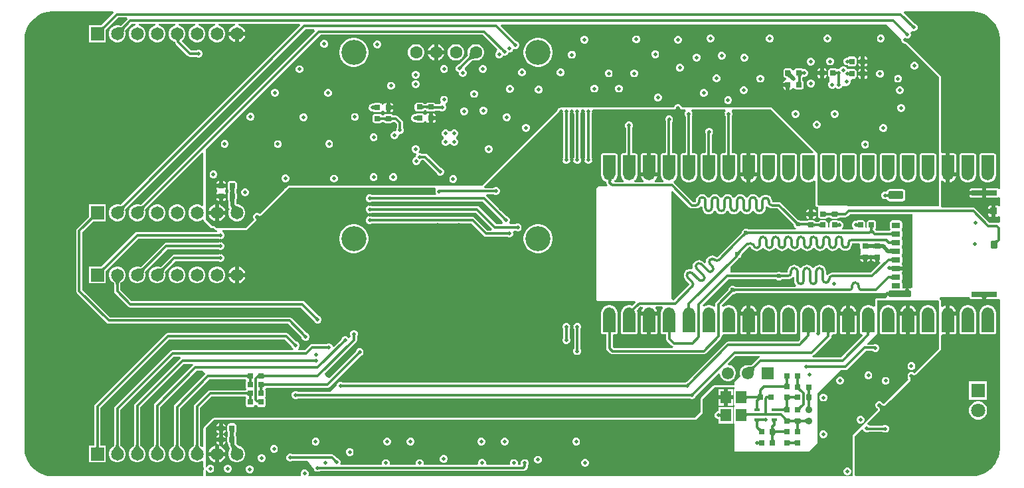
<source format=gbl>
G04*
G04 #@! TF.GenerationSoftware,Altium Limited,Altium Designer,25.8.1 (18)*
G04*
G04 Layer_Physical_Order=4*
G04 Layer_Color=16711680*
%FSLAX44Y44*%
%MOMM*%
G71*
G04*
G04 #@! TF.SameCoordinates,74B96BC4-F20B-47FB-8E9B-22239AF92EBC*
G04*
G04*
G04 #@! TF.FilePolarity,Positive*
G04*
G01*
G75*
%ADD10C,0.5000*%
%ADD17C,0.3000*%
%ADD18C,0.4000*%
G04:AMPARAMS|DCode=25|XSize=0.76mm|YSize=0.6604mm|CornerRadius=0.0825mm|HoleSize=0mm|Usage=FLASHONLY|Rotation=0.000|XOffset=0mm|YOffset=0mm|HoleType=Round|Shape=RoundedRectangle|*
%AMROUNDEDRECTD25*
21,1,0.7600,0.4953,0,0,0.0*
21,1,0.5949,0.6604,0,0,0.0*
1,1,0.1651,0.2975,-0.2477*
1,1,0.1651,-0.2975,-0.2477*
1,1,0.1651,-0.2975,0.2477*
1,1,0.1651,0.2975,0.2477*
%
%ADD25ROUNDEDRECTD25*%
G04:AMPARAMS|DCode=26|XSize=0.76mm|YSize=0.6604mm|CornerRadius=0.0825mm|HoleSize=0mm|Usage=FLASHONLY|Rotation=270.000|XOffset=0mm|YOffset=0mm|HoleType=Round|Shape=RoundedRectangle|*
%AMROUNDEDRECTD26*
21,1,0.7600,0.4953,0,0,270.0*
21,1,0.5949,0.6604,0,0,270.0*
1,1,0.1651,-0.2477,-0.2975*
1,1,0.1651,-0.2477,0.2975*
1,1,0.1651,0.2477,0.2975*
1,1,0.1651,0.2477,-0.2975*
%
%ADD26ROUNDEDRECTD26*%
%ADD79C,0.6000*%
%ADD82C,1.6510*%
%ADD83C,1.6000*%
%ADD84R,1.6510X1.6510*%
%ADD85R,1.5500X1.5500*%
%ADD86C,1.5500*%
%ADD87C,0.9000*%
%ADD88C,1.8000*%
%ADD89R,1.8000X1.8000*%
%ADD90C,0.5000*%
%ADD91C,4.0000*%
%ADD92C,3.2000*%
G04:AMPARAMS|DCode=103|XSize=0.7mm|YSize=1.1mm|CornerRadius=0.07mm|HoleSize=0mm|Usage=FLASHONLY|Rotation=90.000|XOffset=0mm|YOffset=0mm|HoleType=Round|Shape=RoundedRectangle|*
%AMROUNDEDRECTD103*
21,1,0.7000,0.9600,0,0,90.0*
21,1,0.5600,1.1000,0,0,90.0*
1,1,0.1400,0.4800,0.2800*
1,1,0.1400,0.4800,-0.2800*
1,1,0.1400,-0.4800,-0.2800*
1,1,0.1400,-0.4800,0.2800*
%
%ADD103ROUNDEDRECTD103*%
%ADD104R,1.3300X1.5700*%
G04:AMPARAMS|DCode=105|XSize=0.9mm|YSize=0.93mm|CornerRadius=0.09mm|HoleSize=0mm|Usage=FLASHONLY|Rotation=90.000|XOffset=0mm|YOffset=0mm|HoleType=Round|Shape=RoundedRectangle|*
%AMROUNDEDRECTD105*
21,1,0.9000,0.7500,0,0,90.0*
21,1,0.7200,0.9300,0,0,90.0*
1,1,0.1800,0.3750,0.3600*
1,1,0.1800,0.3750,-0.3600*
1,1,0.1800,-0.3750,-0.3600*
1,1,0.1800,-0.3750,0.3600*
%
%ADD105ROUNDEDRECTD105*%
G04:AMPARAMS|DCode=106|XSize=1.04mm|YSize=1.83mm|CornerRadius=0.104mm|HoleSize=0mm|Usage=FLASHONLY|Rotation=90.000|XOffset=0mm|YOffset=0mm|HoleType=Round|Shape=RoundedRectangle|*
%AMROUNDEDRECTD106*
21,1,1.0400,1.6220,0,0,90.0*
21,1,0.8320,1.8300,0,0,90.0*
1,1,0.2080,0.8110,0.4160*
1,1,0.2080,0.8110,-0.4160*
1,1,0.2080,-0.8110,-0.4160*
1,1,0.2080,-0.8110,0.4160*
%
%ADD106ROUNDEDRECTD106*%
G04:AMPARAMS|DCode=107|XSize=0.7mm|YSize=3.3mm|CornerRadius=0.0875mm|HoleSize=0mm|Usage=FLASHONLY|Rotation=90.000|XOffset=0mm|YOffset=0mm|HoleType=Round|Shape=RoundedRectangle|*
%AMROUNDEDRECTD107*
21,1,0.7000,3.1250,0,0,90.0*
21,1,0.5250,3.3000,0,0,90.0*
1,1,0.1750,1.5625,0.2625*
1,1,0.1750,1.5625,-0.2625*
1,1,0.1750,-1.5625,-0.2625*
1,1,0.1750,-1.5625,0.2625*
%
%ADD107ROUNDEDRECTD107*%
G04:AMPARAMS|DCode=108|XSize=0.7mm|YSize=3.3mm|CornerRadius=0.07mm|HoleSize=0mm|Usage=FLASHONLY|Rotation=90.000|XOffset=0mm|YOffset=0mm|HoleType=Round|Shape=RoundedRectangle|*
%AMROUNDEDRECTD108*
21,1,0.7000,3.1600,0,0,90.0*
21,1,0.5600,3.3000,0,0,90.0*
1,1,0.1400,1.5800,0.2800*
1,1,0.1400,1.5800,-0.2800*
1,1,0.1400,-1.5800,-0.2800*
1,1,0.1400,-1.5800,0.2800*
%
%ADD108ROUNDEDRECTD108*%
G04:AMPARAMS|DCode=109|XSize=0.86mm|YSize=2.8mm|CornerRadius=0.086mm|HoleSize=0mm|Usage=FLASHONLY|Rotation=90.000|XOffset=0mm|YOffset=0mm|HoleType=Round|Shape=RoundedRectangle|*
%AMROUNDEDRECTD109*
21,1,0.8600,2.6280,0,0,90.0*
21,1,0.6880,2.8000,0,0,90.0*
1,1,0.1720,1.3140,0.3440*
1,1,0.1720,1.3140,-0.3440*
1,1,0.1720,-1.3140,-0.3440*
1,1,0.1720,-1.3140,0.3440*
%
%ADD109ROUNDEDRECTD109*%
%ADD110C,0.3000*%
%ADD111R,0.8000X0.4000*%
G04:AMPARAMS|DCode=112|XSize=1.05mm|YSize=0.78mm|CornerRadius=0.078mm|HoleSize=0mm|Usage=FLASHONLY|Rotation=90.000|XOffset=0mm|YOffset=0mm|HoleType=Round|Shape=RoundedRectangle|*
%AMROUNDEDRECTD112*
21,1,1.0500,0.6240,0,0,90.0*
21,1,0.8940,0.7800,0,0,90.0*
1,1,0.1560,0.3120,0.4470*
1,1,0.1560,0.3120,-0.4470*
1,1,0.1560,-0.3120,-0.4470*
1,1,0.1560,-0.3120,0.4470*
%
%ADD112ROUNDEDRECTD112*%
G36*
X1217223Y596309D02*
X1221900Y595056D01*
X1226374Y593203D01*
X1230568Y590781D01*
X1234409Y587834D01*
X1237834Y584409D01*
X1240782Y580567D01*
X1243203Y576374D01*
X1245056Y571900D01*
X1246309Y567222D01*
X1246941Y562421D01*
X1246942Y560000D01*
Y370862D01*
X1245988Y370332D01*
X1244941Y370051D01*
X1244058Y370642D01*
X1242725Y370907D01*
X1229640D01*
Y364800D01*
Y358693D01*
X1242725D01*
X1244058Y358958D01*
X1244941Y359549D01*
X1245988Y359268D01*
X1246942Y358739D01*
Y348744D01*
X1245970Y348213D01*
X1244941Y347940D01*
X1244042Y348540D01*
X1242700Y348807D01*
X1241490D01*
Y341700D01*
Y334593D01*
X1242700D01*
X1244042Y334860D01*
X1244941Y335460D01*
X1245970Y335187D01*
X1246942Y334656D01*
Y327583D01*
X1244941Y326514D01*
X1244561Y326768D01*
X1243000Y327078D01*
X1243000Y327078D01*
X1233689D01*
X1215884Y344884D01*
X1214561Y345768D01*
X1213000Y346078D01*
X1213000Y346078D01*
X1173112D01*
X1171549Y347750D01*
Y380096D01*
X1172979Y380844D01*
X1173549Y380972D01*
X1173661Y380844D01*
X1174493Y380205D01*
X1174646Y380130D01*
X1174775Y380017D01*
X1175683Y379493D01*
X1175845Y379438D01*
X1175987Y379343D01*
X1176956Y378942D01*
X1177123Y378909D01*
X1177276Y378833D01*
X1177984Y378643D01*
Y388925D01*
Y415490D01*
X1172501Y415490D01*
X1172480Y415524D01*
X1171549Y417303D01*
X1171549Y513000D01*
X1171355Y513975D01*
X1170802Y514802D01*
X1128052Y557552D01*
X1127225Y558105D01*
X1126250Y558299D01*
X1125512D01*
X1125111Y558465D01*
X1124332Y560520D01*
X1126459Y562787D01*
X1127755Y562250D01*
X1129745D01*
X1131582Y563011D01*
X1132989Y564418D01*
X1133750Y566255D01*
Y568245D01*
X1133085Y569850D01*
X1134848Y571729D01*
X1136005Y571250D01*
X1137995D01*
X1139832Y572011D01*
X1141239Y573418D01*
X1142000Y575255D01*
Y577245D01*
X1141239Y579082D01*
X1139832Y580489D01*
X1137995Y581250D01*
X1137768D01*
X1124077Y594941D01*
X1124905Y596941D01*
X1210000D01*
X1212421Y596941D01*
X1217223Y596309D01*
D02*
G37*
G36*
X1135787Y579588D02*
X1136453Y579007D01*
X1136585Y578914D01*
X1136703Y578842D01*
X1136807Y578790D01*
X1136898Y578760D01*
X1136975Y578750D01*
X1134500Y576275D01*
X1134490Y576352D01*
X1134460Y576443D01*
X1134408Y576547D01*
X1134336Y576665D01*
X1134243Y576797D01*
X1133994Y577103D01*
X1133662Y577463D01*
X1133465Y577664D01*
X1135586Y579785D01*
X1135787Y579588D01*
D02*
G37*
G36*
X106446Y576525D02*
X105849Y575907D01*
X104909Y574800D01*
X104567Y574311D01*
X104309Y573865D01*
X104137Y573462D01*
X104049Y573103D01*
X104046Y572786D01*
X104128Y572513D01*
X104294Y572282D01*
X100082Y576494D01*
X100313Y576327D01*
X100586Y576246D01*
X100903Y576249D01*
X101263Y576337D01*
X101665Y576509D01*
X102111Y576767D01*
X102600Y577109D01*
X103132Y577537D01*
X104325Y578646D01*
X106446Y576525D01*
D02*
G37*
G36*
X131803Y576482D02*
X131403Y576021D01*
X131046Y575483D01*
X130733Y574867D01*
X130463Y574174D01*
X130237Y573403D01*
X130054Y572554D01*
X129914Y571628D01*
X129817Y570624D01*
X129755Y568383D01*
X121583Y576555D01*
X122742Y576564D01*
X124828Y576714D01*
X125754Y576854D01*
X126603Y577037D01*
X127374Y577263D01*
X128067Y577533D01*
X128683Y577846D01*
X129221Y578203D01*
X129682Y578603D01*
X131803Y576482D01*
D02*
G37*
G36*
X1127537Y570588D02*
X1128203Y570007D01*
X1128335Y569914D01*
X1128453Y569842D01*
X1128557Y569790D01*
X1128648Y569760D01*
X1128725Y569750D01*
X1126250Y567275D01*
X1126240Y567352D01*
X1126210Y567443D01*
X1126158Y567547D01*
X1126086Y567665D01*
X1125993Y567797D01*
X1125744Y568103D01*
X1125412Y568463D01*
X1125214Y568664D01*
X1127336Y570785D01*
X1127537Y570588D01*
D02*
G37*
G36*
X201659Y561024D02*
X201456Y560823D01*
X201276Y560580D01*
X201120Y560298D01*
X200989Y559975D01*
X200881Y559611D01*
X200797Y559207D01*
X200737Y558762D01*
X200701Y558277D01*
X200689Y557751D01*
X197689D01*
X197675Y558167D01*
X197634Y558544D01*
X197565Y558882D01*
X197469Y559182D01*
X197345Y559442D01*
X197193Y559664D01*
X197014Y559847D01*
X196807Y559991D01*
X196573Y560096D01*
X196311Y560163D01*
X201887Y561185D01*
X201659Y561024D01*
D02*
G37*
G36*
X627894Y557009D02*
X628560Y556428D01*
X628692Y556335D01*
X628811Y556262D01*
X628915Y556211D01*
X629006Y556180D01*
X629083Y556171D01*
X626608Y553696D01*
X626598Y553773D01*
X626567Y553863D01*
X626516Y553968D01*
X626444Y554086D01*
X626351Y554218D01*
X626102Y554523D01*
X625770Y554884D01*
X625572Y555085D01*
X627693Y557206D01*
X627894Y557009D01*
D02*
G37*
G36*
X1121000Y561000D02*
Y559755D01*
X1121761Y557918D01*
X1123168Y556511D01*
X1125005Y555750D01*
X1126250D01*
X1169000Y513000D01*
X1169000Y347750D01*
X1052000Y347750D01*
Y349250D01*
X1015250D01*
X1014000Y350740D01*
X1014000Y416000D01*
X956000Y474000D01*
X841250Y474000D01*
Y474245D01*
X840489Y476082D01*
X839082Y477489D01*
X837245Y478250D01*
X835255D01*
X833418Y477489D01*
X832011Y476082D01*
X831250Y474245D01*
Y474000D01*
X751297Y474000D01*
X729995D01*
X715995D01*
X707005D01*
X694995D01*
X686500D01*
X686250Y473750D01*
X686005D01*
X684168Y472989D01*
X682761Y471582D01*
X682000Y469745D01*
Y469500D01*
X625716Y413216D01*
X625168Y412989D01*
X623761Y411582D01*
X623534Y411034D01*
X586500Y374000D01*
X339000Y374000D01*
X336466Y371466D01*
X335918Y371239D01*
X334511Y369832D01*
X334284Y369284D01*
X303161Y338161D01*
X302582Y338739D01*
X300745Y339500D01*
X298755D01*
X296918Y338739D01*
X295511Y337332D01*
X294750Y335495D01*
Y333505D01*
X295511Y331668D01*
X296089Y331089D01*
X285000Y320000D01*
X248023D01*
X247989Y320082D01*
X246582Y321489D01*
X244745Y322250D01*
X242755D01*
X242752Y322248D01*
X234000Y331000D01*
X234000Y419750D01*
X381172Y566922D01*
X587311D01*
X605885Y548347D01*
X605418Y545989D01*
X604011Y544582D01*
X603250Y542745D01*
Y540755D01*
X604011Y538918D01*
X605418Y537511D01*
X607255Y536750D01*
X609245D01*
X611082Y537511D01*
X612489Y538918D01*
X613094Y540378D01*
X614006Y540000D01*
X615995D01*
X617832Y540761D01*
X619239Y542168D01*
X619475Y542737D01*
X620660Y544411D01*
X622649D01*
X624487Y545173D01*
X625893Y546579D01*
X626654Y548417D01*
X627447Y548947D01*
X628113Y548671D01*
X630102D01*
X631940Y549432D01*
X633346Y550838D01*
X634108Y552676D01*
Y554665D01*
X633346Y556503D01*
X631940Y557910D01*
X630102Y558671D01*
X629875D01*
X610394Y578152D01*
X611159Y580000D01*
X910000D01*
X1101999Y580001D01*
X1121000Y561000D01*
D02*
G37*
G36*
X613787Y548338D02*
X614453Y547757D01*
X614585Y547664D01*
X614703Y547592D01*
X614808Y547540D01*
X614898Y547510D01*
X614975Y547500D01*
X612500Y545025D01*
X612491Y545102D01*
X612460Y545193D01*
X612408Y545297D01*
X612336Y545415D01*
X612243Y545547D01*
X611994Y545853D01*
X611662Y546213D01*
X611465Y546414D01*
X613586Y548536D01*
X613787Y548338D01*
D02*
G37*
G36*
X223215Y541250D02*
X223154Y541297D01*
X223068Y541340D01*
X222958Y541377D01*
X222823Y541410D01*
X222664Y541437D01*
X222272Y541478D01*
X221782Y541497D01*
X221500Y541500D01*
Y544500D01*
X221782Y544502D01*
X222664Y544562D01*
X222823Y544590D01*
X222958Y544622D01*
X223068Y544660D01*
X223154Y544702D01*
X223215Y544750D01*
Y541250D01*
D02*
G37*
G36*
X723702Y467153D02*
X723660Y467068D01*
X723623Y466957D01*
X723590Y466823D01*
X723562Y466664D01*
X723522Y466272D01*
X723503Y465782D01*
X723500Y465500D01*
X720500D01*
X720498Y465782D01*
X720437Y466664D01*
X720410Y466823D01*
X720378Y466957D01*
X720340Y467068D01*
X720297Y467153D01*
X720250Y467215D01*
X723750D01*
X723702Y467153D01*
D02*
G37*
G36*
X709703D02*
X709660Y467068D01*
X709622Y466957D01*
X709590Y466823D01*
X709563Y466664D01*
X709522Y466272D01*
X709502Y465782D01*
X709500Y465500D01*
X706500D01*
X706497Y465782D01*
X706438Y466664D01*
X706410Y466823D01*
X706377Y466957D01*
X706340Y467068D01*
X706298Y467153D01*
X706250Y467215D01*
X709750D01*
X709703Y467153D01*
D02*
G37*
G36*
X695703D02*
X695660Y467068D01*
X695622Y466957D01*
X695590Y466823D01*
X695563Y466664D01*
X695523Y466272D01*
X695502Y465782D01*
X695500Y465500D01*
X692500D01*
X692497Y465782D01*
X692438Y466664D01*
X692410Y466823D01*
X692377Y466957D01*
X692340Y467068D01*
X692298Y467153D01*
X692250Y467215D01*
X695750D01*
X695703Y467153D01*
D02*
G37*
G36*
X902796Y464245D02*
X902760Y464162D01*
X902728Y464054D01*
X902700Y463921D01*
X902677Y463763D01*
X902643Y463372D01*
X902624Y462599D01*
X899624Y462413D01*
X899621Y462694D01*
X899553Y463575D01*
X899522Y463735D01*
X899485Y463870D01*
X899443Y463981D01*
X899395Y464068D01*
X899341Y464130D01*
X902836Y464304D01*
X902796Y464245D01*
D02*
G37*
G36*
X851939Y464407D02*
X851915Y464332D01*
X851894Y464230D01*
X851875Y464103D01*
X851847Y463769D01*
X851825Y463074D01*
X851824Y462790D01*
X848824Y462294D01*
X848821Y462574D01*
X848772Y463269D01*
X848742Y463452D01*
X848706Y463611D01*
X848663Y463746D01*
X848614Y463856D01*
X848558Y463941D01*
X848496Y464003D01*
X851967Y464456D01*
X851939Y464407D01*
D02*
G37*
G36*
X826695Y457162D02*
X826643Y457100D01*
X826597Y457014D01*
X826557Y456903D01*
X826522Y456768D01*
X826492Y456608D01*
X826467Y456424D01*
X826435Y455983D01*
X826424Y455445D01*
X823424Y455560D01*
X823422Y455842D01*
X823367Y456723D01*
X823342Y456882D01*
X823313Y457015D01*
X823278Y457125D01*
X823240Y457209D01*
X823196Y457269D01*
X826695Y457162D01*
D02*
G37*
G36*
X775796Y449245D02*
X775760Y449162D01*
X775728Y449054D01*
X775700Y448921D01*
X775677Y448763D01*
X775643Y448372D01*
X775624Y447599D01*
X772624Y447413D01*
X772621Y447694D01*
X772553Y448575D01*
X772522Y448735D01*
X772485Y448870D01*
X772443Y448981D01*
X772394Y449068D01*
X772341Y449130D01*
X775836Y449304D01*
X775796Y449245D01*
D02*
G37*
G36*
X116145Y596941D02*
X116974Y594941D01*
X101088Y579055D01*
X85345D01*
Y557545D01*
X106855D01*
Y573287D01*
X122490Y588922D01*
X133526D01*
X134354Y586922D01*
X125717Y578284D01*
X125651Y578322D01*
X122916Y579055D01*
X120084D01*
X117349Y578322D01*
X114896Y576906D01*
X112894Y574904D01*
X111478Y572451D01*
X110745Y569716D01*
Y566884D01*
X111478Y564149D01*
X112894Y561696D01*
X114896Y559694D01*
X117349Y558278D01*
X120084Y557545D01*
X122916D01*
X125651Y558278D01*
X128104Y559694D01*
X130106Y561696D01*
X131522Y564149D01*
X132255Y566884D01*
Y569716D01*
X131522Y572451D01*
X131484Y572517D01*
X139889Y580922D01*
X144723D01*
X144987Y578922D01*
X142749Y578322D01*
X140296Y576906D01*
X138294Y574904D01*
X136878Y572451D01*
X136145Y569716D01*
Y566884D01*
X136878Y564149D01*
X138294Y561696D01*
X140296Y559694D01*
X142749Y558278D01*
X145484Y557545D01*
X148316D01*
X151051Y558278D01*
X153504Y559694D01*
X155506Y561696D01*
X156922Y564149D01*
X157655Y566884D01*
Y569716D01*
X156922Y572451D01*
X155506Y574904D01*
X153504Y576906D01*
X151051Y578322D01*
X148814Y578922D01*
X149077Y580922D01*
X170123D01*
X170387Y578922D01*
X168149Y578322D01*
X165696Y576906D01*
X163694Y574904D01*
X162278Y572451D01*
X161545Y569716D01*
Y566884D01*
X162278Y564149D01*
X163694Y561696D01*
X165696Y559694D01*
X168149Y558278D01*
X170884Y557545D01*
X173716D01*
X176451Y558278D01*
X178904Y559694D01*
X180906Y561696D01*
X182322Y564149D01*
X183055Y566884D01*
Y569716D01*
X182322Y572451D01*
X180906Y574904D01*
X178904Y576906D01*
X176451Y578322D01*
X174214Y578922D01*
X174477Y580922D01*
X195523D01*
X195787Y578922D01*
X193549Y578322D01*
X191096Y576906D01*
X189094Y574904D01*
X187678Y572451D01*
X186945Y569716D01*
Y566884D01*
X187678Y564149D01*
X189094Y561696D01*
X191096Y559694D01*
X193549Y558278D01*
X195111Y557859D01*
Y557751D01*
X195111Y557751D01*
X195421Y556190D01*
X196305Y554867D01*
X211056Y540116D01*
X211056Y540116D01*
X212379Y539232D01*
X213940Y538922D01*
X222007D01*
X222168Y538761D01*
X224006Y538000D01*
X225995D01*
X227832Y538761D01*
X229239Y540168D01*
X230000Y542006D01*
Y543995D01*
X229239Y545832D01*
X227832Y547239D01*
X225995Y548000D01*
X224006D01*
X222168Y547239D01*
X222007Y547078D01*
X215629D01*
X204154Y558554D01*
X204304Y559694D01*
X206306Y561696D01*
X207722Y564149D01*
X208455Y566884D01*
Y569716D01*
X207722Y572451D01*
X206306Y574904D01*
X204304Y576906D01*
X201851Y578322D01*
X199614Y578922D01*
X199877Y580922D01*
X220923D01*
X221187Y578922D01*
X218949Y578322D01*
X216496Y576906D01*
X214494Y574904D01*
X213078Y572451D01*
X212345Y569716D01*
Y566884D01*
X213078Y564149D01*
X214494Y561696D01*
X216496Y559694D01*
X218949Y558278D01*
X221684Y557545D01*
X224516D01*
X227251Y558278D01*
X229704Y559694D01*
X231706Y561696D01*
X233122Y564149D01*
X233855Y566884D01*
Y569716D01*
X233122Y572451D01*
X231706Y574904D01*
X229704Y576906D01*
X227251Y578322D01*
X225014Y578922D01*
X225277Y580922D01*
X246323D01*
X246587Y578922D01*
X244349Y578322D01*
X241896Y576906D01*
X239894Y574904D01*
X238478Y572451D01*
X237745Y569716D01*
Y566884D01*
X238478Y564149D01*
X239894Y561696D01*
X241896Y559694D01*
X244349Y558278D01*
X247084Y557545D01*
X249916D01*
X252651Y558278D01*
X255104Y559694D01*
X257106Y561696D01*
X258522Y564149D01*
X259255Y566884D01*
Y569716D01*
X258522Y572451D01*
X257106Y574904D01*
X255104Y576906D01*
X252651Y578322D01*
X250414Y578922D01*
X250677Y580922D01*
X271569D01*
X271832Y578922D01*
X269733Y578359D01*
X267272Y576938D01*
X265262Y574928D01*
X263841Y572467D01*
X263405Y570840D01*
X284395D01*
X283960Y572467D01*
X282538Y574928D01*
X280528Y576938D01*
X278067Y578359D01*
X275968Y578922D01*
X276232Y580922D01*
X354126D01*
X354954Y578922D01*
X125717Y349684D01*
X125651Y349722D01*
X122916Y350455D01*
X120084D01*
X117349Y349722D01*
X114896Y348306D01*
X112894Y346304D01*
X111478Y343851D01*
X110745Y341116D01*
Y338284D01*
X111478Y335549D01*
X112894Y333096D01*
X114896Y331094D01*
X117349Y329678D01*
X120084Y328945D01*
X122916D01*
X125651Y329678D01*
X128104Y331094D01*
X130106Y333096D01*
X131522Y335549D01*
X132255Y338284D01*
Y341116D01*
X131522Y343851D01*
X131484Y343917D01*
X361489Y573922D01*
X372526D01*
X373354Y571922D01*
X151117Y349684D01*
X151051Y349722D01*
X148316Y350455D01*
X145484D01*
X142749Y349722D01*
X140296Y348306D01*
X138294Y346304D01*
X136878Y343851D01*
X136145Y341116D01*
Y338284D01*
X136878Y335549D01*
X138294Y333096D01*
X140296Y331094D01*
X142749Y329678D01*
X145484Y328945D01*
X148316D01*
X151051Y329678D01*
X153504Y331094D01*
X155506Y333096D01*
X156922Y335549D01*
X157655Y338284D01*
Y341116D01*
X156922Y343851D01*
X156884Y343917D01*
X229603Y416635D01*
X231451Y415870D01*
X231451Y349065D01*
X229451Y348452D01*
X227251Y349722D01*
X224516Y350455D01*
X221684D01*
X218949Y349722D01*
X216496Y348306D01*
X214494Y346304D01*
X213078Y343851D01*
X212345Y341116D01*
Y338284D01*
X213078Y335549D01*
X214494Y333096D01*
X216496Y331094D01*
X218949Y329678D01*
X221684Y328945D01*
X224516D01*
X227251Y329678D01*
X229468Y330958D01*
X229762Y330964D01*
X230256Y330829D01*
X231615Y330176D01*
X231645Y330025D01*
X232197Y329198D01*
X240949Y320446D01*
X240950Y320446D01*
X240951Y320445D01*
X241357Y320173D01*
X241776Y319893D01*
X241777Y319893D01*
X241778Y319893D01*
X242253Y319799D01*
X242752Y319699D01*
X242752Y319700D01*
X242753Y319699D01*
X242761Y319701D01*
X244238D01*
X245138Y319328D01*
X246123Y318343D01*
X246220Y318198D01*
X246220Y318198D01*
X247047Y317645D01*
X247047D01*
X247047Y317645D01*
X247635Y317528D01*
X248023Y317451D01*
X248023Y317451D01*
X248023Y317451D01*
X248168D01*
X249053Y315451D01*
X248715Y315078D01*
X146800D01*
X146800Y315078D01*
X145239Y314768D01*
X143916Y313884D01*
X101088Y271055D01*
X85345D01*
Y249545D01*
X106855D01*
Y265287D01*
X148490Y306922D01*
X250007D01*
X250168Y306761D01*
X252005Y306000D01*
X253995D01*
X255832Y306761D01*
X257239Y308168D01*
X258000Y310005D01*
Y311995D01*
X257239Y313832D01*
X255832Y315239D01*
X255320Y315451D01*
X255718Y317451D01*
X285000D01*
X285976Y317645D01*
X286803Y318198D01*
X297892Y329287D01*
X297892Y329287D01*
X298168Y329700D01*
X298444Y330114D01*
X298638Y331089D01*
X298444Y332065D01*
X297892Y332892D01*
X297672Y333112D01*
X297299Y334012D01*
Y334988D01*
X297672Y335888D01*
X298362Y336578D01*
X299262Y336951D01*
X300238D01*
X301138Y336578D01*
X301358Y336358D01*
X302185Y335806D01*
X303160Y335611D01*
X304136Y335806D01*
X304963Y336358D01*
X304963Y336358D01*
X336087Y367482D01*
X336087Y367482D01*
X336639Y368309D01*
X336672Y368388D01*
X337361Y369078D01*
X337441Y369111D01*
X338268Y369664D01*
X340056Y371451D01*
X526551Y371451D01*
X527040Y370797D01*
X527603Y369451D01*
X527000Y367995D01*
Y366005D01*
X527761Y364168D01*
X527851Y364078D01*
X527022Y362078D01*
X446243D01*
X446082Y362239D01*
X444245Y363000D01*
X442255D01*
X440418Y362239D01*
X439011Y360832D01*
X438250Y358995D01*
Y357005D01*
X439011Y355168D01*
X440418Y353761D01*
X442255Y353000D01*
X444245D01*
X446082Y353761D01*
X446243Y353922D01*
X587311D01*
X612000Y329232D01*
Y329006D01*
X612761Y327168D01*
X612851Y327078D01*
X612022Y325078D01*
X604689D01*
X582884Y346884D01*
X581561Y347768D01*
X580000Y348078D01*
X580000Y348078D01*
X446243D01*
X446082Y348239D01*
X444245Y349000D01*
X442255D01*
X440418Y348239D01*
X439011Y346832D01*
X438250Y344995D01*
Y343005D01*
X439011Y341168D01*
X440418Y339761D01*
X442255Y339000D01*
X444245D01*
X446082Y339761D01*
X446243Y339922D01*
X578311D01*
X599154Y319078D01*
X598326Y317078D01*
X593439D01*
X577634Y332884D01*
X576311Y333768D01*
X574750Y334078D01*
X574750Y334078D01*
X446243D01*
X446082Y334239D01*
X444245Y335000D01*
X442255D01*
X440418Y334239D01*
X439011Y332832D01*
X438250Y330995D01*
Y329005D01*
X439011Y327168D01*
X440418Y325761D01*
X442255Y325000D01*
X444245D01*
X446082Y325761D01*
X446243Y325922D01*
X573061D01*
X588866Y310116D01*
X588866Y310116D01*
X590189Y309232D01*
X591750Y308922D01*
X618257D01*
X618418Y308761D01*
X620255Y308000D01*
X622245D01*
X624082Y308761D01*
X625489Y310168D01*
X626250Y312005D01*
Y313995D01*
X625866Y314922D01*
X627012Y316922D01*
X629007D01*
X629168Y316761D01*
X631006Y316000D01*
X632995D01*
X634832Y316761D01*
X636239Y318168D01*
X637000Y320005D01*
Y321995D01*
X636239Y323832D01*
X634832Y325239D01*
X632995Y326000D01*
X631006D01*
X629168Y325239D01*
X629007Y325078D01*
X621978D01*
X621149Y327078D01*
X621239Y327168D01*
X622000Y329006D01*
Y330995D01*
X621239Y332832D01*
X619832Y334239D01*
X617995Y335000D01*
X617768D01*
X591884Y360884D01*
X591640Y361047D01*
X592247Y363047D01*
X601382D01*
X601418Y363011D01*
X603256Y362250D01*
X605245D01*
X607082Y363011D01*
X608489Y364418D01*
X609250Y366255D01*
Y368245D01*
X608489Y370082D01*
X607082Y371489D01*
X605245Y372250D01*
X603256D01*
X601418Y371489D01*
X601132Y371203D01*
X590136D01*
X589308Y373203D01*
X625336Y409232D01*
X625889Y410059D01*
X625922Y410138D01*
X626612Y410828D01*
X626691Y410861D01*
X627518Y411413D01*
X653011Y436907D01*
X653125Y436954D01*
X654531Y438360D01*
X654578Y438474D01*
X683802Y467697D01*
X684355Y468524D01*
X684449Y468995D01*
X684922Y470138D01*
X685612Y470828D01*
X686755Y471301D01*
X687225Y471395D01*
X688779Y470325D01*
X689000Y469995D01*
Y468005D01*
X689761Y466168D01*
X689922Y466007D01*
Y409993D01*
X689761Y409832D01*
X689000Y407995D01*
Y406005D01*
X689761Y404168D01*
X691168Y402761D01*
X693005Y402000D01*
X694995D01*
X696832Y402761D01*
X698239Y404168D01*
X699000Y406005D01*
Y407995D01*
X698239Y409832D01*
X698078Y409993D01*
Y466007D01*
X698239Y466168D01*
X699000Y468005D01*
Y469995D01*
X699973Y471451D01*
X702027D01*
X703000Y469995D01*
Y468005D01*
X703761Y466168D01*
X703922Y466007D01*
Y409993D01*
X703761Y409832D01*
X703000Y407995D01*
Y406005D01*
X703761Y404168D01*
X705168Y402761D01*
X707005Y402000D01*
X708995D01*
X710832Y402761D01*
X712239Y404168D01*
X713000Y406005D01*
Y407995D01*
X712239Y409832D01*
X712078Y409993D01*
Y466007D01*
X712239Y466168D01*
X713000Y468005D01*
Y469995D01*
X713973Y471451D01*
X716027D01*
X717000Y469995D01*
Y468005D01*
X717761Y466168D01*
X717922Y466007D01*
Y409993D01*
X717761Y409832D01*
X717000Y407995D01*
Y406005D01*
X717761Y404168D01*
X719168Y402761D01*
X721005Y402000D01*
X722995D01*
X724832Y402761D01*
X726239Y404168D01*
X727000Y406005D01*
Y407995D01*
X726239Y409832D01*
X726078Y409993D01*
Y466007D01*
X726239Y466168D01*
X727000Y468005D01*
Y469995D01*
X727973Y471451D01*
X751297D01*
X831250Y471451D01*
X832225Y471645D01*
X833052Y472198D01*
X833605Y473024D01*
X833699Y473495D01*
X834172Y474638D01*
X834862Y475328D01*
X835762Y475701D01*
X836738D01*
X837638Y475328D01*
X838328Y474638D01*
X838801Y473495D01*
X838895Y473024D01*
X839448Y472198D01*
X840275Y471645D01*
X841250Y471451D01*
X845552D01*
X846380Y469451D01*
X845761Y468832D01*
X845000Y466995D01*
Y465005D01*
X845761Y463168D01*
X846246Y462683D01*
Y416863D01*
X844831Y415449D01*
X842300Y415449D01*
X842299Y415449D01*
X842298Y415449D01*
X841823Y415354D01*
X841325Y415255D01*
X841324Y415254D01*
X841323Y415254D01*
X840910Y414978D01*
X840498Y414703D01*
X840497Y414702D01*
X840496Y414701D01*
X840220Y414286D01*
X839946Y413876D01*
X839945Y413874D01*
X839945Y413873D01*
X839848Y413388D01*
X839752Y412900D01*
X839752Y412899D01*
X839752Y412898D01*
X839775Y388923D01*
X839775Y388923D01*
X839775Y388402D01*
X839808Y388237D01*
X839797Y388069D01*
X839934Y387029D01*
X839988Y386870D01*
X839999Y386702D01*
X840270Y385689D01*
X840344Y385538D01*
X840377Y385373D01*
X840779Y384404D01*
X840872Y384265D01*
X840926Y384105D01*
X841450Y383197D01*
X841561Y383071D01*
X841636Y382920D01*
X842274Y382088D01*
X842400Y381977D01*
X842494Y381837D01*
X843235Y381096D01*
X843375Y381003D01*
X843486Y380876D01*
X844318Y380238D01*
X844469Y380163D01*
X844595Y380052D01*
X845503Y379528D01*
X845663Y379474D01*
X845802Y379381D01*
X846771Y378979D01*
X846936Y378947D01*
X847087Y378872D01*
X848100Y378601D01*
X848268Y378590D01*
X848427Y378536D01*
X849467Y378399D01*
X849634Y378410D01*
X849799Y378377D01*
X850323Y378377D01*
X850847Y378377D01*
X851012Y378410D01*
X851180Y378399D01*
X852220Y378536D01*
X852379Y378590D01*
X852547Y378601D01*
X853560Y378872D01*
X853711Y378946D01*
X853876Y378979D01*
X854845Y379380D01*
X854985Y379474D01*
X855144Y379528D01*
X856052Y380052D01*
X856179Y380163D01*
X856329Y380237D01*
X857161Y380876D01*
X857272Y381002D01*
X857412Y381095D01*
X858154Y381837D01*
X858247Y381977D01*
X858374Y382088D01*
X859012Y382920D01*
X859087Y383071D01*
X859197Y383197D01*
X859722Y384105D01*
X859776Y384264D01*
X859869Y384404D01*
X860270Y385373D01*
X860303Y385538D01*
X860378Y385689D01*
X860649Y386702D01*
X860660Y386870D01*
X860714Y387029D01*
X860851Y388069D01*
X860840Y388237D01*
X860873Y388402D01*
X860872Y388926D01*
X860872Y388927D01*
X860872Y388928D01*
X860849Y412903D01*
X860751Y413395D01*
X860655Y413876D01*
X860655Y413876D01*
X860655Y413878D01*
X860376Y414293D01*
X860103Y414702D01*
X860102Y414703D01*
X860101Y414704D01*
X859690Y414979D01*
X859276Y415255D01*
X859275Y415255D01*
X859274Y415256D01*
X858791Y415351D01*
X858300Y415449D01*
X854402Y415449D01*
Y463562D01*
X855000Y465005D01*
Y466995D01*
X854239Y468832D01*
X853620Y469451D01*
X854449Y471451D01*
X896552D01*
X897380Y469451D01*
X896761Y468832D01*
X896000Y466995D01*
Y465005D01*
X896761Y463168D01*
X897046Y462883D01*
Y416863D01*
X895631Y415449D01*
X893101Y415449D01*
X893099Y415449D01*
X893098Y415449D01*
X892623Y415354D01*
X892125Y415255D01*
X892124Y415254D01*
X892123Y415254D01*
X891710Y414978D01*
X891298Y414703D01*
X891297Y414702D01*
X891296Y414701D01*
X891020Y414286D01*
X890745Y413876D01*
X890745Y413874D01*
X890744Y413873D01*
X890648Y413388D01*
X890552Y412900D01*
X890552Y412899D01*
X890552Y412898D01*
X890575Y388923D01*
X890575Y388923D01*
X890575Y388402D01*
X890608Y388237D01*
X890597Y388069D01*
X890734Y387029D01*
X890788Y386870D01*
X890799Y386702D01*
X891070Y385689D01*
X891144Y385538D01*
X891177Y385373D01*
X891579Y384404D01*
X891672Y384265D01*
X891726Y384105D01*
X892250Y383197D01*
X892361Y383071D01*
X892436Y382920D01*
X893074Y382088D01*
X893200Y381977D01*
X893294Y381837D01*
X894035Y381096D01*
X894175Y381003D01*
X894286Y380876D01*
X895118Y380238D01*
X895269Y380163D01*
X895395Y380052D01*
X896303Y379528D01*
X896463Y379474D01*
X896602Y379381D01*
X897571Y378979D01*
X897736Y378947D01*
X897887Y378872D01*
X898900Y378601D01*
X899068Y378590D01*
X899227Y378536D01*
X900267Y378399D01*
X900434Y378410D01*
X900599Y378377D01*
X901123Y378377D01*
X901647Y378377D01*
X901812Y378410D01*
X901980Y378399D01*
X903020Y378536D01*
X903179Y378590D01*
X903347Y378601D01*
X904360Y378872D01*
X904511Y378946D01*
X904676Y378979D01*
X905645Y379380D01*
X905785Y379474D01*
X905944Y379528D01*
X906852Y380052D01*
X906979Y380163D01*
X907129Y380237D01*
X907962Y380876D01*
X908072Y381002D01*
X908212Y381095D01*
X908954Y381837D01*
X909047Y381977D01*
X909174Y382088D01*
X909812Y382920D01*
X909886Y383071D01*
X909997Y383197D01*
X910522Y384105D01*
X910576Y384264D01*
X910669Y384404D01*
X911070Y385373D01*
X911103Y385538D01*
X911178Y385689D01*
X911449Y386702D01*
X911460Y386870D01*
X911514Y387029D01*
X911651Y388069D01*
X911640Y388237D01*
X911673Y388402D01*
X911673Y388926D01*
X911672Y388927D01*
X911673Y388928D01*
X911649Y412903D01*
X911551Y413395D01*
X911455Y413876D01*
X911455Y413876D01*
X911454Y413878D01*
X911176Y414293D01*
X910903Y414702D01*
X910902Y414703D01*
X910901Y414704D01*
X910490Y414979D01*
X910076Y415255D01*
X910075Y415255D01*
X910074Y415256D01*
X909591Y415351D01*
X909100Y415449D01*
X905202Y415449D01*
Y463131D01*
X905239Y463168D01*
X906000Y465005D01*
Y466995D01*
X905239Y468832D01*
X904620Y469451D01*
X905449Y471451D01*
X954944D01*
X1008946Y417449D01*
X1008118Y415449D01*
X994700Y415449D01*
X994699Y415449D01*
X994698Y415449D01*
X994223Y415354D01*
X993725Y415255D01*
X993724Y415254D01*
X993723Y415254D01*
X993310Y414978D01*
X992898Y414703D01*
X992897Y414702D01*
X992896Y414701D01*
X992620Y414286D01*
X992346Y413876D01*
X992345Y413874D01*
X992345Y413873D01*
X992249Y413388D01*
X992151Y412900D01*
X992152Y412899D01*
X992151Y412898D01*
X992175Y388923D01*
X992175Y388923D01*
X992175Y388402D01*
X992208Y388237D01*
X992197Y388069D01*
X992334Y387029D01*
X992388Y386870D01*
X992399Y386702D01*
X992670Y385689D01*
X992744Y385538D01*
X992777Y385373D01*
X993178Y384404D01*
X993272Y384265D01*
X993326Y384105D01*
X993850Y383197D01*
X993961Y383071D01*
X994035Y382920D01*
X994674Y382088D01*
X994800Y381977D01*
X994894Y381837D01*
X995635Y381096D01*
X995775Y381003D01*
X995886Y380876D01*
X996718Y380238D01*
X996869Y380163D01*
X996995Y380052D01*
X997903Y379528D01*
X998063Y379474D01*
X998202Y379381D01*
X999171Y378979D01*
X999336Y378947D01*
X999487Y378872D01*
X1000500Y378601D01*
X1000668Y378590D01*
X1000827Y378536D01*
X1001867Y378399D01*
X1002035Y378410D01*
X1002199Y378377D01*
X1002723Y378377D01*
X1003247Y378377D01*
X1003412Y378410D01*
X1003580Y378399D01*
X1004620Y378536D01*
X1004779Y378590D01*
X1004947Y378601D01*
X1005960Y378872D01*
X1006111Y378946D01*
X1006276Y378979D01*
X1007245Y379380D01*
X1007384Y379474D01*
X1007544Y379528D01*
X1008452Y380052D01*
X1008579Y380163D01*
X1008729Y380237D01*
X1009451Y380791D01*
X1010469Y380619D01*
X1011451Y379906D01*
Y350740D01*
X1011527Y350360D01*
X1011569Y349974D01*
X1011623Y349875D01*
X1011645Y349765D01*
X1011861Y349442D01*
X1012047Y349102D01*
X1013297Y347612D01*
X1013385Y347541D01*
X1013448Y347448D01*
X1013770Y347232D01*
X1014073Y346989D01*
X1014181Y346958D01*
X1014275Y346895D01*
X1014655Y346819D01*
X1015027Y346711D01*
X1015196Y344737D01*
X1015165Y342181D01*
X1014893Y341774D01*
X1014635Y340477D01*
Y335524D01*
X1014893Y334226D01*
X1015628Y333126D01*
X1016728Y332391D01*
X1018026Y332133D01*
X1023975D01*
X1025272Y332391D01*
X1026372Y333126D01*
X1026904Y333922D01*
X1030096D01*
X1030628Y333126D01*
X1031728Y332391D01*
X1033026Y332133D01*
X1038975D01*
X1040272Y332391D01*
X1041372Y333126D01*
X1041904Y333922D01*
X1050000D01*
X1050000Y333922D01*
X1051561Y334232D01*
X1052884Y335116D01*
X1055689Y337922D01*
X1135250D01*
Y331700D01*
X1135090D01*
Y244164D01*
X1134756Y243780D01*
X1133090Y242777D01*
X1132440Y242907D01*
X1123260D01*
X1122363Y244000D01*
Y249600D01*
X1122114Y250849D01*
X1121558Y252300D01*
X1122114Y253752D01*
X1122363Y255000D01*
Y260600D01*
X1122114Y261849D01*
X1121436Y263664D01*
X1122152Y264736D01*
X1122404Y266000D01*
Y266260D01*
X1114300D01*
Y271340D01*
X1122404D01*
Y271600D01*
X1122152Y272864D01*
X1121436Y273936D01*
X1122114Y275751D01*
X1122363Y277000D01*
Y282600D01*
X1122114Y283849D01*
X1121558Y285300D01*
X1122114Y286751D01*
X1122363Y288000D01*
Y293600D01*
X1122114Y294849D01*
X1121558Y296300D01*
X1122114Y297752D01*
X1122363Y299000D01*
Y304600D01*
X1122114Y305849D01*
X1121558Y307300D01*
X1122114Y308752D01*
X1122363Y310000D01*
Y315600D01*
X1122114Y316849D01*
X1121558Y318300D01*
X1122114Y319751D01*
X1122363Y321000D01*
Y326600D01*
X1122114Y327849D01*
X1121407Y328907D01*
X1120349Y329614D01*
X1119100Y329863D01*
X1109500D01*
X1108252Y329614D01*
X1107193Y328907D01*
X1106486Y327849D01*
X1106237Y326600D01*
Y321000D01*
X1106486Y319751D01*
X1106917Y318626D01*
X1105843Y316878D01*
X1089325D01*
X1087857Y318450D01*
X1087874Y318628D01*
X1088609Y319728D01*
X1088867Y321025D01*
Y326974D01*
X1088609Y328272D01*
X1087874Y329372D01*
X1086774Y330107D01*
X1085476Y330365D01*
X1080523D01*
X1079226Y330107D01*
X1078126Y329372D01*
X1077391Y328272D01*
X1077133Y326974D01*
Y321026D01*
X1076000Y320190D01*
X1075943Y320232D01*
X1074867Y321696D01*
Y326974D01*
X1074609Y328272D01*
X1073874Y329372D01*
X1072774Y330107D01*
X1071477Y330365D01*
X1066524D01*
X1065226Y330107D01*
X1064126Y329372D01*
X1063877Y329000D01*
X1062005D01*
X1060168Y328239D01*
X1058761Y326832D01*
X1058000Y324994D01*
Y323005D01*
X1058761Y321168D01*
X1059850Y320078D01*
X1059514Y318579D01*
X1059237Y318078D01*
X1045762D01*
X1045485Y318580D01*
X1045149Y320078D01*
X1046239Y321168D01*
X1047000Y323006D01*
Y324995D01*
X1046239Y326832D01*
X1044832Y328239D01*
X1042995Y329000D01*
X1041184D01*
X1040272Y329609D01*
X1038975Y329867D01*
X1033026D01*
X1031728Y329609D01*
X1030628Y328874D01*
X1029893Y327774D01*
X1029635Y326477D01*
Y321524D01*
X1029660Y321399D01*
X1028500Y319800D01*
X1027341Y321399D01*
X1027365Y321524D01*
Y326477D01*
X1027107Y327774D01*
X1026372Y328874D01*
X1025272Y329609D01*
X1023975Y329867D01*
X1018026D01*
X1016728Y329609D01*
X1015628Y328874D01*
X1015097Y328078D01*
X1011904D01*
X1011372Y328874D01*
X1010272Y329609D01*
X1008975Y329867D01*
X1003026D01*
X1001728Y329609D01*
X1000921Y329070D01*
X992958D01*
X992374Y329654D01*
X990353Y330491D01*
X989526D01*
X967884Y352134D01*
X966561Y353018D01*
X965000Y353328D01*
X965000Y353328D01*
X956303D01*
X956291Y353357D01*
X956263Y353368D01*
Y354601D01*
X956236Y354734D01*
X955978Y356699D01*
X955167Y358655D01*
X953879Y360335D01*
X952199Y361623D01*
X950243Y362434D01*
X948145Y362710D01*
X946046Y362434D01*
X944090Y361623D01*
X942410Y360335D01*
X941361Y358968D01*
X940105Y358884D01*
X939141Y359101D01*
X939007Y359425D01*
X937719Y361104D01*
X936039Y362393D01*
X934083Y363203D01*
X931985Y363479D01*
X929886Y363203D01*
X927930Y362393D01*
X926250Y361104D01*
X924962Y359425D01*
X922848D01*
X921559Y361104D01*
X919879Y362393D01*
X917923Y363203D01*
X915825Y363479D01*
X913726Y363203D01*
X911770Y362393D01*
X910090Y361104D01*
X908802Y359425D01*
X906687D01*
X905399Y361104D01*
X903719Y362393D01*
X901763Y363203D01*
X899665Y363479D01*
X897566Y363203D01*
X895610Y362393D01*
X893930Y361104D01*
X892642Y359425D01*
X890527D01*
X889239Y361104D01*
X887559Y362393D01*
X885603Y363203D01*
X883505Y363479D01*
X881406Y363203D01*
X879450Y362393D01*
X877770Y361104D01*
X876482Y359425D01*
X874368D01*
X873079Y361104D01*
X871399Y362393D01*
X869444Y363203D01*
X867345Y363479D01*
X865246Y363203D01*
X863290Y362393D01*
X861610Y361104D01*
X860322Y359425D01*
X859512Y357469D01*
X859253Y355504D01*
X859226Y355370D01*
Y353368D01*
X859198Y353357D01*
X859186Y353328D01*
X855704D01*
X831398Y377634D01*
X830965Y377923D01*
X830744Y379424D01*
X830751Y379573D01*
X830922Y380233D01*
X830929Y380237D01*
X831761Y380876D01*
X831872Y381002D01*
X832012Y381095D01*
X832754Y381837D01*
X832847Y381977D01*
X832974Y382088D01*
X833612Y382920D01*
X833687Y383071D01*
X833797Y383197D01*
X834322Y384105D01*
X834376Y384264D01*
X834469Y384404D01*
X834871Y385373D01*
X834903Y385538D01*
X834978Y385689D01*
X835249Y386702D01*
X835260Y386870D01*
X835314Y387029D01*
X835451Y388069D01*
X835440Y388237D01*
X835473Y388402D01*
X835472Y388926D01*
X835472Y388927D01*
X835472Y388928D01*
X835449Y412903D01*
X835351Y413395D01*
X835255Y413876D01*
X835255Y413876D01*
X835255Y413878D01*
X834976Y414293D01*
X834703Y414702D01*
X834702Y414703D01*
X834701Y414704D01*
X834290Y414979D01*
X833876Y415255D01*
X833875Y415255D01*
X833874Y415256D01*
X833391Y415351D01*
X832900Y415449D01*
X829002Y415449D01*
Y455931D01*
X829239Y456168D01*
X830000Y458005D01*
Y459995D01*
X829239Y461832D01*
X827832Y463239D01*
X825995Y464000D01*
X824006D01*
X822168Y463239D01*
X820761Y461832D01*
X820000Y459995D01*
Y458005D01*
X820761Y456168D01*
X820846Y456083D01*
Y416863D01*
X819431Y415449D01*
X816900Y415449D01*
X816899Y415449D01*
X816898Y415449D01*
X816423Y415354D01*
X815925Y415255D01*
X815924Y415254D01*
X815923Y415254D01*
X815510Y414978D01*
X815098Y414703D01*
X815097Y414702D01*
X815096Y414701D01*
X814820Y414286D01*
X814546Y413876D01*
X814545Y413874D01*
X814545Y413873D01*
X814448Y413388D01*
X814352Y412900D01*
X814352Y412899D01*
X814352Y412898D01*
X814375Y388923D01*
X814375Y388923D01*
X814375Y388402D01*
X814408Y388237D01*
X814397Y388069D01*
X814534Y387029D01*
X814588Y386870D01*
X814599Y386702D01*
X814870Y385689D01*
X814944Y385538D01*
X814977Y385373D01*
X815378Y384404D01*
X815472Y384265D01*
X815526Y384105D01*
X816050Y383197D01*
X816161Y383071D01*
X816236Y382920D01*
X816874Y382088D01*
X817000Y381977D01*
X817094Y381837D01*
X817835Y381096D01*
X817975Y381003D01*
X818086Y380876D01*
X818148Y380828D01*
X817469Y378828D01*
X807046D01*
X806367Y380828D01*
X806386Y380843D01*
X806499Y380972D01*
X806641Y381067D01*
X807383Y381808D01*
X807478Y381950D01*
X807606Y382063D01*
X808244Y382895D01*
X808320Y383048D01*
X808433Y383177D01*
X808957Y384085D01*
X809012Y384247D01*
X809107Y384389D01*
X809508Y385358D01*
X809541Y385525D01*
X809617Y385678D01*
X809806Y386385D01*
X799524D01*
X789241D01*
X789431Y385678D01*
X789506Y385525D01*
X789539Y385358D01*
X789941Y384389D01*
X790036Y384247D01*
X790091Y384085D01*
X790615Y383177D01*
X790728Y383049D01*
X790803Y382895D01*
X791441Y382063D01*
X791570Y381950D01*
X791665Y381809D01*
X792406Y381067D01*
X792549Y380972D01*
X792661Y380844D01*
X792681Y380828D01*
X792002Y378828D01*
X781579D01*
X780900Y380828D01*
X780962Y380876D01*
X781072Y381002D01*
X781212Y381095D01*
X781954Y381837D01*
X782047Y381977D01*
X782174Y382088D01*
X782812Y382920D01*
X782887Y383071D01*
X782997Y383197D01*
X783522Y384105D01*
X783576Y384264D01*
X783669Y384404D01*
X784071Y385373D01*
X784103Y385538D01*
X784178Y385689D01*
X784449Y386702D01*
X784460Y386870D01*
X784514Y387029D01*
X784651Y388069D01*
X784640Y388237D01*
X784673Y388402D01*
X784672Y388926D01*
X784672Y388927D01*
X784672Y388928D01*
X784649Y412903D01*
X784551Y413395D01*
X784455Y413876D01*
X784455Y413876D01*
X784454Y413878D01*
X784176Y414293D01*
X783903Y414702D01*
X783902Y414703D01*
X783901Y414704D01*
X783490Y414979D01*
X783076Y415255D01*
X783075Y415255D01*
X783074Y415256D01*
X782591Y415351D01*
X782101Y415449D01*
X778202Y415449D01*
Y448131D01*
X778239Y448168D01*
X779000Y450005D01*
Y451995D01*
X778239Y453832D01*
X776832Y455239D01*
X774995Y456000D01*
X773006D01*
X771168Y455239D01*
X769761Y453832D01*
X769000Y451995D01*
Y450005D01*
X769761Y448168D01*
X770046Y447883D01*
Y416863D01*
X768631Y415449D01*
X766100Y415449D01*
X766099Y415449D01*
X766098Y415449D01*
X765623Y415354D01*
X765125Y415255D01*
X765124Y415254D01*
X765123Y415254D01*
X764710Y414978D01*
X764298Y414703D01*
X764297Y414702D01*
X764296Y414701D01*
X764020Y414286D01*
X763745Y413876D01*
X763745Y413874D01*
X763745Y413873D01*
X763649Y413388D01*
X763551Y412900D01*
X763552Y412899D01*
X763551Y412898D01*
X763575Y388923D01*
X763575Y388923D01*
X763575Y388402D01*
X763608Y388237D01*
X763597Y388069D01*
X763734Y387029D01*
X763788Y386870D01*
X763799Y386702D01*
X764070Y385689D01*
X764144Y385538D01*
X764177Y385373D01*
X764578Y384404D01*
X764672Y384265D01*
X764726Y384105D01*
X765250Y383197D01*
X765361Y383071D01*
X765435Y382920D01*
X766074Y382088D01*
X766200Y381977D01*
X766294Y381837D01*
X767035Y381096D01*
X767175Y381003D01*
X767286Y380876D01*
X767348Y380828D01*
X766669Y378828D01*
X756179D01*
X755500Y380828D01*
X755562Y380876D01*
X755672Y381002D01*
X755812Y381095D01*
X756554Y381837D01*
X756647Y381977D01*
X756774Y382088D01*
X757412Y382920D01*
X757486Y383071D01*
X757597Y383197D01*
X758122Y384105D01*
X758176Y384264D01*
X758269Y384404D01*
X758671Y385373D01*
X758703Y385538D01*
X758778Y385689D01*
X759049Y386702D01*
X759060Y386870D01*
X759114Y387029D01*
X759251Y388069D01*
X759240Y388237D01*
X759273Y388402D01*
X759273Y388926D01*
X759272Y388927D01*
X759273Y388928D01*
X759249Y412903D01*
X759151Y413395D01*
X759055Y413876D01*
X759055Y413876D01*
X759054Y413878D01*
X758776Y414293D01*
X758503Y414702D01*
X758502Y414703D01*
X758501Y414704D01*
X758090Y414979D01*
X757676Y415255D01*
X757675Y415255D01*
X757674Y415256D01*
X757191Y415351D01*
X756701Y415449D01*
X740701Y415449D01*
X740699Y415449D01*
X740698Y415449D01*
X740223Y415354D01*
X739725Y415255D01*
X739724Y415254D01*
X739723Y415254D01*
X739310Y414978D01*
X738898Y414703D01*
X738897Y414702D01*
X738896Y414701D01*
X738620Y414286D01*
X738345Y413876D01*
X738345Y413874D01*
X738344Y413873D01*
X738249Y413388D01*
X738151Y412900D01*
X738152Y412899D01*
X738151Y412898D01*
X738175Y388923D01*
X738175Y388923D01*
X738175Y388402D01*
X738208Y388237D01*
X738197Y388069D01*
X738334Y387029D01*
X738388Y386870D01*
X738399Y386702D01*
X738670Y385689D01*
X738744Y385538D01*
X738777Y385373D01*
X739178Y384404D01*
X739272Y384265D01*
X739326Y384105D01*
X739850Y383197D01*
X739961Y383071D01*
X740035Y382920D01*
X740674Y382088D01*
X740800Y381977D01*
X740894Y381837D01*
X741635Y381096D01*
X741775Y381003D01*
X741886Y380876D01*
X742718Y380238D01*
X742869Y380163D01*
X742995Y380052D01*
X743903Y379528D01*
X744063Y379474D01*
X744202Y379381D01*
X745171Y378979D01*
X745367Y377907D01*
X745677Y376346D01*
X746561Y375023D01*
X746677Y374907D01*
X745912Y373059D01*
X735001D01*
X733830Y372826D01*
X732838Y372163D01*
X732175Y371171D01*
X731942Y370000D01*
Y230000D01*
X732175Y228830D01*
X732838Y227837D01*
X733830Y227174D01*
X735001Y226941D01*
X781344D01*
X782172Y224941D01*
X780220Y222989D01*
X780220Y222989D01*
X778119Y220888D01*
X777677Y221071D01*
X777512Y221104D01*
X777361Y221178D01*
X776348Y221450D01*
X776180Y221461D01*
X776021Y221515D01*
X774981Y221651D01*
X774813Y221640D01*
X774649Y221673D01*
X774125Y221673D01*
X773601Y221673D01*
X773436Y221641D01*
X773268Y221652D01*
X772228Y221515D01*
X772069Y221461D01*
X771901Y221450D01*
X770888Y221179D01*
X770737Y221104D01*
X770572Y221072D01*
X769603Y220670D01*
X769463Y220577D01*
X769304Y220523D01*
X768396Y219999D01*
X768269Y219888D01*
X768119Y219813D01*
X767287Y219175D01*
X767176Y219049D01*
X767036Y218955D01*
X766294Y218214D01*
X766201Y218074D01*
X766074Y217963D01*
X765436Y217131D01*
X765361Y216980D01*
X765250Y216854D01*
X764726Y215945D01*
X764672Y215786D01*
X764579Y215646D01*
X764177Y214678D01*
X764145Y214513D01*
X764070Y214362D01*
X763799Y213349D01*
X763788Y213181D01*
X763734Y213022D01*
X763597Y211982D01*
X763608Y211814D01*
X763575Y211649D01*
X763575Y211125D01*
X763576Y211124D01*
X763575Y211123D01*
X763598Y187148D01*
X763697Y186656D01*
X763792Y186175D01*
X763793Y186174D01*
X763793Y186173D01*
X764072Y185758D01*
X764345Y185348D01*
X764346Y185347D01*
X764347Y185347D01*
X764758Y185072D01*
X765172Y184796D01*
X765173Y184795D01*
X765174Y184795D01*
X765657Y184699D01*
X766147Y184602D01*
X782147Y184601D01*
X782149Y184602D01*
X782150Y184601D01*
X782625Y184696D01*
X783123Y184795D01*
X783124Y184796D01*
X783125Y184797D01*
X783538Y185073D01*
X783950Y185348D01*
X783951Y185349D01*
X783952Y185350D01*
X784228Y185764D01*
X784502Y186175D01*
X784503Y186176D01*
X784503Y186177D01*
X784599Y186663D01*
X784696Y187150D01*
X784696Y187152D01*
X784696Y187153D01*
X784673Y211127D01*
X784673Y211128D01*
X784673Y211649D01*
X784640Y211814D01*
X784651Y211982D01*
X784514Y213022D01*
X784460Y213181D01*
X784449Y213349D01*
X784178Y214362D01*
X784104Y214512D01*
X784071Y214677D01*
X783887Y215121D01*
X785988Y217222D01*
X785988Y217222D01*
X788536Y219770D01*
X790544Y219693D01*
X791118Y218951D01*
X791327Y217838D01*
X790803Y217156D01*
X790728Y217003D01*
X790615Y216874D01*
X790091Y215966D01*
X790036Y215804D01*
X789941Y215662D01*
X789540Y214693D01*
X789506Y214526D01*
X789431Y214372D01*
X789241Y213665D01*
X799524D01*
X809807D01*
X809617Y214372D01*
X809542Y214525D01*
X809508Y214693D01*
X809107Y215662D01*
X809012Y215804D01*
X808957Y215966D01*
X808433Y216874D01*
X808320Y217002D01*
X808245Y217155D01*
X807721Y217838D01*
X807930Y218950D01*
X808616Y219838D01*
X815890D01*
X816593Y218889D01*
X816778Y217838D01*
X816236Y217131D01*
X816161Y216980D01*
X816050Y216854D01*
X815526Y215945D01*
X815472Y215786D01*
X815379Y215646D01*
X814977Y214678D01*
X814945Y214513D01*
X814870Y214362D01*
X814599Y213349D01*
X814588Y213181D01*
X814534Y213022D01*
X814397Y211982D01*
X814408Y211814D01*
X814375Y211649D01*
X814375Y211125D01*
X814376Y211124D01*
X814375Y211123D01*
X814398Y187148D01*
X814497Y186656D01*
X814593Y186175D01*
X814593Y186174D01*
X814593Y186173D01*
X814872Y185758D01*
X815145Y185348D01*
X815146Y185347D01*
X815147Y185347D01*
X815558Y185072D01*
X815972Y184796D01*
X815973Y184795D01*
X815974Y184795D01*
X816457Y184699D01*
X816947Y184602D01*
X820922Y184602D01*
Y179000D01*
X820922Y179000D01*
X821232Y177439D01*
X822116Y176116D01*
X828116Y170116D01*
X828116Y170116D01*
X829439Y169232D01*
X830212Y169078D01*
X830015Y167078D01*
X754689D01*
X753078Y168689D01*
Y182602D01*
X754539Y184601D01*
X756747Y184601D01*
X756749Y184602D01*
X756750Y184601D01*
X757225Y184696D01*
X757723Y184795D01*
X757724Y184796D01*
X757725Y184797D01*
X758138Y185073D01*
X758550Y185348D01*
X758550Y185349D01*
X758552Y185350D01*
X758828Y185764D01*
X759102Y186175D01*
X759103Y186176D01*
X759103Y186177D01*
X759199Y186663D01*
X759296Y187150D01*
X759296Y187152D01*
X759296Y187153D01*
X759273Y211127D01*
X759273Y211128D01*
X759273Y211649D01*
X759240Y211814D01*
X759251Y211982D01*
X759114Y213022D01*
X759060Y213181D01*
X759049Y213349D01*
X758778Y214362D01*
X758704Y214512D01*
X758671Y214677D01*
X758269Y215646D01*
X758176Y215786D01*
X758122Y215945D01*
X757598Y216853D01*
X757487Y216980D01*
X757412Y217131D01*
X756774Y217963D01*
X756648Y218074D01*
X756554Y218213D01*
X755813Y218955D01*
X755673Y219048D01*
X755562Y219175D01*
X754730Y219813D01*
X754579Y219887D01*
X754453Y219998D01*
X753545Y220522D01*
X753385Y220576D01*
X753245Y220670D01*
X752277Y221071D01*
X752112Y221104D01*
X751961Y221178D01*
X750948Y221450D01*
X750780Y221461D01*
X750621Y221515D01*
X749581Y221651D01*
X749413Y221640D01*
X749249Y221673D01*
X748725Y221673D01*
X748201Y221673D01*
X748036Y221641D01*
X747868Y221652D01*
X746828Y221515D01*
X746669Y221461D01*
X746501Y221450D01*
X745488Y221179D01*
X745337Y221104D01*
X745172Y221072D01*
X744203Y220670D01*
X744063Y220577D01*
X743904Y220523D01*
X742996Y219999D01*
X742869Y219888D01*
X742719Y219813D01*
X741887Y219175D01*
X741776Y219049D01*
X741636Y218955D01*
X740894Y218214D01*
X740801Y218074D01*
X740674Y217963D01*
X740036Y217131D01*
X739961Y216980D01*
X739850Y216854D01*
X739326Y215945D01*
X739272Y215786D01*
X739179Y215646D01*
X738777Y214678D01*
X738745Y214513D01*
X738670Y214362D01*
X738399Y213349D01*
X738388Y213181D01*
X738334Y213022D01*
X738197Y211982D01*
X738208Y211814D01*
X738175Y211649D01*
X738175Y211125D01*
X738176Y211124D01*
X738175Y211123D01*
X738198Y187148D01*
X738297Y186656D01*
X738392Y186175D01*
X738393Y186174D01*
X738393Y186173D01*
X738671Y185758D01*
X738945Y185348D01*
X738946Y185347D01*
X738947Y185347D01*
X739358Y185072D01*
X739772Y184796D01*
X739773Y184795D01*
X739774Y184795D01*
X740257Y184699D01*
X740747Y184602D01*
X744922Y184602D01*
Y167000D01*
X744922Y167000D01*
X745232Y165439D01*
X746116Y164116D01*
X750116Y160116D01*
X750116Y160116D01*
X751439Y159232D01*
X753000Y158922D01*
X869000D01*
X869000Y158922D01*
X870561Y159232D01*
X871884Y160116D01*
X890884Y179116D01*
X891768Y180439D01*
X892078Y182000D01*
X892078Y182000D01*
Y182775D01*
X892131Y182948D01*
X892292Y183211D01*
X894079Y184602D01*
X909147Y184601D01*
X909149Y184602D01*
X909150Y184601D01*
X909625Y184696D01*
X910123Y184795D01*
X910124Y184796D01*
X910125Y184797D01*
X910538Y185073D01*
X910950Y185348D01*
X910950Y185349D01*
X910952Y185350D01*
X911228Y185764D01*
X911502Y186175D01*
X911503Y186176D01*
X911503Y186177D01*
X911599Y186663D01*
X911696Y187150D01*
X911696Y187152D01*
X911696Y187153D01*
X911673Y211127D01*
X911673Y211128D01*
X911673Y211649D01*
X911640Y211814D01*
X911651Y211982D01*
X911514Y213022D01*
X911460Y213181D01*
X911449Y213349D01*
X911178Y214362D01*
X911104Y214512D01*
X911071Y214677D01*
X910669Y215646D01*
X910576Y215786D01*
X910522Y215945D01*
X909998Y216853D01*
X909887Y216980D01*
X909812Y217131D01*
X909174Y217963D01*
X909048Y218074D01*
X908954Y218213D01*
X908213Y218955D01*
X908073Y219048D01*
X907962Y219175D01*
X907130Y219813D01*
X906979Y219887D01*
X906853Y219998D01*
X905945Y220522D01*
X905785Y220576D01*
X905646Y220670D01*
X904677Y221071D01*
X904512Y221104D01*
X904361Y221178D01*
X903348Y221450D01*
X903180Y221461D01*
X903021Y221515D01*
X901981Y221651D01*
X901813Y221640D01*
X901648Y221673D01*
X901125Y221673D01*
X900601Y221673D01*
X900436Y221641D01*
X900268Y221652D01*
X899228Y221515D01*
X899069Y221461D01*
X898901Y221450D01*
X897888Y221179D01*
X897737Y221104D01*
X897572Y221072D01*
X896603Y220670D01*
X896463Y220577D01*
X896304Y220523D01*
X895396Y219999D01*
X895269Y219888D01*
X895118Y219813D01*
X894547Y219375D01*
X893239Y219799D01*
X892607Y220176D01*
X892433Y221666D01*
X906268Y235500D01*
X907094D01*
X909116Y236337D01*
X909700Y236922D01*
X1054500D01*
X1054634Y236948D01*
X1056599Y237207D01*
X1057306Y237500D01*
X1067854D01*
X1068561Y237207D01*
X1070526Y236948D01*
X1070660Y236922D01*
X1089000D01*
X1089000Y236922D01*
X1090561Y237232D01*
X1090962Y237500D01*
X1100753D01*
X1102694Y236612D01*
Y232560D01*
X1102697Y232542D01*
X1101197Y230542D01*
X1090000Y230540D01*
X1089541Y230449D01*
X1089025Y230346D01*
X1089024Y230346D01*
X1089024Y230346D01*
X1088626Y230080D01*
X1088198Y229794D01*
X1088198Y229794D01*
X1088197Y229793D01*
X1087911Y229364D01*
X1087645Y228967D01*
X1087645Y228967D01*
X1087645Y228966D01*
X1087542Y228449D01*
X1087451Y227991D01*
Y220345D01*
X1086945Y219856D01*
X1086797Y219771D01*
X1085451Y219413D01*
X1084930Y219813D01*
X1084779Y219887D01*
X1084653Y219998D01*
X1083745Y220522D01*
X1083585Y220576D01*
X1083446Y220670D01*
X1082477Y221071D01*
X1082312Y221104D01*
X1082161Y221178D01*
X1081148Y221450D01*
X1080980Y221461D01*
X1080821Y221515D01*
X1079781Y221651D01*
X1079613Y221640D01*
X1079448Y221673D01*
X1078925Y221673D01*
X1078401Y221673D01*
X1078236Y221641D01*
X1078068Y221652D01*
X1077028Y221515D01*
X1076869Y221461D01*
X1076701Y221450D01*
X1075688Y221179D01*
X1075537Y221104D01*
X1075372Y221072D01*
X1074403Y220670D01*
X1074263Y220577D01*
X1074104Y220523D01*
X1073196Y219999D01*
X1073069Y219888D01*
X1072918Y219813D01*
X1072086Y219175D01*
X1071976Y219049D01*
X1071836Y218955D01*
X1071094Y218214D01*
X1071001Y218074D01*
X1070874Y217963D01*
X1070236Y217131D01*
X1070161Y216980D01*
X1070051Y216854D01*
X1069526Y215945D01*
X1069472Y215786D01*
X1069379Y215646D01*
X1068977Y214678D01*
X1068945Y214513D01*
X1068870Y214362D01*
X1068599Y213349D01*
X1068588Y213181D01*
X1068534Y213022D01*
X1068397Y211982D01*
X1068408Y211814D01*
X1068375Y211649D01*
X1068375Y211125D01*
X1068376Y211124D01*
X1068375Y211123D01*
X1068399Y187148D01*
X1068497Y186656D01*
X1068593Y186175D01*
X1068593Y186174D01*
X1068593Y186173D01*
X1068872Y185758D01*
X1069145Y185348D01*
X1069146Y185347D01*
X1069147Y185347D01*
X1069558Y185072D01*
X1069972Y184796D01*
X1069973Y184795D01*
X1069974Y184795D01*
X1070457Y184699D01*
X1070947Y184602D01*
X1071221D01*
X1071986Y182754D01*
X1044311Y155078D01*
X1007985D01*
X1007788Y157078D01*
X1008561Y157232D01*
X1009884Y158116D01*
X1031008Y179240D01*
X1031892Y180563D01*
X1032202Y182124D01*
Y183187D01*
X1033616Y184601D01*
X1036147Y184601D01*
X1036149Y184602D01*
X1036150Y184601D01*
X1036625Y184696D01*
X1037123Y184795D01*
X1037124Y184796D01*
X1037125Y184797D01*
X1037538Y185073D01*
X1037950Y185348D01*
X1037951Y185349D01*
X1037952Y185350D01*
X1038228Y185764D01*
X1038502Y186175D01*
X1038503Y186176D01*
X1038503Y186177D01*
X1038599Y186663D01*
X1038696Y187150D01*
X1038696Y187152D01*
X1038696Y187153D01*
X1038673Y211127D01*
X1038673Y211128D01*
X1038673Y211649D01*
X1038640Y211814D01*
X1038651Y211982D01*
X1038514Y213022D01*
X1038460Y213181D01*
X1038449Y213349D01*
X1038178Y214362D01*
X1038104Y214512D01*
X1038071Y214677D01*
X1037669Y215646D01*
X1037576Y215786D01*
X1037522Y215945D01*
X1036998Y216853D01*
X1036887Y216980D01*
X1036812Y217131D01*
X1036174Y217963D01*
X1036048Y218074D01*
X1035954Y218213D01*
X1035213Y218955D01*
X1035073Y219048D01*
X1034962Y219175D01*
X1034130Y219813D01*
X1033979Y219887D01*
X1033853Y219998D01*
X1032945Y220522D01*
X1032785Y220576D01*
X1032645Y220670D01*
X1031677Y221071D01*
X1031512Y221104D01*
X1031361Y221178D01*
X1030348Y221450D01*
X1030180Y221461D01*
X1030021Y221515D01*
X1028981Y221651D01*
X1028813Y221640D01*
X1028649Y221673D01*
X1028125Y221673D01*
X1027601Y221673D01*
X1027436Y221641D01*
X1027268Y221652D01*
X1026228Y221515D01*
X1026069Y221461D01*
X1025901Y221450D01*
X1024888Y221179D01*
X1024737Y221104D01*
X1024572Y221072D01*
X1023603Y220670D01*
X1023463Y220577D01*
X1023304Y220523D01*
X1022396Y219999D01*
X1022269Y219888D01*
X1022119Y219813D01*
X1021286Y219175D01*
X1021176Y219049D01*
X1021036Y218955D01*
X1020294Y218214D01*
X1020201Y218074D01*
X1020074Y217963D01*
X1019436Y217131D01*
X1019361Y216980D01*
X1019250Y216854D01*
X1018726Y215945D01*
X1018672Y215786D01*
X1018579Y215646D01*
X1018177Y214678D01*
X1018145Y214513D01*
X1018070Y214362D01*
X1017799Y213349D01*
X1017788Y213181D01*
X1017734Y213022D01*
X1017597Y211982D01*
X1017608Y211814D01*
X1017575Y211649D01*
X1017575Y211125D01*
X1017576Y211124D01*
X1017575Y211123D01*
X1017598Y187148D01*
X1017697Y186656D01*
X1017760Y186339D01*
X1017730Y186047D01*
X1017114Y184825D01*
X1016614Y184339D01*
X1014281D01*
X1013769Y184841D01*
X1013163Y186053D01*
X1013135Y186339D01*
X1013199Y186663D01*
X1013296Y187150D01*
X1013296Y187152D01*
X1013296Y187153D01*
X1013273Y211127D01*
X1013273Y211128D01*
X1013273Y211649D01*
X1013240Y211814D01*
X1013251Y211982D01*
X1013114Y213022D01*
X1013060Y213181D01*
X1013049Y213349D01*
X1012778Y214362D01*
X1012704Y214512D01*
X1012671Y214677D01*
X1012269Y215646D01*
X1012176Y215786D01*
X1012122Y215945D01*
X1011598Y216853D01*
X1011487Y216980D01*
X1011412Y217131D01*
X1010774Y217963D01*
X1010648Y218074D01*
X1010554Y218213D01*
X1009813Y218955D01*
X1009673Y219048D01*
X1009562Y219175D01*
X1008730Y219813D01*
X1008579Y219887D01*
X1008453Y219998D01*
X1007545Y220522D01*
X1007385Y220576D01*
X1007245Y220670D01*
X1006277Y221071D01*
X1006112Y221104D01*
X1005961Y221178D01*
X1004948Y221450D01*
X1004780Y221461D01*
X1004621Y221515D01*
X1003581Y221651D01*
X1003413Y221640D01*
X1003249Y221673D01*
X1002725Y221673D01*
X1002201Y221673D01*
X1002036Y221641D01*
X1001868Y221652D01*
X1000828Y221515D01*
X1000669Y221461D01*
X1000501Y221450D01*
X999488Y221179D01*
X999337Y221104D01*
X999172Y221072D01*
X998203Y220670D01*
X998063Y220577D01*
X997904Y220523D01*
X996996Y219999D01*
X996869Y219888D01*
X996719Y219813D01*
X995887Y219175D01*
X995776Y219049D01*
X995636Y218955D01*
X994894Y218214D01*
X994801Y218074D01*
X994674Y217963D01*
X994036Y217131D01*
X993961Y216980D01*
X993850Y216854D01*
X993326Y215945D01*
X993272Y215786D01*
X993179Y215646D01*
X992777Y214678D01*
X992745Y214513D01*
X992670Y214362D01*
X992399Y213349D01*
X992388Y213181D01*
X992334Y213022D01*
X992197Y211982D01*
X992208Y211814D01*
X992175Y211649D01*
X992175Y211125D01*
X992176Y211124D01*
X992175Y211123D01*
X992198Y187148D01*
X992297Y186656D01*
X992363Y186326D01*
X992393Y184339D01*
X992393Y184339D01*
Y178161D01*
X989311Y175078D01*
X900238D01*
X898677Y174768D01*
X897354Y173884D01*
X897354Y173884D01*
X847470Y124000D01*
X847243D01*
X845406Y123239D01*
X845245Y123078D01*
X408993D01*
X408832Y123239D01*
X406995Y124000D01*
X405005D01*
X403168Y123239D01*
X401761Y121832D01*
X401000Y119995D01*
Y119395D01*
X392683Y111078D01*
X351993D01*
X351832Y111239D01*
X349995Y112000D01*
X348005D01*
X346168Y111239D01*
X344761Y109832D01*
X344000Y107995D01*
Y106005D01*
X344761Y104168D01*
X346168Y102761D01*
X348005Y102000D01*
X349995D01*
X351832Y102761D01*
X351993Y102922D01*
X851245D01*
X851405Y102761D01*
X853243Y102000D01*
X855232D01*
X857070Y102761D01*
X858477Y104168D01*
X859238Y106005D01*
Y106232D01*
X887750Y134745D01*
X889750Y133916D01*
Y133651D01*
X890449Y131044D01*
X891798Y128706D01*
X893706Y126798D01*
X896044Y125449D01*
X898651Y124750D01*
X901349D01*
X903956Y125449D01*
X906294Y126798D01*
X908202Y128706D01*
X909551Y131044D01*
X910250Y133651D01*
Y136349D01*
X909551Y138956D01*
X908202Y141294D01*
X906294Y143202D01*
X903956Y144551D01*
X901349Y145250D01*
X901084D01*
X900256Y147250D01*
X909927Y156922D01*
X940415D01*
X940612Y154922D01*
X939839Y154768D01*
X938516Y153884D01*
X938516Y153884D01*
X929220Y144588D01*
X926749Y145250D01*
X924051D01*
X921444Y144551D01*
X919106Y143202D01*
X917198Y141294D01*
X915848Y138956D01*
X915150Y136349D01*
Y133651D01*
X915848Y131044D01*
X915884Y130982D01*
X908250Y123348D01*
Y119549D01*
X883000Y119549D01*
X882025Y119355D01*
X881198Y118802D01*
X866198Y103802D01*
X865645Y102975D01*
X865451Y102000D01*
Y85056D01*
X857944Y77549D01*
X245000D01*
X244025Y77355D01*
X243198Y76802D01*
X232198Y65802D01*
X231645Y64975D01*
X231451Y64000D01*
Y41065D01*
X229451Y40452D01*
X227251Y41722D01*
X227178Y41742D01*
Y90411D01*
X241689Y104922D01*
X284939D01*
X285484Y104210D01*
X286006Y103192D01*
X285391Y102272D01*
X285133Y100975D01*
Y95026D01*
X285391Y93728D01*
X286126Y92628D01*
X287226Y91893D01*
X288524Y91635D01*
X293477D01*
X294774Y91893D01*
X295874Y92628D01*
X296609Y93728D01*
X298500Y93976D01*
X299391Y93728D01*
X300126Y92628D01*
X301226Y91893D01*
X302524Y91635D01*
X307477D01*
X308774Y91893D01*
X309874Y92628D01*
X310609Y93728D01*
X310867Y95026D01*
Y100975D01*
X310609Y102272D01*
X309874Y103628D01*
X310609Y104728D01*
X310867Y106025D01*
Y111974D01*
X310609Y113272D01*
X310051Y114302D01*
X310516Y115210D01*
X311061Y115922D01*
X389000D01*
X389000Y115922D01*
X390561Y116232D01*
X391884Y117116D01*
X431478Y156710D01*
X433307Y157468D01*
X434714Y158874D01*
X435475Y160712D01*
Y162701D01*
X434714Y164539D01*
X433307Y165945D01*
X431470Y166707D01*
X429481D01*
X427643Y165945D01*
X426236Y164539D01*
X425475Y162701D01*
Y162243D01*
X391621Y128389D01*
X390750Y128750D01*
X385634Y133866D01*
X425884Y174116D01*
X425884Y174116D01*
X426768Y175439D01*
X427079Y177000D01*
X427078Y177000D01*
Y182007D01*
X427239Y182168D01*
X428000Y184006D01*
Y185995D01*
X427239Y187832D01*
X425832Y189239D01*
X423995Y190000D01*
X422006D01*
X420168Y189239D01*
X418761Y187832D01*
X418000Y185995D01*
Y184006D01*
X418761Y182168D01*
X418396Y180225D01*
X418280Y180131D01*
X416239Y179832D01*
X414832Y181239D01*
X412995Y182000D01*
X411005D01*
X409168Y181239D01*
X407761Y179832D01*
X407000Y177995D01*
Y177768D01*
X398000Y168768D01*
X397251Y168853D01*
X395824Y169420D01*
X395239Y170832D01*
X393832Y172239D01*
X391995Y173000D01*
X390005D01*
X388168Y172239D01*
X388007Y172078D01*
X370000D01*
X370000Y172078D01*
X368439Y171768D01*
X367116Y170884D01*
X367116Y170884D01*
X360311Y164078D01*
X352763D01*
X352486Y164579D01*
X352149Y166078D01*
X353239Y167168D01*
X354000Y169005D01*
Y170995D01*
X353239Y172832D01*
X351832Y174239D01*
X349995Y175000D01*
X349768D01*
X339884Y184884D01*
X338561Y185768D01*
X337000Y186078D01*
X337000Y186078D01*
X186000D01*
X186000Y186078D01*
X184439Y185768D01*
X183116Y184884D01*
X183116Y184884D01*
X93216Y94984D01*
X92332Y93661D01*
X92022Y92100D01*
X92022Y92100D01*
Y42455D01*
X85345D01*
Y20945D01*
X106855D01*
Y42455D01*
X100178D01*
Y90411D01*
X187689Y177922D01*
X335311D01*
X344000Y169232D01*
Y169005D01*
X344761Y167168D01*
X345850Y166078D01*
X345514Y164579D01*
X345237Y164078D01*
X192000D01*
X192000Y164078D01*
X190439Y163768D01*
X189116Y162884D01*
X118616Y92384D01*
X117732Y91061D01*
X117422Y89500D01*
X117422Y89500D01*
Y41742D01*
X117349Y41722D01*
X114896Y40306D01*
X112894Y38304D01*
X111478Y35851D01*
X110745Y33116D01*
Y30284D01*
X111478Y27549D01*
X112894Y25096D01*
X114896Y23094D01*
X117349Y21678D01*
X120084Y20945D01*
X122916D01*
X125651Y21678D01*
X128104Y23094D01*
X130106Y25096D01*
X131522Y27549D01*
X132255Y30284D01*
Y33116D01*
X131522Y35851D01*
X130106Y38304D01*
X128104Y40306D01*
X125651Y41722D01*
X125578Y41742D01*
Y87811D01*
X193689Y155922D01*
X201566D01*
X202173Y153922D01*
X202116Y153884D01*
X202116Y153884D01*
X144016Y95784D01*
X143132Y94461D01*
X142822Y92900D01*
X142822Y92900D01*
Y41742D01*
X142749Y41722D01*
X140296Y40306D01*
X138294Y38304D01*
X136878Y35851D01*
X136145Y33116D01*
Y30284D01*
X136878Y27549D01*
X138294Y25096D01*
X140296Y23094D01*
X142749Y21678D01*
X145484Y20945D01*
X148316D01*
X151051Y21678D01*
X153504Y23094D01*
X155506Y25096D01*
X156922Y27549D01*
X157655Y30284D01*
Y33116D01*
X156922Y35851D01*
X155506Y38304D01*
X153504Y40306D01*
X151051Y41722D01*
X150978Y41742D01*
Y91211D01*
X206689Y146922D01*
X217566D01*
X218173Y144922D01*
X218116Y144884D01*
X169416Y96184D01*
X168532Y94861D01*
X168222Y93300D01*
X168222Y93300D01*
Y41742D01*
X168149Y41722D01*
X165696Y40306D01*
X163694Y38304D01*
X162278Y35851D01*
X161545Y33116D01*
Y30284D01*
X162278Y27549D01*
X163694Y25096D01*
X165696Y23094D01*
X168149Y21678D01*
X170884Y20945D01*
X173716D01*
X176451Y21678D01*
X178904Y23094D01*
X180906Y25096D01*
X182322Y27549D01*
X183055Y30284D01*
Y33116D01*
X182322Y35851D01*
X180906Y38304D01*
X178904Y40306D01*
X176451Y41722D01*
X176378Y41742D01*
Y91611D01*
X222689Y137922D01*
X230078D01*
X234116Y133884D01*
X194816Y94584D01*
X193932Y93261D01*
X193622Y91700D01*
X193622Y91700D01*
Y41742D01*
X193549Y41722D01*
X191096Y40306D01*
X189094Y38304D01*
X187678Y35851D01*
X186945Y33116D01*
Y30284D01*
X187678Y27549D01*
X189094Y25096D01*
X191096Y23094D01*
X193549Y21678D01*
X196284Y20945D01*
X199116D01*
X201851Y21678D01*
X204304Y23094D01*
X206306Y25096D01*
X207722Y27549D01*
X208455Y30284D01*
Y33116D01*
X207722Y35851D01*
X206306Y38304D01*
X204304Y40306D01*
X201851Y41722D01*
X201779Y41742D01*
Y90011D01*
X238689Y126922D01*
X284939D01*
X285484Y126210D01*
X286006Y125192D01*
X285391Y124272D01*
X285133Y122975D01*
Y117025D01*
X285391Y115728D01*
X285949Y114698D01*
X285484Y113790D01*
X284939Y113078D01*
X240000D01*
X238439Y112768D01*
X237116Y111884D01*
X237116Y111884D01*
X220216Y94984D01*
X219332Y93661D01*
X219022Y92100D01*
X219022Y92100D01*
Y41742D01*
X218949Y41722D01*
X216496Y40306D01*
X214494Y38304D01*
X213078Y35851D01*
X212345Y33116D01*
Y30284D01*
X213078Y27549D01*
X214494Y25096D01*
X216496Y23094D01*
X218949Y21678D01*
X221684Y20945D01*
X224516D01*
X227251Y21678D01*
X229451Y22948D01*
X231451Y22335D01*
Y14899D01*
X231500Y14653D01*
Y14402D01*
X231596Y14170D01*
X231645Y13923D01*
X231784Y13715D01*
X231880Y13483D01*
X232145Y13000D01*
X231880Y12517D01*
X231870Y12492D01*
X231645Y12076D01*
X231596Y11830D01*
X231500Y11598D01*
Y11347D01*
X231451Y11101D01*
Y3059D01*
X40000Y3059D01*
X37579Y3059D01*
X32778Y3691D01*
X28100Y4944D01*
X23626Y6797D01*
X19433Y9219D01*
X15591Y12167D01*
X12167Y15591D01*
X9219Y19432D01*
X6797Y23626D01*
X4944Y28100D01*
X3691Y32778D01*
X3059Y37579D01*
Y40000D01*
X3059Y560000D01*
Y562421D01*
X3691Y567222D01*
X4944Y571900D01*
X6797Y576374D01*
X9219Y580568D01*
X12167Y584409D01*
X15591Y587834D01*
X19433Y590782D01*
X23626Y593203D01*
X28100Y595056D01*
X32778Y596309D01*
X37579Y596941D01*
X40000D01*
X116145Y596941D01*
D02*
G37*
G36*
X902624Y415867D02*
X902639Y415291D01*
X902684Y414776D01*
X902759Y414322D01*
X902864Y413928D01*
X902999Y413594D01*
X903164Y413321D01*
X903359Y413109D01*
X903584Y412958D01*
X903839Y412867D01*
X904124Y412837D01*
X898124Y412837D01*
X898409Y412867D01*
X898664Y412958D01*
X898889Y413109D01*
X899084Y413322D01*
X899249Y413594D01*
X899384Y413928D01*
X899489Y414322D01*
X899564Y414776D01*
X899609Y415291D01*
X899624Y415867D01*
X902624Y415867D01*
D02*
G37*
G36*
X851824D02*
X851839Y415291D01*
X851884Y414776D01*
X851959Y414322D01*
X852064Y413928D01*
X852199Y413594D01*
X852364Y413321D01*
X852559Y413109D01*
X852784Y412958D01*
X853039Y412867D01*
X853324Y412837D01*
X847324Y412837D01*
X847609Y412867D01*
X847864Y412958D01*
X848089Y413109D01*
X848284Y413322D01*
X848449Y413594D01*
X848584Y413928D01*
X848689Y414322D01*
X848764Y414776D01*
X848809Y415291D01*
X848824Y415867D01*
X851824Y415867D01*
D02*
G37*
G36*
X826424D02*
X826439Y415291D01*
X826484Y414776D01*
X826559Y414322D01*
X826664Y413928D01*
X826799Y413594D01*
X826964Y413321D01*
X827159Y413109D01*
X827384Y412958D01*
X827639Y412867D01*
X827924Y412837D01*
X821924Y412837D01*
X822209Y412867D01*
X822464Y412958D01*
X822689Y413109D01*
X822884Y413322D01*
X823049Y413594D01*
X823184Y413928D01*
X823289Y414322D01*
X823364Y414776D01*
X823409Y415291D01*
X823424Y415867D01*
X826424Y415867D01*
D02*
G37*
G36*
X775624D02*
X775639Y415291D01*
X775684Y414776D01*
X775759Y414322D01*
X775864Y413928D01*
X775999Y413594D01*
X776164Y413321D01*
X776359Y413109D01*
X776584Y412958D01*
X776839Y412867D01*
X777124Y412837D01*
X771124Y412837D01*
X771409Y412867D01*
X771664Y412958D01*
X771889Y413109D01*
X772084Y413322D01*
X772249Y413594D01*
X772384Y413928D01*
X772489Y414322D01*
X772564Y414776D01*
X772609Y415291D01*
X772624Y415867D01*
X775624Y415867D01*
D02*
G37*
G36*
X723503Y410218D02*
X723562Y409337D01*
X723590Y409177D01*
X723623Y409043D01*
X723660Y408932D01*
X723702Y408847D01*
X723750Y408785D01*
X720250D01*
X720297Y408847D01*
X720340Y408932D01*
X720378Y409043D01*
X720410Y409177D01*
X720437Y409337D01*
X720478Y409728D01*
X720498Y410218D01*
X720500Y410500D01*
X723500D01*
X723503Y410218D01*
D02*
G37*
G36*
X709502D02*
X709563Y409337D01*
X709590Y409177D01*
X709622Y409043D01*
X709660Y408932D01*
X709703Y408847D01*
X709750Y408785D01*
X706250D01*
X706298Y408847D01*
X706340Y408932D01*
X706377Y409043D01*
X706410Y409177D01*
X706438Y409337D01*
X706478Y409728D01*
X706497Y410218D01*
X706500Y410500D01*
X709500D01*
X709502Y410218D01*
D02*
G37*
G36*
X695502D02*
X695563Y409337D01*
X695590Y409177D01*
X695622Y409043D01*
X695660Y408932D01*
X695703Y408847D01*
X695750Y408785D01*
X692250D01*
X692298Y408847D01*
X692340Y408932D01*
X692377Y409043D01*
X692410Y409177D01*
X692438Y409337D01*
X692477Y409728D01*
X692497Y410218D01*
X692500Y410500D01*
X695500D01*
X695502Y410218D01*
D02*
G37*
G36*
X752148Y381839D02*
X751895Y381710D01*
X751673Y381514D01*
X751480Y381251D01*
X751316Y380922D01*
X751183Y380526D01*
X751079Y380063D01*
X751004Y379533D01*
X750960Y378936D01*
X750945Y378273D01*
X747945Y377993D01*
X747930Y378651D01*
X747885Y379237D01*
X747811Y379750D01*
X747706Y380191D01*
X747572Y380560D01*
X747408Y380856D01*
X747214Y381080D01*
X746990Y381232D01*
X746737Y381311D01*
X746453Y381318D01*
X752430Y381901D01*
X752148Y381839D01*
D02*
G37*
G36*
X602555Y365413D02*
X602496Y365453D01*
X602413Y365489D01*
X602305Y365521D01*
X602172Y365549D01*
X602014Y365572D01*
X601623Y365606D01*
X600850Y365625D01*
X600662Y368625D01*
X600943Y368628D01*
X601824Y368696D01*
X601984Y368727D01*
X602119Y368764D01*
X602230Y368806D01*
X602317Y368855D01*
X602379Y368909D01*
X602555Y365413D01*
D02*
G37*
G36*
X533754Y368797D02*
X533837Y368761D01*
X533946Y368729D01*
X534079Y368701D01*
X534237Y368678D01*
X534627Y368644D01*
X535400Y368625D01*
X535588Y365625D01*
X535307Y365622D01*
X534426Y365554D01*
X534266Y365523D01*
X534131Y365486D01*
X534020Y365443D01*
X533933Y365395D01*
X533871Y365341D01*
X533696Y368837D01*
X533754Y368797D01*
D02*
G37*
G36*
X445097Y359702D02*
X445182Y359660D01*
X445293Y359622D01*
X445427Y359590D01*
X445587Y359562D01*
X445978Y359523D01*
X446468Y359502D01*
X446750Y359500D01*
Y356500D01*
X446468Y356497D01*
X445587Y356437D01*
X445427Y356410D01*
X445293Y356377D01*
X445182Y356340D01*
X445097Y356297D01*
X445035Y356250D01*
Y359750D01*
X445097Y359702D01*
D02*
G37*
G36*
Y345703D02*
X445182Y345660D01*
X445293Y345622D01*
X445427Y345590D01*
X445587Y345563D01*
X445978Y345522D01*
X446468Y345503D01*
X446750Y345500D01*
Y342500D01*
X446468Y342497D01*
X445587Y342438D01*
X445427Y342410D01*
X445293Y342378D01*
X445182Y342340D01*
X445097Y342298D01*
X445035Y342250D01*
Y345750D01*
X445097Y345703D01*
D02*
G37*
G36*
X157203Y347882D02*
X156803Y347421D01*
X156447Y346883D01*
X156133Y346267D01*
X155863Y345574D01*
X155637Y344803D01*
X155454Y343954D01*
X155314Y343028D01*
X155218Y342024D01*
X155155Y339783D01*
X146983Y347955D01*
X148142Y347964D01*
X150228Y348114D01*
X151154Y348254D01*
X152003Y348437D01*
X152774Y348663D01*
X153467Y348933D01*
X154083Y349246D01*
X154621Y349603D01*
X155082Y350003D01*
X157203Y347882D01*
D02*
G37*
G36*
X131803D02*
X131403Y347421D01*
X131046Y346883D01*
X130733Y346267D01*
X130463Y345574D01*
X130237Y344803D01*
X130054Y343954D01*
X129914Y343028D01*
X129817Y342024D01*
X129755Y339783D01*
X121583Y347955D01*
X122742Y347964D01*
X124828Y348114D01*
X125754Y348254D01*
X126603Y348437D01*
X127374Y348663D01*
X128067Y348933D01*
X128683Y349246D01*
X129221Y349603D01*
X129682Y350003D01*
X131803Y347882D01*
D02*
G37*
G36*
X1039588Y340701D02*
X1039685Y340449D01*
X1039846Y340227D01*
X1040072Y340034D01*
X1040363Y339871D01*
X1040718Y339737D01*
X1041138Y339634D01*
X1041622Y339560D01*
X1042171Y339515D01*
X1042785Y339500D01*
Y336500D01*
X1042171Y336485D01*
X1041622Y336441D01*
X1041138Y336367D01*
X1040718Y336263D01*
X1040363Y336129D01*
X1040072Y335966D01*
X1039846Y335773D01*
X1039685Y335551D01*
X1039588Y335299D01*
X1039556Y335017D01*
Y340983D01*
X1039588Y340701D01*
D02*
G37*
G36*
X1032445Y335017D02*
X1032412Y335299D01*
X1032315Y335551D01*
X1032154Y335773D01*
X1031928Y335966D01*
X1031637Y336129D01*
X1031282Y336263D01*
X1030862Y336367D01*
X1030378Y336441D01*
X1029828Y336485D01*
X1029215Y336500D01*
Y339500D01*
X1029828Y339515D01*
X1030378Y339560D01*
X1030862Y339634D01*
X1031282Y339737D01*
X1031637Y339871D01*
X1031928Y340034D01*
X1032154Y340227D01*
X1032315Y340449D01*
X1032412Y340701D01*
X1032445Y340983D01*
Y335017D01*
D02*
G37*
G36*
X1024588Y340701D02*
X1024685Y340449D01*
X1024846Y340227D01*
X1025072Y340034D01*
X1025363Y339871D01*
X1025718Y339737D01*
X1026138Y339634D01*
X1026623Y339560D01*
X1027172Y339515D01*
X1027785Y339500D01*
Y336500D01*
X1027172Y336485D01*
X1026623Y336441D01*
X1026138Y336367D01*
X1025718Y336263D01*
X1025363Y336129D01*
X1025072Y335966D01*
X1024846Y335773D01*
X1024685Y335551D01*
X1024588Y335299D01*
X1024556Y335017D01*
Y340983D01*
X1024588Y340701D01*
D02*
G37*
G36*
X615787Y333338D02*
X616453Y332757D01*
X616585Y332664D01*
X616703Y332592D01*
X616808Y332540D01*
X616898Y332510D01*
X616975Y332500D01*
X614500Y330025D01*
X614491Y330102D01*
X614460Y330193D01*
X614408Y330297D01*
X614336Y330415D01*
X614243Y330547D01*
X613994Y330853D01*
X613662Y331213D01*
X613465Y331414D01*
X615586Y333536D01*
X615787Y333338D01*
D02*
G37*
G36*
X445097Y331702D02*
X445182Y331660D01*
X445293Y331623D01*
X445427Y331590D01*
X445587Y331562D01*
X445978Y331522D01*
X446468Y331502D01*
X446750Y331500D01*
Y328500D01*
X446468Y328498D01*
X445587Y328438D01*
X445427Y328410D01*
X445293Y328377D01*
X445182Y328340D01*
X445097Y328298D01*
X445035Y328250D01*
Y331750D01*
X445097Y331702D01*
D02*
G37*
G36*
X986728Y329655D02*
X987437Y329046D01*
X987779Y328791D01*
X988111Y328570D01*
X988436Y328382D01*
X988751Y328228D01*
X989058Y328107D01*
X989356Y328020D01*
X989646Y327966D01*
X986284Y324604D01*
X986230Y324894D01*
X986143Y325192D01*
X986022Y325499D01*
X985868Y325815D01*
X985680Y326139D01*
X985459Y326471D01*
X985204Y326813D01*
X984595Y327522D01*
X984240Y327889D01*
X986361Y330010D01*
X986728Y329655D01*
D02*
G37*
G36*
X991331Y327202D02*
X991604Y327053D01*
X991906Y326921D01*
X992238Y326807D01*
X992600Y326711D01*
X992992Y326632D01*
X993414Y326570D01*
X994346Y326500D01*
X994857Y326491D01*
Y323491D01*
X994346Y323483D01*
X993414Y323412D01*
X992992Y323351D01*
X992600Y323272D01*
X992238Y323176D01*
X991906Y323061D01*
X991604Y322930D01*
X991331Y322781D01*
X991089Y322614D01*
Y327369D01*
X991331Y327202D01*
D02*
G37*
G36*
X1002245Y321991D02*
X1002239Y322276D01*
X1002167Y322531D01*
X1002029Y322756D01*
X1001825Y322951D01*
X1001555Y323116D01*
X1001219Y323251D01*
X1000817Y323356D01*
X1000349Y323431D01*
X999815Y323476D01*
X999215Y323491D01*
X999218Y326491D01*
X999685Y326499D01*
X1000540Y326557D01*
X1000929Y326609D01*
X1001628Y326756D01*
X1001939Y326851D01*
X1002224Y326961D01*
X1002483Y327086D01*
X1002715Y327226D01*
X1002245Y321991D01*
D02*
G37*
G36*
X1039777Y326174D02*
X1039844Y326138D01*
X1039957Y326105D01*
X1040114Y326077D01*
X1040316Y326054D01*
X1040855Y326019D01*
X1042000Y326000D01*
Y322000D01*
X1041573Y321998D01*
X1039957Y321895D01*
X1039844Y321862D01*
X1039777Y321826D01*
X1039755Y321785D01*
Y326215D01*
X1039777Y326174D01*
D02*
G37*
G36*
X1065743Y321287D02*
X1065716Y321423D01*
X1065634Y321544D01*
X1065497Y321651D01*
X1065304Y321743D01*
X1065058Y321822D01*
X1064756Y321886D01*
X1064399Y321936D01*
X1063988Y321971D01*
X1063000Y322000D01*
Y326000D01*
X1063521Y326007D01*
X1064756Y326114D01*
X1065058Y326178D01*
X1065304Y326256D01*
X1065497Y326349D01*
X1065634Y326456D01*
X1065716Y326577D01*
X1065743Y326713D01*
Y321287D01*
D02*
G37*
G36*
X1017445Y321017D02*
X1017412Y321299D01*
X1017316Y321551D01*
X1017154Y321773D01*
X1016928Y321966D01*
X1016637Y322129D01*
X1016282Y322263D01*
X1015862Y322367D01*
X1015378Y322441D01*
X1014829Y322485D01*
X1014215Y322500D01*
Y325500D01*
X1014829Y325515D01*
X1015378Y325560D01*
X1015862Y325634D01*
X1016282Y325737D01*
X1016637Y325871D01*
X1016928Y326034D01*
X1017154Y326227D01*
X1017316Y326449D01*
X1017412Y326702D01*
X1017445Y326983D01*
Y321017D01*
D02*
G37*
G36*
X1009588Y326702D02*
X1009685Y326449D01*
X1009846Y326227D01*
X1010072Y326034D01*
X1010363Y325871D01*
X1010718Y325737D01*
X1011138Y325634D01*
X1011622Y325560D01*
X1012171Y325515D01*
X1012785Y325500D01*
Y322500D01*
X1012171Y322485D01*
X1011622Y322441D01*
X1011138Y322367D01*
X1010718Y322263D01*
X1010363Y322129D01*
X1010072Y321966D01*
X1009846Y321773D01*
X1009685Y321551D01*
X1009588Y321299D01*
X1009556Y321017D01*
Y326983D01*
X1009588Y326702D01*
D02*
G37*
G36*
X630215Y319250D02*
X630154Y319298D01*
X630068Y319340D01*
X629958Y319377D01*
X629823Y319410D01*
X629664Y319438D01*
X629272Y319478D01*
X628782Y319498D01*
X628500Y319500D01*
Y322500D01*
X628782Y322503D01*
X629664Y322562D01*
X629823Y322590D01*
X629958Y322622D01*
X630068Y322660D01*
X630154Y322702D01*
X630215Y322750D01*
Y319250D01*
D02*
G37*
G36*
X851130Y346366D02*
X851130Y346366D01*
X852454Y345482D01*
X854014Y345172D01*
X859265D01*
X859398Y345198D01*
X861364Y345457D01*
X863319Y346267D01*
X864999Y347556D01*
X865306Y347957D01*
X867306Y347278D01*
Y346058D01*
X867333Y345924D01*
X867592Y343959D01*
X868402Y342003D01*
X869690Y340323D01*
X871370Y339035D01*
X873326Y338224D01*
X875425Y337948D01*
X877523Y338224D01*
X879479Y339035D01*
X881159Y340323D01*
X882448Y342003D01*
X884562D01*
X885850Y340323D01*
X887530Y339035D01*
X889486Y338224D01*
X891585Y337948D01*
X893683Y338224D01*
X895639Y339035D01*
X897319Y340323D01*
X898607Y342003D01*
X900722D01*
X902010Y340323D01*
X903690Y339035D01*
X905646Y338224D01*
X907745Y337948D01*
X909843Y338224D01*
X911799Y339035D01*
X913479Y340323D01*
X914768Y342003D01*
X916882D01*
X918170Y340323D01*
X919850Y339035D01*
X921806Y338224D01*
X923905Y337948D01*
X926003Y338224D01*
X927959Y339035D01*
X929639Y340323D01*
X930928Y342003D01*
X933042D01*
X934330Y340323D01*
X936010Y339035D01*
X937966Y338224D01*
X940065Y337948D01*
X942163Y338224D01*
X944119Y339035D01*
X945799Y340323D01*
X947087Y342003D01*
X947898Y343959D01*
X948156Y345924D01*
X948183Y346058D01*
Y347278D01*
X950183Y347957D01*
X950490Y347556D01*
X952170Y346267D01*
X954126Y345457D01*
X956091Y345198D01*
X956225Y345172D01*
X963311D01*
X983759Y324724D01*
Y323897D01*
X984596Y321876D01*
X986143Y320329D01*
X986748Y320078D01*
X986350Y318078D01*
X926700D01*
X926115Y318663D01*
X924094Y319500D01*
X921906D01*
X919884Y318663D01*
X918337Y317115D01*
X917500Y315094D01*
Y314268D01*
X906477Y303245D01*
X906477Y303245D01*
X885955Y282723D01*
X885927Y282735D01*
X885882Y282716D01*
X885840Y282743D01*
X884268Y283950D01*
X882312Y284760D01*
X880213Y285037D01*
X878114Y284760D01*
X876158Y283950D01*
X874586Y282744D01*
X874473Y282668D01*
X874397Y282554D01*
X873190Y280982D01*
X872380Y279026D01*
X872104Y276927D01*
X872170Y276426D01*
X870275Y275492D01*
X868884Y276884D01*
X868884Y276884D01*
X868884Y276884D01*
X868771Y276959D01*
X867198Y278166D01*
X865242Y278976D01*
X863143Y279253D01*
X861044Y278976D01*
X859089Y278166D01*
X857516Y276960D01*
X857403Y276884D01*
X857327Y276770D01*
X856120Y275198D01*
X855310Y273242D01*
X855034Y271143D01*
X855310Y269044D01*
X853815Y267549D01*
X851717Y267826D01*
X849618Y267549D01*
X847662Y266739D01*
X846089Y265533D01*
X845976Y265457D01*
X845900Y265343D01*
X844694Y263771D01*
X843883Y261815D01*
X843607Y259716D01*
X843883Y257618D01*
X844694Y255662D01*
X845900Y254090D01*
X845976Y253976D01*
X850189Y249762D01*
X850435Y248138D01*
X850189Y246957D01*
X831358Y228126D01*
X829324Y228228D01*
X828058Y229995D01*
X828059Y230000D01*
Y366824D01*
X829907Y367589D01*
X851130Y346366D01*
D02*
G37*
G36*
X1084506Y320444D02*
X1085983D01*
X1085701Y320412D01*
X1085449Y320315D01*
X1085227Y320154D01*
X1085034Y319928D01*
X1084871Y319637D01*
X1084737Y319282D01*
X1084670Y319010D01*
X1084691Y318901D01*
X1084839Y318362D01*
X1085030Y317841D01*
X1085264Y317338D01*
X1085539Y316852D01*
X1085858Y316384D01*
X1086218Y315933D01*
X1086621Y315500D01*
X1085122Y312758D01*
X1084699Y313141D01*
X1084280Y313444D01*
X1083865Y313665D01*
X1083453Y313805D01*
X1083046Y313864D01*
X1082641Y313841D01*
X1082241Y313738D01*
X1081843Y313553D01*
X1081450Y313287D01*
X1081060Y312939D01*
X1079379Y315500D01*
X1079782Y315933D01*
X1080142Y316384D01*
X1080461Y316852D01*
X1080736Y317338D01*
X1080970Y317841D01*
X1081161Y318362D01*
X1081309Y318901D01*
X1081330Y319010D01*
X1081263Y319282D01*
X1081129Y319637D01*
X1080966Y319928D01*
X1080773Y320154D01*
X1080551Y320315D01*
X1080299Y320412D01*
X1080017Y320444D01*
X1081494D01*
X1081500Y320621D01*
X1084500Y320622D01*
X1084506Y320444D01*
D02*
G37*
G36*
X925072Y316211D02*
X925345Y316061D01*
X925647Y315930D01*
X925980Y315816D01*
X926341Y315719D01*
X926733Y315640D01*
X927155Y315579D01*
X928087Y315509D01*
X928598Y315500D01*
Y312500D01*
X928087Y312491D01*
X927155Y312421D01*
X926733Y312360D01*
X926341Y312281D01*
X925980Y312184D01*
X925647Y312070D01*
X925345Y311939D01*
X925072Y311789D01*
X924830Y311623D01*
Y316377D01*
X925072Y316211D01*
D02*
G37*
G36*
X619465Y311250D02*
X619403Y311297D01*
X619318Y311340D01*
X619207Y311378D01*
X619073Y311410D01*
X618913Y311437D01*
X618521Y311478D01*
X618032Y311497D01*
X617750Y311500D01*
Y314500D01*
X618032Y314503D01*
X618913Y314562D01*
X619073Y314590D01*
X619207Y314622D01*
X619318Y314660D01*
X619403Y314702D01*
X619465Y314750D01*
Y311250D01*
D02*
G37*
G36*
X1108887Y309806D02*
X1108857Y310090D01*
X1108764Y310344D01*
X1108611Y310568D01*
X1108396Y310762D01*
X1108120Y310927D01*
X1107782Y311061D01*
X1107383Y311166D01*
X1106923Y311240D01*
X1106401Y311285D01*
X1105817Y311300D01*
Y314300D01*
X1106401Y314315D01*
X1106923Y314360D01*
X1107383Y314435D01*
X1107782Y314539D01*
X1108120Y314674D01*
X1108396Y314838D01*
X1108611Y315032D01*
X1108764Y315256D01*
X1108857Y315510D01*
X1108887Y315794D01*
X1108887Y309806D01*
D02*
G37*
G36*
X251215Y309250D02*
X251153Y309298D01*
X251068Y309340D01*
X250957Y309377D01*
X250823Y309410D01*
X250664Y309438D01*
X250272Y309478D01*
X249782Y309498D01*
X249500Y309500D01*
Y312500D01*
X249782Y312502D01*
X250664Y312563D01*
X250823Y312590D01*
X250957Y312623D01*
X251068Y312660D01*
X251153Y312703D01*
X251215Y312750D01*
Y309250D01*
D02*
G37*
G36*
X923387Y311025D02*
X923097Y310971D01*
X922799Y310884D01*
X922492Y310763D01*
X922177Y310609D01*
X921852Y310421D01*
X921520Y310200D01*
X921178Y309946D01*
X920469Y309336D01*
X920102Y308981D01*
X917981Y311102D01*
X918336Y311470D01*
X918945Y312178D01*
X919200Y312520D01*
X919421Y312853D01*
X919609Y313177D01*
X919763Y313492D01*
X919884Y313799D01*
X919971Y314097D01*
X920025Y314387D01*
X923387Y311025D01*
D02*
G37*
G36*
X1086452Y293951D02*
X1086347Y294055D01*
X1086177Y294149D01*
X1085943Y294231D01*
X1085644Y294302D01*
X1085281Y294363D01*
X1084362Y294451D01*
X1083185Y294495D01*
X1082500Y294500D01*
X1081815Y294495D01*
X1079719Y294363D01*
X1079356Y294302D01*
X1079058Y294231D01*
X1078823Y294149D01*
X1078653Y294055D01*
X1078548Y293951D01*
Y300050D01*
X1078653Y299946D01*
X1078823Y299852D01*
X1079058Y299770D01*
X1079356Y299698D01*
X1079719Y299638D01*
X1080639Y299550D01*
X1081815Y299506D01*
X1082500Y299500D01*
X1083185Y299506D01*
X1085281Y299638D01*
X1085644Y299698D01*
X1085943Y299770D01*
X1086177Y299852D01*
X1086347Y299946D01*
X1086452Y300050D01*
Y293951D01*
D02*
G37*
G36*
X1108887Y298806D02*
X1108857Y299090D01*
X1108764Y299344D01*
X1108611Y299568D01*
X1108396Y299762D01*
X1108120Y299927D01*
X1107782Y300061D01*
X1107383Y300166D01*
X1106923Y300241D01*
X1106401Y300285D01*
X1105817Y300300D01*
Y303300D01*
X1106401Y303315D01*
X1106923Y303360D01*
X1107383Y303435D01*
X1107782Y303539D01*
X1108120Y303674D01*
X1108396Y303838D01*
X1108611Y304032D01*
X1108764Y304256D01*
X1108857Y304510D01*
X1108887Y304794D01*
X1108887Y298806D01*
D02*
G37*
G36*
X1093659Y299946D02*
X1093844Y299852D01*
X1094103Y299770D01*
X1094436Y299698D01*
X1094845Y299638D01*
X1095884Y299550D01*
X1098000Y299500D01*
Y294500D01*
X1097220Y294495D01*
X1094436Y294302D01*
X1094103Y294231D01*
X1093844Y294149D01*
X1093659Y294055D01*
X1093548Y293951D01*
Y300050D01*
X1093659Y299946D01*
D02*
G37*
G36*
X1068635Y299477D02*
Y294524D01*
X1068893Y293226D01*
X1069267Y292666D01*
Y288500D01*
X1069267Y288500D01*
X1068855Y286790D01*
X1068607Y285540D01*
X1075000D01*
X1081393D01*
X1081358Y285716D01*
X1082500Y286560D01*
X1083642Y285716D01*
X1083607Y285540D01*
X1090000D01*
Y283000D01*
X1092540D01*
Y279744D01*
X1092713D01*
X1092578Y279716D01*
X1092540Y279691D01*
Y277092D01*
X1092975D01*
X1093626Y277222D01*
X1094611Y275379D01*
X1082311Y263078D01*
X1041001D01*
X1041000Y263078D01*
X1033060D01*
X1032926Y263052D01*
X1030961Y262793D01*
X1029005Y261983D01*
X1027326Y260694D01*
X1027018Y260294D01*
X1025018Y260972D01*
Y265120D01*
X1024992Y265254D01*
X1024733Y267219D01*
X1023923Y269174D01*
X1022634Y270854D01*
X1020955Y272143D01*
X1018999Y272953D01*
X1016900Y273229D01*
X1014801Y272953D01*
X1012845Y272143D01*
X1011166Y270854D01*
X1009877Y269174D01*
X1007763D01*
X1006474Y270854D01*
X1004795Y272143D01*
X1002839Y272953D01*
X1000740Y273229D01*
X998641Y272953D01*
X996685Y272143D01*
X995006Y270854D01*
X993717Y269174D01*
X991603D01*
X990314Y270854D01*
X988635Y272143D01*
X986679Y272953D01*
X984580Y273229D01*
X982481Y272953D01*
X980525Y272143D01*
X978846Y270854D01*
X977557Y269174D01*
X976747Y267219D01*
X976488Y265254D01*
X976462Y265120D01*
Y264378D01*
X975000Y263078D01*
X968900D01*
X968316Y263663D01*
X966294Y264500D01*
X964106D01*
X962085Y263663D01*
X961500Y263078D01*
X909000Y263078D01*
X903215D01*
Y271057D01*
X913384Y281226D01*
X913384Y281226D01*
X913748Y281771D01*
X915116Y282337D01*
X916663Y283885D01*
X917500Y285906D01*
Y286732D01*
X923884Y293116D01*
X923884Y293116D01*
X926964Y296196D01*
X927039Y296246D01*
X928120Y296461D01*
X929013Y296283D01*
X929617Y294825D01*
X930906Y293146D01*
X932585Y291857D01*
X934541Y291047D01*
X936640Y290771D01*
X938739Y291047D01*
X940695Y291857D01*
X942374Y293146D01*
X943663Y294825D01*
X945777D01*
X947066Y293146D01*
X948745Y291857D01*
X950701Y291047D01*
X952800Y290771D01*
X954899Y291047D01*
X956855Y291857D01*
X958534Y293146D01*
X959823Y294825D01*
X961937D01*
X963226Y293146D01*
X964905Y291857D01*
X966861Y291047D01*
X968960Y290771D01*
X971059Y291047D01*
X973015Y291857D01*
X974694Y293146D01*
X975983Y294825D01*
X978097D01*
X979386Y293146D01*
X981065Y291857D01*
X983021Y291047D01*
X985120Y290771D01*
X987219Y291047D01*
X989175Y291857D01*
X990854Y293146D01*
X992143Y294825D01*
X994257D01*
X995546Y293146D01*
X997225Y291857D01*
X999181Y291047D01*
X1001280Y290771D01*
X1003379Y291047D01*
X1005335Y291857D01*
X1007014Y293146D01*
X1008303Y294825D01*
X1010417D01*
X1011706Y293146D01*
X1013385Y291857D01*
X1015341Y291047D01*
X1017440Y290771D01*
X1019539Y291047D01*
X1021495Y291857D01*
X1023174Y293146D01*
X1024463Y294825D01*
X1026577D01*
X1027866Y293146D01*
X1029545Y291857D01*
X1031501Y291047D01*
X1033600Y290771D01*
X1035699Y291047D01*
X1037655Y291857D01*
X1039334Y293146D01*
X1040623Y294825D01*
X1040647Y294884D01*
X1042223Y295021D01*
X1042834Y294938D01*
X1044026Y293386D01*
X1045705Y292097D01*
X1047661Y291287D01*
X1049760Y291011D01*
X1051859Y291287D01*
X1053815Y292097D01*
X1055494Y293386D01*
X1056783Y295065D01*
X1057593Y297021D01*
X1057852Y298986D01*
X1057878Y299120D01*
Y300882D01*
X1057907Y300893D01*
X1057918Y300922D01*
X1066883D01*
X1068635Y299477D01*
D02*
G37*
G36*
X1109017Y287517D02*
X1108875Y287666D01*
X1108657Y287799D01*
X1108364Y287917D01*
X1107996Y288018D01*
X1107552Y288104D01*
X1107032Y288175D01*
X1105767Y288269D01*
X1104200Y288300D01*
Y293300D01*
X1105021Y293308D01*
X1107552Y293496D01*
X1107996Y293582D01*
X1108364Y293683D01*
X1108657Y293801D01*
X1108875Y293934D01*
X1109017Y294083D01*
Y287517D01*
D02*
G37*
G36*
X917019Y289898D02*
X916664Y289530D01*
X916055Y288822D01*
X915800Y288480D01*
X915579Y288147D01*
X915391Y287823D01*
X915237Y287508D01*
X915116Y287201D01*
X915029Y286903D01*
X914975Y286613D01*
X911613Y289975D01*
X911903Y290029D01*
X912201Y290116D01*
X912508Y290237D01*
X912823Y290391D01*
X913147Y290579D01*
X913480Y290800D01*
X913822Y291054D01*
X914530Y291664D01*
X914898Y292019D01*
X917019Y289898D01*
D02*
G37*
G36*
X1108887Y276806D02*
X1108857Y277090D01*
X1108764Y277344D01*
X1108611Y277568D01*
X1108396Y277763D01*
X1108120Y277927D01*
X1107782Y278061D01*
X1107383Y278166D01*
X1106923Y278241D01*
X1106401Y278285D01*
X1105817Y278300D01*
Y281300D01*
X1106401Y281315D01*
X1106923Y281360D01*
X1107383Y281435D01*
X1107782Y281539D01*
X1108120Y281674D01*
X1108396Y281838D01*
X1108611Y282033D01*
X1108764Y282257D01*
X1108857Y282511D01*
X1108887Y282794D01*
X1108887Y276806D01*
D02*
G37*
G36*
X106446Y268524D02*
X105849Y267907D01*
X104909Y266800D01*
X104567Y266311D01*
X104309Y265865D01*
X104137Y265462D01*
X104049Y265103D01*
X104046Y264786D01*
X104128Y264513D01*
X104294Y264282D01*
X100082Y268494D01*
X100313Y268327D01*
X100586Y268246D01*
X100903Y268249D01*
X101263Y268337D01*
X101665Y268509D01*
X102111Y268767D01*
X102600Y269109D01*
X103132Y269537D01*
X104325Y270646D01*
X106446Y268524D01*
D02*
G37*
G36*
X1108848Y266183D02*
X1108821Y266319D01*
X1108738Y266441D01*
X1108601Y266549D01*
X1108409Y266642D01*
X1108161Y266721D01*
X1107859Y266785D01*
X1107502Y266835D01*
X1107089Y266871D01*
X1106100Y266900D01*
Y270900D01*
X1106623Y270907D01*
X1107860Y271014D01*
X1108163Y271078D01*
X1108411Y271156D01*
X1108603Y271249D01*
X1108741Y271355D01*
X1108823Y271476D01*
X1108851Y271611D01*
X1108848Y266183D01*
D02*
G37*
G36*
X967273Y261210D02*
X967546Y261061D01*
X967848Y260930D01*
X968180Y260816D01*
X968542Y260719D01*
X968934Y260640D01*
X969355Y260579D01*
X970287Y260509D01*
X970798Y260500D01*
X970798Y257500D01*
X970287Y257491D01*
X969355Y257421D01*
X968933Y257360D01*
X968542Y257281D01*
X968180Y257184D01*
X967848Y257070D01*
X967545Y256938D01*
X967273Y256789D01*
X967030Y256623D01*
X967030Y261377D01*
X967273Y261210D01*
D02*
G37*
G36*
X963370Y256623D02*
X963127Y256789D01*
X962855Y256938D01*
X962552Y257070D01*
X962220Y257184D01*
X961858Y257281D01*
X961467Y257360D01*
X961045Y257421D01*
X960113Y257491D01*
X959602Y257500D01*
X959602Y260500D01*
X960113Y260509D01*
X961045Y260579D01*
X961467Y260640D01*
X961858Y260719D01*
X962220Y260816D01*
X962552Y260930D01*
X962855Y261061D01*
X963127Y261210D01*
X963370Y261377D01*
X963370Y256623D01*
D02*
G37*
G36*
X1109017Y254517D02*
X1108858Y254718D01*
X1108664Y254897D01*
X1108433Y255056D01*
X1108167Y255193D01*
X1107865Y255309D01*
X1107527Y255404D01*
X1107153Y255478D01*
X1106744Y255531D01*
X1106299Y255562D01*
X1105817Y255573D01*
Y258573D01*
X1106402Y258588D01*
X1106923Y258633D01*
X1107382Y258708D01*
X1107779Y258813D01*
X1108113Y258948D01*
X1108385Y259113D01*
X1108595Y259308D01*
X1108741Y259533D01*
X1108826Y259788D01*
X1108848Y260073D01*
X1109017Y254517D01*
D02*
G37*
G36*
X984542Y257027D02*
Y252880D01*
X984568Y252746D01*
X984827Y250781D01*
X985637Y248825D01*
X986926Y247146D01*
X987014Y247078D01*
X986335Y245078D01*
X909700D01*
X909116Y245663D01*
X907094Y246500D01*
X904906D01*
X902885Y245663D01*
X901338Y244116D01*
X900500Y242094D01*
Y241268D01*
X885116Y225884D01*
X884232Y224561D01*
X883922Y223000D01*
X883922Y223000D01*
Y220619D01*
X883797Y220462D01*
X881922Y219666D01*
X881730Y219813D01*
X881579Y219887D01*
X881453Y219998D01*
X880545Y220522D01*
X880385Y220576D01*
X880246Y220670D01*
X879277Y221071D01*
X879112Y221104D01*
X878961Y221178D01*
X877948Y221450D01*
X877780Y221461D01*
X877621Y221515D01*
X876581Y221651D01*
X876413Y221640D01*
X876248Y221673D01*
X875725Y221673D01*
X875201Y221673D01*
X875036Y221641D01*
X874868Y221652D01*
X873828Y221515D01*
X873669Y221461D01*
X873501Y221450D01*
X872488Y221179D01*
X872337Y221104D01*
X872172Y221072D01*
X871203Y220670D01*
X871063Y220577D01*
X870904Y220523D01*
X869996Y219999D01*
X869869Y219888D01*
X869718Y219813D01*
X867777Y220763D01*
X867729Y221961D01*
X900690Y254921D01*
X909000D01*
X961500Y254922D01*
X962085Y254337D01*
X964106Y253500D01*
X966294D01*
X968316Y254337D01*
X968900Y254922D01*
X976500D01*
X976634Y254948D01*
X978599Y255207D01*
X980555Y256017D01*
X982234Y257306D01*
X982542Y257706D01*
X984542Y257027D01*
D02*
G37*
G36*
X908073Y243211D02*
X908345Y243061D01*
X908648Y242930D01*
X908980Y242816D01*
X909342Y242719D01*
X909734Y242640D01*
X910155Y242579D01*
X911087Y242509D01*
X911598Y242500D01*
Y239500D01*
X911087Y239491D01*
X910155Y239421D01*
X909734Y239360D01*
X909342Y239281D01*
X908980Y239184D01*
X908648Y239070D01*
X908345Y238939D01*
X908073Y238790D01*
X907830Y238623D01*
Y243377D01*
X908073Y243211D01*
D02*
G37*
G36*
X906387Y238025D02*
X906098Y237971D01*
X905799Y237884D01*
X905493Y237763D01*
X905177Y237609D01*
X904853Y237421D01*
X904520Y237200D01*
X904179Y236946D01*
X903470Y236336D01*
X903102Y235981D01*
X900981Y238102D01*
X901336Y238470D01*
X901946Y239179D01*
X902200Y239520D01*
X902421Y239853D01*
X902609Y240177D01*
X902763Y240492D01*
X902884Y240799D01*
X902971Y241097D01*
X903025Y241387D01*
X906387Y238025D01*
D02*
G37*
G36*
X1105345Y233686D02*
X1105321Y233746D01*
X1105251Y233799D01*
X1105134Y233846D01*
X1104970Y233887D01*
X1104759Y233922D01*
X1104501Y233950D01*
X1103446Y233997D01*
X1103000Y234000D01*
Y238000D01*
X1103446Y238003D01*
X1104970Y238113D01*
X1105134Y238154D01*
X1105251Y238201D01*
X1105321Y238254D01*
X1105345Y238314D01*
Y233686D01*
D02*
G37*
G36*
X1229640Y231748D02*
X1230717D01*
X1230391Y231710D01*
X1230099Y231598D01*
X1229842Y231411D01*
X1229640Y231174D01*
Y229097D01*
X1242900D01*
X1244164Y229348D01*
X1244941Y229867D01*
X1246101Y229533D01*
X1246942Y229017D01*
Y40000D01*
Y37579D01*
X1246309Y32778D01*
X1245056Y28100D01*
X1243203Y23626D01*
X1240782Y19432D01*
X1237834Y15591D01*
X1234409Y12166D01*
X1230568Y9219D01*
X1226374Y6797D01*
X1221900Y4944D01*
X1217223Y3691D01*
X1212421Y3059D01*
X1210000Y3059D01*
X1062960Y3059D01*
X1061546Y4473D01*
X1061555Y54664D01*
X1070000Y63122D01*
X1070661Y63084D01*
X1072208Y62503D01*
X1072761Y61168D01*
X1074168Y59761D01*
X1076005Y59000D01*
X1077995D01*
X1079832Y59761D01*
X1079947Y59876D01*
X1097212D01*
X1097418Y59670D01*
X1099256Y58908D01*
X1101245D01*
X1103082Y59670D01*
X1104489Y61076D01*
X1105250Y62914D01*
Y64903D01*
X1104489Y66741D01*
X1103082Y68147D01*
X1101245Y68908D01*
X1099256D01*
X1097418Y68147D01*
X1097303Y68033D01*
X1080039D01*
X1079832Y68239D01*
X1078491Y68795D01*
X1077909Y70332D01*
X1077866Y71000D01*
X1093001Y86157D01*
X1093140Y86365D01*
X1093317Y86543D01*
X1093413Y86775D01*
X1093553Y86984D01*
X1093601Y87230D01*
X1093697Y87462D01*
X1093697Y87713D01*
X1093746Y87960D01*
X1093697Y88206D01*
X1093697Y88456D01*
X1093398Y89955D01*
X1093302Y90186D01*
X1093253Y90432D01*
X1093114Y90641D01*
X1093017Y90873D01*
X1092840Y91050D01*
X1092701Y91259D01*
X1092492Y91399D01*
X1092314Y91576D01*
X1092082Y91672D01*
X1091874Y91811D01*
X1091606Y91922D01*
X1090917Y92612D01*
X1090544Y93512D01*
Y94488D01*
X1090917Y95388D01*
X1091606Y96078D01*
X1092507Y96451D01*
X1093482D01*
X1094383Y96078D01*
X1095072Y95388D01*
X1095181Y95128D01*
X1095320Y94919D01*
X1095416Y94686D01*
X1095594Y94509D01*
X1095733Y94301D01*
X1095942Y94161D01*
X1096120Y93983D01*
X1096352Y93887D01*
X1096560Y93748D01*
X1096807Y93699D01*
X1097039Y93603D01*
X1098537Y93306D01*
X1098788Y93306D01*
X1099035Y93257D01*
X1099281Y93306D01*
X1099531Y93306D01*
X1099764Y93402D01*
X1100010Y93452D01*
X1100219Y93591D01*
X1100450Y93687D01*
X1100628Y93865D01*
X1100837Y94005D01*
X1107022Y100199D01*
X1132358Y125573D01*
X1132636Y125988D01*
X1132910Y126399D01*
X1132910Y126400D01*
X1132911Y126400D01*
X1133006Y126881D01*
X1133104Y127374D01*
X1133104Y127375D01*
X1133104Y127376D01*
X1133009Y127851D01*
X1132910Y128350D01*
X1132909Y128350D01*
X1132909Y128351D01*
X1132634Y128763D01*
X1132357Y129177D01*
X1132356Y129178D01*
X1132356Y129178D01*
X1132356Y129178D01*
X1131922Y129612D01*
X1131549Y130512D01*
Y131488D01*
X1131922Y132388D01*
X1132612Y133078D01*
X1133512Y133451D01*
X1134488D01*
X1135657Y132967D01*
X1136010Y132731D01*
X1136011Y132731D01*
X1136011Y132730D01*
X1136507Y132632D01*
X1136985Y132537D01*
X1136986Y132537D01*
X1136986Y132537D01*
X1138256Y132537D01*
X1138257Y132537D01*
X1138257Y132537D01*
X1138780Y132641D01*
X1139232Y132732D01*
X1139232Y132732D01*
X1139233Y132732D01*
X1139679Y133031D01*
X1140059Y133284D01*
X1140059Y133285D01*
X1140059Y133285D01*
X1170804Y164075D01*
X1171086Y164498D01*
X1171355Y164901D01*
X1171355Y164902D01*
X1171356Y164903D01*
X1171452Y165386D01*
X1171549Y165876D01*
Y182720D01*
X1171575Y182822D01*
X1171750Y183134D01*
X1173549Y184561D01*
X1177984Y184561D01*
Y211125D01*
Y221407D01*
X1177278Y221218D01*
X1177124Y221143D01*
X1176956Y221109D01*
X1175988Y220708D01*
X1175846Y220613D01*
X1175684Y220558D01*
X1174775Y220034D01*
X1174647Y219921D01*
X1174494Y219846D01*
X1173662Y219207D01*
X1173549Y219079D01*
X1172980Y219207D01*
X1171549Y219955D01*
Y227107D01*
X1171549Y227107D01*
X1171549Y227107D01*
X1171446Y227624D01*
X1171355Y228082D01*
X1171355Y228082D01*
X1171355Y228082D01*
X1171056Y228529D01*
X1170803Y228909D01*
X1170802Y228909D01*
X1170802Y228909D01*
X1170011Y229700D01*
X1170046Y230157D01*
X1170671Y231700D01*
X1208136D01*
X1208248Y231136D01*
X1208964Y230064D01*
X1210036Y229348D01*
X1211300Y229097D01*
X1224560D01*
Y230830D01*
X1224382Y231148D01*
X1224158Y231411D01*
X1223901Y231598D01*
X1223609Y231710D01*
X1223283Y231748D01*
X1224560D01*
Y235200D01*
X1229640D01*
Y231748D01*
D02*
G37*
G36*
X1081924Y187214D02*
X1081639Y187184D01*
X1081384Y187093D01*
X1081159Y186941D01*
X1080964Y186729D01*
X1080799Y186456D01*
X1080664Y186123D01*
X1080559Y185729D01*
X1080484Y185275D01*
X1080439Y184759D01*
X1080424Y184184D01*
X1077424Y184184D01*
X1077409Y184759D01*
X1077364Y185275D01*
X1077289Y185729D01*
X1077184Y186123D01*
X1077049Y186456D01*
X1076884Y186729D01*
X1076689Y186941D01*
X1076464Y187093D01*
X1076209Y187184D01*
X1075924Y187214D01*
X1081924Y187214D01*
D02*
G37*
G36*
X1031124D02*
X1030839Y187184D01*
X1030584Y187093D01*
X1030359Y186941D01*
X1030164Y186729D01*
X1029999Y186456D01*
X1029864Y186123D01*
X1029759Y185729D01*
X1029684Y185275D01*
X1029639Y184759D01*
X1029624Y184184D01*
X1026624Y184184D01*
X1026609Y184759D01*
X1026564Y185275D01*
X1026489Y185729D01*
X1026384Y186123D01*
X1026249Y186456D01*
X1026084Y186729D01*
X1025889Y186941D01*
X1025664Y187093D01*
X1025409Y187184D01*
X1025124Y187214D01*
X1031124Y187214D01*
D02*
G37*
G36*
X1005724D02*
X1005439Y187184D01*
X1005184Y187093D01*
X1004959Y186941D01*
X1004764Y186729D01*
X1004599Y186456D01*
X1004464Y186123D01*
X1004359Y185729D01*
X1004284Y185275D01*
X1004239Y184759D01*
X1004224Y184184D01*
X1001224Y184184D01*
X1001209Y184759D01*
X1001164Y185275D01*
X1001089Y185729D01*
X1000984Y186123D01*
X1000849Y186456D01*
X1000684Y186729D01*
X1000489Y186941D01*
X1000264Y187093D01*
X1000009Y187184D01*
X999724Y187214D01*
X1005724Y187214D01*
D02*
G37*
G36*
X424703Y183153D02*
X424660Y183068D01*
X424623Y182957D01*
X424590Y182823D01*
X424563Y182663D01*
X424523Y182272D01*
X424503Y181782D01*
X424500Y181500D01*
X421500D01*
X421498Y181782D01*
X421438Y182663D01*
X421410Y182823D01*
X421378Y182957D01*
X421340Y183068D01*
X421298Y183153D01*
X421250Y183215D01*
X424750D01*
X424703Y183153D01*
D02*
G37*
G36*
X411975Y174500D02*
X411898Y174490D01*
X411807Y174460D01*
X411703Y174408D01*
X411585Y174336D01*
X411453Y174243D01*
X411147Y173994D01*
X410787Y173662D01*
X410586Y173465D01*
X408465Y175586D01*
X408662Y175787D01*
X409243Y176453D01*
X409336Y176585D01*
X409408Y176703D01*
X409460Y176807D01*
X409490Y176898D01*
X409500Y176975D01*
X411975Y174500D01*
D02*
G37*
G36*
X347787Y173338D02*
X348453Y172757D01*
X348585Y172664D01*
X348703Y172592D01*
X348807Y172540D01*
X348898Y172510D01*
X348975Y172500D01*
X346500Y170025D01*
X346490Y170102D01*
X346460Y170193D01*
X346408Y170297D01*
X346336Y170415D01*
X346243Y170547D01*
X345994Y170853D01*
X345662Y171213D01*
X345465Y171414D01*
X347586Y173535D01*
X347787Y173338D01*
D02*
G37*
G36*
X389215Y166250D02*
X389153Y166297D01*
X389068Y166340D01*
X388957Y166378D01*
X388823Y166410D01*
X388663Y166437D01*
X388272Y166478D01*
X387782Y166497D01*
X387500Y166500D01*
Y169500D01*
X387782Y169503D01*
X388663Y169562D01*
X388823Y169590D01*
X388957Y169622D01*
X389068Y169660D01*
X389153Y169702D01*
X389215Y169750D01*
Y166250D01*
D02*
G37*
G36*
X1085968Y165544D02*
X1085907Y165608D01*
X1085822Y165666D01*
X1085713Y165717D01*
X1085579Y165761D01*
X1085420Y165798D01*
X1085238Y165828D01*
X1084799Y165869D01*
X1084544Y165879D01*
X1084264Y165883D01*
X1084855Y168883D01*
X1085139Y168884D01*
X1086386Y168960D01*
X1086458Y168980D01*
X1086504Y169003D01*
X1085968Y165544D01*
D02*
G37*
G36*
X1169000Y227107D02*
Y165876D01*
X1138255Y135086D01*
X1136985Y135086D01*
X1136832Y135239D01*
X1134995Y136000D01*
X1133005D01*
X1131168Y135239D01*
X1129761Y133832D01*
X1129000Y131995D01*
Y130005D01*
X1129761Y128168D01*
X1130555Y127374D01*
X1105218Y102000D01*
X1099033Y95806D01*
X1097535Y96103D01*
X1097233Y96832D01*
X1095827Y98239D01*
X1093989Y99000D01*
X1092000D01*
X1090162Y98239D01*
X1088756Y96832D01*
X1087995Y94995D01*
Y93006D01*
X1088756Y91168D01*
X1090162Y89761D01*
X1090898Y89456D01*
X1091197Y87958D01*
X1071949Y68682D01*
X1059006Y55719D01*
X1058997Y3059D01*
X365539Y3059D01*
X364763Y4329D01*
X365250Y5505D01*
Y7495D01*
X364489Y9332D01*
X363082Y10739D01*
X361245Y11500D01*
X359255D01*
X357418Y10739D01*
X356011Y9332D01*
X355250Y7495D01*
Y5505D01*
X355737Y4329D01*
X354961Y3059D01*
X234000Y3059D01*
Y11101D01*
X235270Y11354D01*
X235761Y10168D01*
X237168Y8761D01*
X239005Y8000D01*
X240995D01*
X242832Y8761D01*
X244239Y10168D01*
X245000Y12005D01*
Y13995D01*
X244239Y15832D01*
X242832Y17239D01*
X240995Y18000D01*
X239005D01*
X237168Y17239D01*
X235761Y15832D01*
X235270Y14646D01*
X234000Y14899D01*
Y64000D01*
X245000Y75000D01*
X859000D01*
X868000Y84000D01*
Y102000D01*
X883000Y117000D01*
X883000D01*
X883000Y117000D01*
X883000Y117000D01*
X908250Y117000D01*
Y114350D01*
X907700D01*
Y93650D01*
X908250D01*
Y91350D01*
X907700D01*
Y70650D01*
X908250D01*
Y35000D01*
X1003000D01*
X1014000Y46000D01*
Y109000D01*
X1043922Y138922D01*
X1049676D01*
X1049676Y138922D01*
X1051237Y139232D01*
X1052560Y140116D01*
X1075748Y163304D01*
X1084625D01*
X1085168Y162761D01*
X1087005Y162000D01*
X1088995D01*
X1090832Y162761D01*
X1092239Y164168D01*
X1093000Y166005D01*
Y167995D01*
X1092239Y169832D01*
X1090832Y171239D01*
X1088995Y172000D01*
X1087005D01*
X1085704Y171461D01*
X1078120D01*
X1077635Y172634D01*
X1090000Y185000D01*
X1090000Y227991D01*
X1168102Y228005D01*
X1169000Y227107D01*
D02*
G37*
G36*
X430614Y159211D02*
X430547Y159197D01*
X430465Y159163D01*
X430368Y159108D01*
X430256Y159033D01*
X430129Y158937D01*
X429831Y158684D01*
X429271Y158150D01*
X426976Y160097D01*
X427172Y160298D01*
X427634Y160821D01*
X427745Y160970D01*
X427835Y161106D01*
X427904Y161228D01*
X427951Y161338D01*
X427977Y161434D01*
X427982Y161518D01*
X430614Y159211D01*
D02*
G37*
G36*
X373215Y149250D02*
X373153Y149298D01*
X373068Y149340D01*
X372957Y149377D01*
X372823Y149410D01*
X372663Y149438D01*
X372272Y149478D01*
X371782Y149497D01*
X371500Y149500D01*
Y152500D01*
X371782Y152502D01*
X372663Y152563D01*
X372823Y152590D01*
X372957Y152622D01*
X373068Y152660D01*
X373153Y152703D01*
X373215Y152750D01*
Y149250D01*
D02*
G37*
G36*
X1001847Y144703D02*
X1001932Y144660D01*
X1002043Y144622D01*
X1002177Y144590D01*
X1002337Y144563D01*
X1002728Y144522D01*
X1003218Y144502D01*
X1003500Y144500D01*
Y141500D01*
X1003218Y141497D01*
X1002337Y141438D01*
X1002177Y141410D01*
X1002043Y141377D01*
X1001932Y141340D01*
X1001847Y141298D01*
X1001785Y141250D01*
Y144750D01*
X1001847Y144703D01*
D02*
G37*
G36*
X935125Y142604D02*
X934740Y142163D01*
X934396Y141653D01*
X934095Y141074D01*
X933834Y140425D01*
X933616Y139707D01*
X933439Y138920D01*
X933304Y138063D01*
X933211Y137137D01*
X933150Y135077D01*
X925478Y142750D01*
X926542Y142760D01*
X928463Y142904D01*
X929320Y143039D01*
X930107Y143216D01*
X930825Y143434D01*
X931474Y143695D01*
X932053Y143996D01*
X932563Y144340D01*
X933004Y144725D01*
X935125Y142604D01*
D02*
G37*
G36*
X308283Y133710D02*
X308374Y133456D01*
X308525Y133232D01*
X308738Y133038D01*
X309011Y132873D01*
X309345Y132739D01*
X309739Y132634D01*
X310195Y132560D01*
X310711Y132515D01*
X311287Y132500D01*
Y129500D01*
X310711Y129485D01*
X310195Y129440D01*
X309739Y129366D01*
X309345Y129261D01*
X309011Y129127D01*
X308738Y128962D01*
X308525Y128768D01*
X308374Y128544D01*
X308283Y128290D01*
X308252Y128006D01*
Y133994D01*
X308283Y133710D01*
D02*
G37*
G36*
X287748Y128006D02*
X287718Y128290D01*
X287627Y128544D01*
X287475Y128768D01*
X287262Y128962D01*
X286989Y129127D01*
X286655Y129261D01*
X286261Y129366D01*
X285806Y129440D01*
X285290Y129485D01*
X284713Y129500D01*
Y132500D01*
X285290Y132515D01*
X285806Y132560D01*
X286261Y132634D01*
X286655Y132739D01*
X286989Y132873D01*
X287262Y133038D01*
X287475Y133232D01*
X287627Y133456D01*
X287718Y133710D01*
X287748Y133994D01*
Y128006D01*
D02*
G37*
G36*
X991983Y127444D02*
X991701Y127412D01*
X991449Y127315D01*
X991227Y127154D01*
X991034Y126928D01*
X990871Y126637D01*
X990737Y126282D01*
X990633Y125862D01*
X990559Y125378D01*
X990515Y124829D01*
X990500Y124215D01*
X987500D01*
X987485Y124829D01*
X987441Y125378D01*
X987367Y125862D01*
X987263Y126282D01*
X987129Y126637D01*
X986966Y126928D01*
X986773Y127154D01*
X986551Y127315D01*
X986299Y127412D01*
X986017Y127445D01*
X991983Y127444D01*
D02*
G37*
G36*
X293701Y127412D02*
X293449Y127315D01*
X293227Y127154D01*
X293034Y126928D01*
X292871Y126637D01*
X292737Y126282D01*
X292634Y125862D01*
X292578Y125500D01*
X292634Y125138D01*
X292737Y124718D01*
X292871Y124363D01*
X293034Y124072D01*
X293227Y123846D01*
X293449Y123685D01*
X293701Y123588D01*
X293983Y123555D01*
X288017D01*
X288299Y123588D01*
X288551Y123685D01*
X288773Y123846D01*
X288966Y124072D01*
X289129Y124363D01*
X289263Y124718D01*
X289367Y125138D01*
X289422Y125500D01*
X289367Y125862D01*
X289263Y126282D01*
X289129Y126637D01*
X288966Y126928D01*
X288773Y127154D01*
X288551Y127315D01*
X288299Y127412D01*
X288017Y127444D01*
X293983D01*
X293701Y127412D01*
D02*
G37*
G36*
X977983Y127444D02*
X977701Y127412D01*
X977449Y127315D01*
X977227Y127154D01*
X977034Y126928D01*
X976871Y126637D01*
X976737Y126282D01*
X976634Y125862D01*
X976559Y125378D01*
X976515Y124829D01*
X976501Y124252D01*
X976515Y123710D01*
X976560Y123194D01*
X976635Y122739D01*
X976739Y122345D01*
X976874Y122011D01*
X977038Y121738D01*
X977232Y121525D01*
X977456Y121373D01*
X977710Y121282D01*
X977994Y121252D01*
X972006Y121252D01*
X972290Y121282D01*
X972544Y121374D01*
X972768Y121525D01*
X972962Y121738D01*
X973127Y122011D01*
X973261Y122345D01*
X973366Y122739D01*
X973440Y123194D01*
X973485Y123710D01*
X973499Y124252D01*
X973485Y124829D01*
X973441Y125378D01*
X973367Y125862D01*
X973263Y126282D01*
X973129Y126637D01*
X972966Y126928D01*
X972773Y127154D01*
X972551Y127315D01*
X972299Y127412D01*
X972017Y127445D01*
X977983Y127444D01*
D02*
G37*
G36*
X990515Y123171D02*
X990559Y122622D01*
X990633Y122138D01*
X990737Y121718D01*
X990871Y121363D01*
X991034Y121072D01*
X991227Y120846D01*
X991449Y120685D01*
X991701Y120588D01*
X991983Y120555D01*
X986017Y120555D01*
X986299Y120588D01*
X986551Y120685D01*
X986773Y120846D01*
X986966Y121072D01*
X987129Y121363D01*
X987263Y121718D01*
X987367Y122138D01*
X987441Y122622D01*
X987485Y123171D01*
X987500Y123785D01*
X990500D01*
X990515Y123171D01*
D02*
G37*
G36*
X851773Y120414D02*
X851576Y120213D01*
X850995Y119547D01*
X850902Y119415D01*
X850829Y119297D01*
X850778Y119193D01*
X850747Y119102D01*
X850738Y119025D01*
X848263Y121500D01*
X848340Y121510D01*
X848430Y121540D01*
X848535Y121592D01*
X848653Y121664D01*
X848785Y121757D01*
X849090Y122006D01*
X849451Y122338D01*
X849652Y122535D01*
X851773Y120414D01*
D02*
G37*
G36*
X846452Y117250D02*
X846391Y117297D01*
X846305Y117340D01*
X846195Y117378D01*
X846060Y117410D01*
X845901Y117437D01*
X845509Y117478D01*
X845019Y117498D01*
X844738Y117500D01*
Y120500D01*
X845019Y120503D01*
X845901Y120562D01*
X846060Y120590D01*
X846195Y120623D01*
X846305Y120660D01*
X846391Y120702D01*
X846452Y120750D01*
Y117250D01*
D02*
G37*
G36*
X407847Y120702D02*
X407932Y120660D01*
X408043Y120623D01*
X408177Y120590D01*
X408336Y120562D01*
X408728Y120522D01*
X409218Y120503D01*
X409500Y120500D01*
Y117500D01*
X409218Y117498D01*
X408336Y117437D01*
X408177Y117410D01*
X408043Y117378D01*
X407932Y117340D01*
X407847Y117297D01*
X407785Y117250D01*
Y120750D01*
X407847Y120702D01*
D02*
G37*
G36*
X308283Y122710D02*
X308374Y122456D01*
X308525Y122232D01*
X308738Y122038D01*
X309011Y121874D01*
X309345Y121739D01*
X309739Y121635D01*
X310195Y121560D01*
X310711Y121515D01*
X311287Y121500D01*
Y118500D01*
X310711Y118485D01*
X310195Y118440D01*
X309739Y118365D01*
X309345Y118261D01*
X309011Y118126D01*
X308738Y117962D01*
X308525Y117768D01*
X308374Y117544D01*
X308283Y117290D01*
X308252Y117006D01*
X308252Y122994D01*
X308283Y122710D01*
D02*
G37*
G36*
X971444Y115017D02*
X971412Y115299D01*
X971315Y115551D01*
X971154Y115773D01*
X970928Y115966D01*
X970637Y116129D01*
X970282Y116263D01*
X969862Y116367D01*
X969378Y116441D01*
X968829Y116485D01*
X968215Y116500D01*
Y119500D01*
X968829Y119515D01*
X969378Y119559D01*
X969862Y119633D01*
X970282Y119737D01*
X970637Y119871D01*
X970928Y120034D01*
X971154Y120227D01*
X971315Y120449D01*
X971412Y120701D01*
X971444Y120983D01*
Y115017D01*
D02*
G37*
G36*
X307701Y116412D02*
X307449Y116315D01*
X307227Y116154D01*
X307034Y115928D01*
X306871Y115637D01*
X306737Y115282D01*
X306634Y114862D01*
X306578Y114500D01*
X306634Y114138D01*
X306737Y113718D01*
X306871Y113363D01*
X307034Y113072D01*
X307227Y112846D01*
X307449Y112685D01*
X307701Y112588D01*
X307983Y112556D01*
X302017D01*
X302299Y112588D01*
X302551Y112685D01*
X302773Y112846D01*
X302966Y113072D01*
X303129Y113363D01*
X303263Y113718D01*
X303367Y114138D01*
X303422Y114500D01*
X303367Y114862D01*
X303263Y115282D01*
X303129Y115637D01*
X302966Y115928D01*
X302773Y116154D01*
X302551Y116315D01*
X302299Y116412D01*
X302017Y116444D01*
X307983D01*
X307701Y116412D01*
D02*
G37*
G36*
X992090Y117227D02*
X992008Y116953D01*
X992011Y116637D01*
X992099Y116277D01*
X992272Y115874D01*
X992529Y115428D01*
X992872Y114939D01*
X993299Y114408D01*
X994408Y113215D01*
X992287Y111094D01*
X991669Y111691D01*
X990562Y112630D01*
X990074Y112972D01*
X989628Y113230D01*
X989225Y113403D01*
X988865Y113491D01*
X988549Y113494D01*
X988275Y113412D01*
X988044Y113245D01*
X992257Y117458D01*
X992090Y117227D01*
D02*
G37*
G36*
X1005701Y113412D02*
X1005449Y113315D01*
X1005227Y113154D01*
X1005034Y112928D01*
X1004871Y112637D01*
X1004737Y112282D01*
X1004633Y111862D01*
X1004559Y111377D01*
X1004515Y110829D01*
X1004507Y110500D01*
X1004515Y110171D01*
X1004559Y109622D01*
X1004633Y109138D01*
X1004737Y108718D01*
X1004871Y108363D01*
X1005034Y108072D01*
X1005227Y107846D01*
X1005449Y107685D01*
X1005701Y107588D01*
X1005983Y107555D01*
X1000017D01*
X1000299Y107588D01*
X1000551Y107685D01*
X1000773Y107846D01*
X1000966Y108072D01*
X1001129Y108363D01*
X1001263Y108718D01*
X1001367Y109138D01*
X1001441Y109622D01*
X1001485Y110171D01*
X1001493Y110500D01*
X1001485Y110829D01*
X1001441Y111377D01*
X1001367Y111862D01*
X1001263Y112282D01*
X1001129Y112637D01*
X1000966Y112928D01*
X1000773Y113154D01*
X1000551Y113315D01*
X1000299Y113412D01*
X1000017Y113444D01*
X1005983D01*
X1005701Y113412D01*
D02*
G37*
G36*
X942515Y110171D02*
X942560Y109622D01*
X942634Y109138D01*
X942737Y108718D01*
X942871Y108363D01*
X943034Y108072D01*
X943227Y107846D01*
X943449Y107684D01*
X943701Y107587D01*
X943983Y107555D01*
X938017D01*
X938299Y107587D01*
X938551Y107684D01*
X938773Y107846D01*
X938966Y108072D01*
X939129Y108363D01*
X939263Y108718D01*
X939367Y109138D01*
X939441Y109622D01*
X939485Y110171D01*
X939500Y110785D01*
X942500D01*
X942515Y110171D01*
D02*
G37*
G36*
X857773Y108414D02*
X857576Y108213D01*
X856995Y107547D01*
X856902Y107415D01*
X856829Y107297D01*
X856778Y107193D01*
X856747Y107102D01*
X856738Y107025D01*
X854263Y109500D01*
X854340Y109510D01*
X854430Y109540D01*
X854535Y109592D01*
X854653Y109664D01*
X854785Y109757D01*
X855090Y110006D01*
X855451Y110338D01*
X855652Y110535D01*
X857773Y108414D01*
D02*
G37*
G36*
X287748Y106006D02*
X287718Y106290D01*
X287627Y106544D01*
X287475Y106768D01*
X287262Y106962D01*
X286989Y107127D01*
X286655Y107261D01*
X286261Y107366D01*
X285806Y107440D01*
X285290Y107485D01*
X284713Y107500D01*
Y110500D01*
X285290Y110515D01*
X285806Y110560D01*
X286261Y110634D01*
X286655Y110739D01*
X286989Y110873D01*
X287262Y111038D01*
X287475Y111232D01*
X287627Y111456D01*
X287718Y111710D01*
X287748Y111994D01*
Y106006D01*
D02*
G37*
G36*
X852452Y105250D02*
X852391Y105297D01*
X852305Y105340D01*
X852195Y105378D01*
X852060Y105410D01*
X851901Y105437D01*
X851509Y105478D01*
X851019Y105498D01*
X850738Y105500D01*
Y108500D01*
X851019Y108503D01*
X851901Y108562D01*
X852060Y108590D01*
X852195Y108623D01*
X852305Y108660D01*
X852391Y108702D01*
X852452Y108750D01*
Y105250D01*
D02*
G37*
G36*
X350847Y108702D02*
X350932Y108660D01*
X351043Y108623D01*
X351177Y108590D01*
X351337Y108562D01*
X351728Y108523D01*
X352218Y108503D01*
X352500Y108500D01*
Y105500D01*
X352218Y105498D01*
X351337Y105437D01*
X351177Y105410D01*
X351043Y105378D01*
X350932Y105340D01*
X350847Y105297D01*
X350785Y105250D01*
Y108750D01*
X350847Y108702D01*
D02*
G37*
G36*
X293701Y105412D02*
X293449Y105315D01*
X293227Y105154D01*
X293034Y104928D01*
X292871Y104637D01*
X292737Y104282D01*
X292634Y103862D01*
X292578Y103500D01*
X292634Y103138D01*
X292737Y102718D01*
X292871Y102363D01*
X293034Y102072D01*
X293227Y101846D01*
X293449Y101685D01*
X293701Y101588D01*
X293983Y101556D01*
X288017D01*
X288299Y101588D01*
X288551Y101685D01*
X288773Y101846D01*
X288966Y102072D01*
X289129Y102363D01*
X289263Y102718D01*
X289367Y103138D01*
X289422Y103500D01*
X289367Y103862D01*
X289263Y104282D01*
X289129Y104637D01*
X288966Y104928D01*
X288773Y105154D01*
X288551Y105315D01*
X288299Y105412D01*
X288017Y105444D01*
X293983D01*
X293701Y105412D01*
D02*
G37*
G36*
X951743Y101458D02*
X951718Y101656D01*
X951641Y101833D01*
X951512Y101989D01*
X951332Y102125D01*
X951100Y102239D01*
X950818Y102333D01*
X950483Y102406D01*
X950098Y102458D01*
X949660Y102489D01*
X949172Y102500D01*
Y105500D01*
X949660Y105510D01*
X950483Y105593D01*
X950818Y105666D01*
X951100Y105760D01*
X951332Y105875D01*
X951512Y106010D01*
X951641Y106166D01*
X951718Y106343D01*
X951743Y106541D01*
Y101458D01*
D02*
G37*
G36*
X978588Y106701D02*
X978685Y106449D01*
X978846Y106227D01*
X979072Y106034D01*
X979363Y105871D01*
X979718Y105737D01*
X980138Y105633D01*
X980622Y105559D01*
X981171Y105515D01*
X981785Y105500D01*
Y102500D01*
X981171Y102485D01*
X980622Y102441D01*
X980138Y102366D01*
X979718Y102263D01*
X979363Y102129D01*
X979072Y101966D01*
X978846Y101773D01*
X978685Y101551D01*
X978588Y101299D01*
X978556Y101017D01*
Y106983D01*
X978588Y106701D01*
D02*
G37*
G36*
X985748Y101006D02*
X985717Y101290D01*
X985627Y101544D01*
X985475Y101768D01*
X985262Y101962D01*
X984989Y102126D01*
X984655Y102261D01*
X984261Y102366D01*
X983805Y102440D01*
X983289Y102485D01*
X982713Y102500D01*
Y105500D01*
X983289Y105515D01*
X983805Y105560D01*
X984261Y105634D01*
X984655Y105739D01*
X984989Y105873D01*
X985262Y106038D01*
X985475Y106232D01*
X985627Y106456D01*
X985717Y106710D01*
X985748Y106994D01*
Y101006D01*
D02*
G37*
G36*
X937748Y101006D02*
X937718Y101290D01*
X937627Y101544D01*
X937475Y101768D01*
X937262Y101962D01*
X936989Y102126D01*
X936655Y102261D01*
X936261Y102365D01*
X935806Y102440D01*
X935290Y102485D01*
X934713Y102500D01*
Y105500D01*
X935290Y105515D01*
X935806Y105560D01*
X936261Y105634D01*
X936655Y105739D01*
X936989Y105873D01*
X937262Y106038D01*
X937475Y106232D01*
X937627Y106456D01*
X937718Y106710D01*
X937748Y106994D01*
Y101006D01*
D02*
G37*
G36*
X923500Y106715D02*
X923589Y106460D01*
X923739Y106235D01*
X923950Y106040D01*
X924220Y105875D01*
X924549Y105740D01*
X924939Y105635D01*
X925389Y105560D01*
X925900Y105515D01*
X926469Y105500D01*
Y102500D01*
X925900Y102485D01*
X925389Y102440D01*
X924939Y102365D01*
X924549Y102260D01*
X924220Y102125D01*
X923950Y101960D01*
X923739Y101765D01*
X923589Y101540D01*
X923500Y101285D01*
X923469Y101000D01*
Y107000D01*
X923500Y106715D01*
D02*
G37*
G36*
X977710Y100717D02*
X977456Y100626D01*
X977232Y100475D01*
X977038Y100262D01*
X976873Y99989D01*
X976739Y99655D01*
X976635Y99261D01*
X976560Y98805D01*
X976515Y98289D01*
X976500Y97713D01*
X973500D01*
X973485Y98289D01*
X973440Y98805D01*
X973365Y99261D01*
X973261Y99655D01*
X973127Y99989D01*
X972962Y100262D01*
X972768Y100475D01*
X972544Y100626D01*
X972290Y100717D01*
X972006Y100748D01*
X977994D01*
X977710Y100717D01*
D02*
G37*
G36*
X1005701Y100412D02*
X1005449Y100315D01*
X1005227Y100154D01*
X1005034Y99928D01*
X1004871Y99637D01*
X1004737Y99282D01*
X1004633Y98862D01*
X1004559Y98378D01*
X1004515Y97829D01*
X1004500Y97215D01*
X1001500D01*
X1001485Y97829D01*
X1001441Y98378D01*
X1001367Y98862D01*
X1001263Y99282D01*
X1001129Y99637D01*
X1000966Y99928D01*
X1000773Y100154D01*
X1000551Y100315D01*
X1000299Y100412D01*
X1000017Y100444D01*
X1005983D01*
X1005701Y100412D01*
D02*
G37*
G36*
X301744Y97044D02*
X301724Y97131D01*
X301664Y97208D01*
X301565Y97277D01*
X301426Y97336D01*
X301247Y97386D01*
X301029Y97427D01*
X300770Y97459D01*
X300135Y97495D01*
X299757Y97500D01*
Y100500D01*
X300135Y100505D01*
X301029Y100573D01*
X301247Y100614D01*
X301426Y100664D01*
X301565Y100723D01*
X301664Y100792D01*
X301724Y100869D01*
X301744Y100956D01*
Y97044D01*
D02*
G37*
G36*
X976515Y93710D02*
X976560Y93195D01*
X976635Y92739D01*
X976739Y92345D01*
X976873Y92011D01*
X977038Y91738D01*
X977232Y91525D01*
X977456Y91374D01*
X977710Y91282D01*
X977994Y91252D01*
X972006D01*
X972290Y91282D01*
X972544Y91374D01*
X972768Y91525D01*
X972962Y91738D01*
X973127Y92011D01*
X973261Y92345D01*
X973365Y92739D01*
X973440Y93195D01*
X973485Y93710D01*
X973500Y94287D01*
X976500D01*
X976515Y93710D01*
D02*
G37*
G36*
X1004517Y94525D02*
X1004566Y94118D01*
X1004649Y93720D01*
X1004764Y93332D01*
X1004912Y92955D01*
X1005094Y92587D01*
X1005309Y92228D01*
X1005556Y91880D01*
X1005836Y91542D01*
X1006150Y91214D01*
X999850Y91214D01*
X1000163Y91542D01*
X1000444Y91880D01*
X1000692Y92228D01*
X1000906Y92587D01*
X1001087Y92955D01*
X1001236Y93332D01*
X1001351Y93720D01*
X1001434Y94118D01*
X1001484Y94525D01*
X1001500Y94943D01*
X1004500Y94943D01*
X1004517Y94525D01*
D02*
G37*
G36*
X995417Y92296D02*
X994701Y91559D01*
X993568Y90259D01*
X993152Y89696D01*
X992836Y89192D01*
X992619Y88745D01*
X992503Y88357D01*
X992487Y88027D01*
X992571Y87756D01*
X992755Y87542D01*
X988045Y91257D01*
X988307Y91122D01*
X988629Y91088D01*
X989008Y91154D01*
X989446Y91320D01*
X989942Y91586D01*
X990496Y91952D01*
X991109Y92418D01*
X992509Y93651D01*
X993296Y94417D01*
X995417Y92296D01*
D02*
G37*
G36*
X938765Y92894D02*
X938810Y92379D01*
X938885Y91924D01*
X938990Y91530D01*
X939125Y91197D01*
X939290Y90924D01*
X939485Y90712D01*
X939710Y90560D01*
X939965Y90469D01*
X940250Y90439D01*
X934250D01*
X934535Y90469D01*
X934790Y90560D01*
X935015Y90712D01*
X935210Y90924D01*
X935375Y91197D01*
X935510Y91530D01*
X935615Y91924D01*
X935690Y92379D01*
X935735Y92894D01*
X935750Y93469D01*
X938750D01*
X938765Y92894D01*
D02*
G37*
G36*
X962749Y90333D02*
X962840Y90211D01*
X962990Y90103D01*
X963199Y90009D01*
X963469Y89930D01*
X963800Y89865D01*
X964190Y89815D01*
X965150Y89757D01*
X965720Y89750D01*
Y86750D01*
X965150Y86748D01*
X962840Y86609D01*
X962749Y86572D01*
X962719Y86531D01*
Y90470D01*
X962749Y90333D01*
D02*
G37*
G36*
X971299Y85256D02*
X971275Y85540D01*
X971189Y85794D01*
X971038Y86018D01*
X970825Y86212D01*
X970548Y86376D01*
X970208Y86511D01*
X969805Y86615D01*
X969338Y86690D01*
X968808Y86735D01*
X968215Y86750D01*
Y89750D01*
X968674Y89763D01*
X969102Y89802D01*
X969501Y89867D01*
X969870Y89958D01*
X970209Y90075D01*
X970518Y90218D01*
X970796Y90387D01*
X971045Y90582D01*
X971264Y90803D01*
X971452Y91050D01*
X971299Y85256D01*
D02*
G37*
G36*
X962749Y83880D02*
X962840Y83800D01*
X962990Y83730D01*
X963199Y83669D01*
X963469Y83617D01*
X963800Y83575D01*
X964640Y83519D01*
X965720Y83500D01*
Y80500D01*
X965150Y80495D01*
X963469Y80383D01*
X963199Y80331D01*
X962990Y80270D01*
X962840Y80199D01*
X962749Y80120D01*
X962719Y80030D01*
Y83969D01*
X962749Y83880D01*
D02*
G37*
G36*
X954781Y80030D02*
X954751Y80120D01*
X954660Y80199D01*
X954510Y80270D01*
X954301Y80331D01*
X954031Y80383D01*
X953700Y80425D01*
X952860Y80481D01*
X951780Y80500D01*
Y83500D01*
X952350Y83505D01*
X954031Y83617D01*
X954301Y83669D01*
X954510Y83730D01*
X954660Y83800D01*
X954751Y83880D01*
X954781Y83969D01*
Y80030D01*
D02*
G37*
G36*
X923500Y84715D02*
X923589Y84460D01*
X923739Y84235D01*
X923950Y84040D01*
X924220Y83875D01*
X924549Y83740D01*
X924939Y83635D01*
X925389Y83560D01*
X925900Y83515D01*
X926469Y83500D01*
Y80500D01*
X925900Y80485D01*
X925389Y80440D01*
X924939Y80365D01*
X924549Y80260D01*
X924220Y80125D01*
X923950Y79960D01*
X923739Y79765D01*
X923589Y79540D01*
X923500Y79285D01*
X923469Y79000D01*
Y85000D01*
X923500Y84715D01*
D02*
G37*
G36*
X973264Y78878D02*
X974281Y78028D01*
X974748Y77708D01*
X975186Y77458D01*
X975596Y77277D01*
X975978Y77167D01*
X976332Y77127D01*
X976658Y77157D01*
X976956Y77257D01*
X971245Y74542D01*
X971479Y74706D01*
X971614Y74927D01*
X971650Y75204D01*
X971586Y75540D01*
X971424Y75932D01*
X971162Y76382D01*
X970801Y76889D01*
X970342Y77453D01*
X969125Y78754D01*
X972713Y79408D01*
X973264Y78878D01*
D02*
G37*
G36*
X941249Y77333D02*
X941339Y77210D01*
X941489Y77102D01*
X941700Y77009D01*
X941970Y76930D01*
X942299Y76865D01*
X942690Y76815D01*
X943650Y76757D01*
X944220Y76750D01*
Y73750D01*
X943650Y73748D01*
X941339Y73609D01*
X941249Y73572D01*
X941219Y73531D01*
Y77470D01*
X941249Y77333D01*
D02*
G37*
G36*
X946049Y73437D02*
X945986Y73497D01*
X945900Y73550D01*
X945789Y73597D01*
X945654Y73637D01*
X945495Y73672D01*
X945312Y73700D01*
X944872Y73738D01*
X944335Y73750D01*
X944715Y76750D01*
X944998Y76752D01*
X946162Y76833D01*
X946266Y76859D01*
X946345Y76887D01*
X946399Y76920D01*
X946049Y73437D01*
D02*
G37*
G36*
X992588Y76701D02*
X992685Y76449D01*
X992846Y76227D01*
X993072Y76034D01*
X993363Y75871D01*
X993718Y75737D01*
X994138Y75633D01*
X994622Y75559D01*
X995172Y75515D01*
X995785Y75500D01*
Y72500D01*
X995172Y72485D01*
X994622Y72441D01*
X994138Y72366D01*
X993718Y72263D01*
X993363Y72129D01*
X993072Y71966D01*
X992846Y71773D01*
X992685Y71551D01*
X992588Y71299D01*
X992555Y71017D01*
X992555Y76983D01*
X992588Y76701D01*
D02*
G37*
G36*
X985444Y71017D02*
X985412Y71299D01*
X985315Y71551D01*
X985154Y71773D01*
X984928Y71966D01*
X984637Y72129D01*
X984282Y72263D01*
X983862Y72366D01*
X983378Y72441D01*
X982829Y72485D01*
X982215Y72500D01*
Y75500D01*
X982829Y75515D01*
X983378Y75559D01*
X983862Y75633D01*
X984282Y75737D01*
X984637Y75871D01*
X984928Y76034D01*
X985154Y76227D01*
X985315Y76449D01*
X985412Y76701D01*
X985444Y76983D01*
X985444Y71017D01*
D02*
G37*
G36*
X978588Y76701D02*
X978685Y76449D01*
X978846Y76227D01*
X979072Y76034D01*
X979363Y75871D01*
X979718Y75737D01*
X980138Y75633D01*
X980622Y75559D01*
X981171Y75515D01*
X981785Y75500D01*
Y72500D01*
X981171Y72485D01*
X980622Y72441D01*
X980138Y72366D01*
X979718Y72263D01*
X979363Y72129D01*
X979072Y71966D01*
X978846Y71773D01*
X978685Y71551D01*
X978588Y71299D01*
X978556Y71017D01*
X978556Y76983D01*
X978588Y76701D01*
D02*
G37*
G36*
X999786Y70850D02*
X999458Y71164D01*
X999120Y71444D01*
X998772Y71691D01*
X998413Y71906D01*
X998046Y72087D01*
X997668Y72236D01*
X997280Y72351D01*
X996882Y72434D01*
X996475Y72483D01*
X996057Y72500D01*
X996057Y75500D01*
X996475Y75517D01*
X996882Y75566D01*
X997280Y75648D01*
X997668Y75764D01*
X998046Y75912D01*
X998413Y76094D01*
X998772Y76308D01*
X999120Y76556D01*
X999458Y76837D01*
X999786Y77150D01*
X999786Y70850D01*
D02*
G37*
G36*
X961465Y73531D02*
X961210Y73440D01*
X960985Y73288D01*
X960790Y73076D01*
X960625Y72803D01*
X960490Y72470D01*
X960385Y72076D01*
X960310Y71621D01*
X960265Y71106D01*
X960250Y70531D01*
X957250D01*
X957235Y71106D01*
X957190Y71621D01*
X957115Y72076D01*
X957010Y72470D01*
X956875Y72803D01*
X956710Y73076D01*
X956515Y73288D01*
X956290Y73440D01*
X956035Y73531D01*
X955750Y73561D01*
X961750D01*
X961465Y73531D01*
D02*
G37*
G36*
X939965D02*
X939710Y73440D01*
X939485Y73288D01*
X939290Y73076D01*
X939125Y72803D01*
X938990Y72470D01*
X938885Y72076D01*
X938810Y71621D01*
X938765Y71106D01*
X938750Y70531D01*
X935750D01*
X935735Y71106D01*
X935690Y71621D01*
X935615Y72076D01*
X935510Y72470D01*
X935375Y72803D01*
X935210Y73076D01*
X935015Y73288D01*
X934790Y73440D01*
X934535Y73531D01*
X934250Y73561D01*
X940250D01*
X939965Y73531D01*
D02*
G37*
G36*
X991994Y70748D02*
X991710Y70718D01*
X991456Y70626D01*
X991232Y70475D01*
X991038Y70262D01*
X990873Y69989D01*
X990739Y69655D01*
X990634Y69261D01*
X990560Y68805D01*
X990515Y68289D01*
X990500Y67713D01*
X987500D01*
X987485Y68289D01*
X987440Y68805D01*
X987365Y69261D01*
X987261Y69655D01*
X987126Y69989D01*
X986962Y70262D01*
X986768Y70475D01*
X986544Y70626D01*
X986290Y70718D01*
X986006Y70748D01*
X991994Y70748D01*
D02*
G37*
G36*
X958515Y66171D02*
X958559Y65622D01*
X958633Y65138D01*
X958737Y64718D01*
X958871Y64363D01*
X959034Y64072D01*
X959227Y63846D01*
X959449Y63685D01*
X959701Y63588D01*
X959983Y63555D01*
X954017Y63555D01*
X954299Y63588D01*
X954551Y63685D01*
X954773Y63846D01*
X954966Y64072D01*
X955129Y64363D01*
X955263Y64718D01*
X955367Y65138D01*
X955441Y65622D01*
X955485Y66171D01*
X955500Y66785D01*
X958500D01*
X958515Y66171D01*
D02*
G37*
G36*
X990515Y65711D02*
X990560Y65195D01*
X990634Y64739D01*
X990739Y64345D01*
X990873Y64011D01*
X991038Y63738D01*
X991232Y63525D01*
X991456Y63373D01*
X991710Y63282D01*
X991994Y63252D01*
X986006D01*
X986290Y63282D01*
X986544Y63373D01*
X986768Y63525D01*
X986962Y63738D01*
X987126Y64011D01*
X987261Y64345D01*
X987365Y64739D01*
X987440Y65195D01*
X987485Y65711D01*
X987500Y66287D01*
X990500D01*
X990515Y65711D01*
D02*
G37*
G36*
X1078879Y65667D02*
X1078965Y65622D01*
X1079076Y65583D01*
X1079211Y65549D01*
X1079370Y65520D01*
X1079763Y65478D01*
X1080252Y65457D01*
X1080534Y65454D01*
X1080465Y62454D01*
X1080183Y62452D01*
X1079301Y62395D01*
X1079143Y62369D01*
X1079008Y62338D01*
X1078899Y62303D01*
X1078813Y62263D01*
X1078753Y62218D01*
X1078817Y65717D01*
X1078879Y65667D01*
D02*
G37*
G36*
X1098433Y62191D02*
X1098371Y62241D01*
X1098285Y62286D01*
X1098174Y62326D01*
X1098039Y62360D01*
X1097880Y62389D01*
X1097488Y62431D01*
X1096998Y62452D01*
X1096717Y62454D01*
X1096785Y65454D01*
X1097067Y65457D01*
X1097949Y65513D01*
X1098108Y65539D01*
X1098242Y65570D01*
X1098352Y65606D01*
X1098437Y65646D01*
X1098497Y65691D01*
X1098433Y62191D01*
D02*
G37*
G36*
X939855Y65287D02*
X940992Y64318D01*
X941488Y63968D01*
X941936Y63708D01*
X942336Y63538D01*
X942689Y63457D01*
X942993Y63467D01*
X943249Y63566D01*
X943457Y63755D01*
X939743Y59044D01*
X939878Y59307D01*
X939912Y59629D01*
X939846Y60008D01*
X939680Y60446D01*
X939414Y60942D01*
X939048Y61496D01*
X938582Y62109D01*
X937349Y63509D01*
X936583Y64296D01*
X939215Y65906D01*
X939855Y65287D01*
D02*
G37*
G36*
X971444Y57017D02*
X971412Y57299D01*
X971315Y57551D01*
X971154Y57773D01*
X970928Y57966D01*
X970637Y58129D01*
X970282Y58263D01*
X969862Y58366D01*
X969378Y58441D01*
X968829Y58485D01*
X968215Y58500D01*
Y61500D01*
X968829Y61515D01*
X969378Y61559D01*
X969862Y61634D01*
X970282Y61737D01*
X970637Y61871D01*
X970928Y62034D01*
X971154Y62227D01*
X971315Y62449D01*
X971412Y62701D01*
X971444Y62983D01*
Y57017D01*
D02*
G37*
G36*
X960283Y62710D02*
X960374Y62456D01*
X960525Y62232D01*
X960738Y62038D01*
X961011Y61873D01*
X961345Y61739D01*
X961739Y61634D01*
X962195Y61560D01*
X962710Y61515D01*
X963287Y61500D01*
Y58500D01*
X962710Y58485D01*
X962195Y58440D01*
X961739Y58366D01*
X961345Y58261D01*
X961011Y58127D01*
X960738Y57962D01*
X960525Y57768D01*
X960374Y57544D01*
X960283Y57290D01*
X960252Y57006D01*
X960252Y62994D01*
X960283Y62710D01*
D02*
G37*
G36*
X959983Y56444D02*
X959701Y56412D01*
X959449Y56315D01*
X959227Y56154D01*
X959034Y55928D01*
X958871Y55637D01*
X958737Y55282D01*
X958633Y54862D01*
X958559Y54377D01*
X958515Y53829D01*
X958500Y53215D01*
X955500D01*
X955485Y53829D01*
X955441Y54377D01*
X955367Y54862D01*
X955263Y55282D01*
X955129Y55637D01*
X954966Y55928D01*
X954773Y56154D01*
X954551Y56315D01*
X954299Y56412D01*
X954017Y56445D01*
X959983Y56444D01*
D02*
G37*
G36*
X958515Y52171D02*
X958559Y51622D01*
X958633Y51138D01*
X958737Y50718D01*
X958871Y50363D01*
X959034Y50072D01*
X959227Y49846D01*
X959449Y49685D01*
X959701Y49588D01*
X959983Y49556D01*
X954017Y49556D01*
X954299Y49588D01*
X954551Y49685D01*
X954773Y49846D01*
X954966Y50072D01*
X955129Y50363D01*
X955263Y50718D01*
X955367Y51138D01*
X955441Y51622D01*
X955485Y52171D01*
X955500Y52785D01*
X958500D01*
X958515Y52171D01*
D02*
G37*
G36*
X939743Y47522D02*
X940218Y47502D01*
X940500Y47500D01*
Y44500D01*
X940218Y44497D01*
X939743Y44465D01*
Y43287D01*
X939716Y43518D01*
X939634Y43724D01*
X939497Y43906D01*
X939304Y44063D01*
X939057Y44197D01*
X938825Y44281D01*
X938785Y44250D01*
Y44295D01*
X938756Y44306D01*
X938399Y44391D01*
X937988Y44451D01*
X937521Y44488D01*
X937000Y44500D01*
Y47500D01*
X937521Y47512D01*
X937988Y47548D01*
X938399Y47609D01*
X938756Y47694D01*
X938785Y47705D01*
Y47750D01*
X938825Y47719D01*
X939057Y47803D01*
X939304Y47937D01*
X939497Y48094D01*
X939634Y48276D01*
X939716Y48482D01*
X939743Y48713D01*
Y47522D01*
D02*
G37*
G36*
X985444Y43017D02*
X985412Y43299D01*
X985315Y43551D01*
X985154Y43773D01*
X984928Y43966D01*
X984637Y44129D01*
X984282Y44263D01*
X983862Y44366D01*
X983378Y44441D01*
X982829Y44485D01*
X982215Y44500D01*
Y47500D01*
X982829Y47515D01*
X983378Y47559D01*
X983862Y47633D01*
X984282Y47737D01*
X984637Y47871D01*
X984928Y48034D01*
X985154Y48227D01*
X985315Y48449D01*
X985412Y48701D01*
X985444Y48983D01*
X985444Y43017D01*
D02*
G37*
G36*
X978588Y48701D02*
X978685Y48449D01*
X978846Y48227D01*
X979072Y48034D01*
X979363Y47871D01*
X979718Y47737D01*
X980138Y47633D01*
X980622Y47559D01*
X981171Y47515D01*
X981785Y47500D01*
Y44500D01*
X981171Y44485D01*
X980622Y44441D01*
X980138Y44366D01*
X979718Y44263D01*
X979363Y44129D01*
X979072Y43966D01*
X978846Y43773D01*
X978685Y43551D01*
X978588Y43299D01*
X978556Y43017D01*
Y48983D01*
X978588Y48701D01*
D02*
G37*
G36*
X97615Y42349D02*
X97660Y41834D01*
X97735Y41379D01*
X97840Y40985D01*
X97975Y40652D01*
X98140Y40379D01*
X98335Y40167D01*
X98560Y40015D01*
X98815Y39924D01*
X99100Y39894D01*
X93100D01*
X93385Y39924D01*
X93640Y40015D01*
X93865Y40167D01*
X94060Y40379D01*
X94225Y40652D01*
X94360Y40985D01*
X94465Y41379D01*
X94540Y41834D01*
X94585Y42349D01*
X94600Y42924D01*
X97600D01*
X97615Y42349D01*
D02*
G37*
G36*
X224643Y44162D02*
X224771Y43530D01*
X224985Y42873D01*
X225285Y42191D01*
X225670Y41486D01*
X226140Y40756D01*
X226697Y40002D01*
X227338Y39224D01*
X228879Y37595D01*
X217322D01*
X218135Y38422D01*
X219504Y40002D01*
X220060Y40756D01*
X220530Y41486D01*
X220916Y42191D01*
X221215Y42873D01*
X221429Y43530D01*
X221557Y44162D01*
X221600Y44771D01*
X224600D01*
X224643Y44162D01*
D02*
G37*
G36*
X199243D02*
X199371Y43530D01*
X199585Y42873D01*
X199885Y42191D01*
X200270Y41486D01*
X200740Y40756D01*
X201297Y40002D01*
X201938Y39224D01*
X203479Y37595D01*
X191922D01*
X192735Y38422D01*
X194104Y40002D01*
X194660Y40756D01*
X195131Y41486D01*
X195516Y42191D01*
X195815Y42873D01*
X196029Y43530D01*
X196157Y44162D01*
X196200Y44771D01*
X199200D01*
X199243Y44162D01*
D02*
G37*
G36*
X173843D02*
X173971Y43530D01*
X174185Y42873D01*
X174485Y42191D01*
X174870Y41486D01*
X175340Y40756D01*
X175897Y40002D01*
X176538Y39224D01*
X178079Y37595D01*
X166522D01*
X167335Y38422D01*
X168704Y40002D01*
X169260Y40756D01*
X169730Y41486D01*
X170116Y42191D01*
X170415Y42873D01*
X170629Y43530D01*
X170757Y44162D01*
X170800Y44771D01*
X173800D01*
X173843Y44162D01*
D02*
G37*
G36*
X148443D02*
X148571Y43530D01*
X148785Y42873D01*
X149085Y42191D01*
X149470Y41486D01*
X149940Y40756D01*
X150497Y40002D01*
X151138Y39224D01*
X152679Y37595D01*
X141122D01*
X141935Y38422D01*
X143304Y40002D01*
X143860Y40756D01*
X144331Y41486D01*
X144716Y42191D01*
X145015Y42873D01*
X145229Y43530D01*
X145357Y44162D01*
X145400Y44771D01*
X148400D01*
X148443Y44162D01*
D02*
G37*
G36*
X123043D02*
X123171Y43530D01*
X123385Y42873D01*
X123685Y42191D01*
X124070Y41486D01*
X124540Y40756D01*
X125097Y40002D01*
X125738Y39224D01*
X127279Y37595D01*
X115722D01*
X116535Y38422D01*
X117904Y40002D01*
X118460Y40756D01*
X118931Y41486D01*
X119316Y42191D01*
X119615Y42873D01*
X119829Y43530D01*
X119957Y44162D01*
X120000Y44771D01*
X123000D01*
X123043Y44162D01*
D02*
G37*
%LPC*%
G36*
X1223300Y415449D02*
X1223299Y415449D01*
X1223298Y415449D01*
X1222823Y415354D01*
X1222325Y415255D01*
X1222324Y415254D01*
X1222323Y415254D01*
X1221910Y414978D01*
X1221498Y414703D01*
X1221497Y414702D01*
X1221496Y414701D01*
X1221220Y414286D01*
X1220946Y413876D01*
X1220945Y413874D01*
X1220945Y413873D01*
X1220848Y413388D01*
X1220751Y412900D01*
X1220752Y412899D01*
X1220751Y412898D01*
X1220775Y388923D01*
X1220775Y388923D01*
X1220775Y388402D01*
X1220808Y388237D01*
X1220797Y388069D01*
X1220934Y387029D01*
X1220988Y386870D01*
X1220999Y386702D01*
X1221270Y385689D01*
X1221344Y385538D01*
X1221377Y385373D01*
X1221778Y384404D01*
X1221872Y384265D01*
X1221926Y384105D01*
X1222450Y383197D01*
X1222561Y383071D01*
X1222635Y382920D01*
X1223274Y382088D01*
X1223400Y381977D01*
X1223494Y381837D01*
X1224235Y381096D01*
X1224375Y381003D01*
X1224486Y380876D01*
X1225318Y380238D01*
X1225469Y380163D01*
X1225595Y380052D01*
X1226503Y379528D01*
X1226663Y379474D01*
X1226802Y379381D01*
X1227771Y378979D01*
X1227936Y378947D01*
X1228087Y378872D01*
X1229100Y378601D01*
X1229268Y378590D01*
X1229427Y378536D01*
X1230467Y378399D01*
X1230635Y378410D01*
X1230799Y378377D01*
X1231323Y378377D01*
X1231847Y378377D01*
X1232012Y378410D01*
X1232180Y378399D01*
X1233220Y378536D01*
X1233379Y378590D01*
X1233547Y378601D01*
X1234560Y378872D01*
X1234711Y378946D01*
X1234876Y378979D01*
X1235845Y379380D01*
X1235984Y379474D01*
X1236144Y379528D01*
X1237052Y380052D01*
X1237179Y380163D01*
X1237329Y380237D01*
X1238161Y380876D01*
X1238272Y381002D01*
X1238412Y381095D01*
X1239154Y381837D01*
X1239247Y381977D01*
X1239374Y382088D01*
X1240012Y382920D01*
X1240087Y383071D01*
X1240197Y383197D01*
X1240722Y384105D01*
X1240776Y384264D01*
X1240869Y384404D01*
X1241271Y385373D01*
X1241303Y385538D01*
X1241378Y385689D01*
X1241649Y386702D01*
X1241660Y386870D01*
X1241714Y387029D01*
X1241851Y388069D01*
X1241840Y388237D01*
X1241873Y388402D01*
X1241872Y388926D01*
X1241872Y388927D01*
X1241872Y388928D01*
X1241849Y412903D01*
X1241751Y413395D01*
X1241655Y413876D01*
X1241655Y413876D01*
X1241655Y413878D01*
X1241376Y414293D01*
X1241103Y414702D01*
X1241102Y414703D01*
X1241101Y414704D01*
X1240690Y414979D01*
X1240276Y415255D01*
X1240275Y415255D01*
X1240274Y415256D01*
X1239791Y415351D01*
X1239301Y415449D01*
X1223300Y415449D01*
D02*
G37*
G36*
X1197900D02*
X1197899Y415449D01*
X1197898Y415449D01*
X1197423Y415354D01*
X1196925Y415255D01*
X1196924Y415254D01*
X1196923Y415254D01*
X1196510Y414978D01*
X1196098Y414703D01*
X1196097Y414702D01*
X1196096Y414701D01*
X1195820Y414286D01*
X1195546Y413876D01*
X1195545Y413874D01*
X1195545Y413873D01*
X1195449Y413388D01*
X1195351Y412900D01*
X1195352Y412899D01*
X1195351Y412898D01*
X1195375Y388923D01*
X1195375Y388923D01*
X1195375Y388402D01*
X1195408Y388237D01*
X1195397Y388069D01*
X1195534Y387029D01*
X1195588Y386870D01*
X1195599Y386702D01*
X1195870Y385689D01*
X1195944Y385538D01*
X1195977Y385373D01*
X1196378Y384404D01*
X1196472Y384265D01*
X1196526Y384105D01*
X1197050Y383197D01*
X1197161Y383071D01*
X1197235Y382920D01*
X1197874Y382088D01*
X1198000Y381977D01*
X1198094Y381837D01*
X1198835Y381096D01*
X1198975Y381003D01*
X1199086Y380876D01*
X1199918Y380238D01*
X1200069Y380163D01*
X1200195Y380052D01*
X1201103Y379528D01*
X1201263Y379474D01*
X1201402Y379381D01*
X1202371Y378979D01*
X1202536Y378947D01*
X1202687Y378872D01*
X1203700Y378601D01*
X1203868Y378590D01*
X1204027Y378536D01*
X1205067Y378399D01*
X1205235Y378410D01*
X1205399Y378377D01*
X1205923Y378377D01*
X1206447Y378377D01*
X1206612Y378410D01*
X1206780Y378399D01*
X1207820Y378536D01*
X1207979Y378590D01*
X1208147Y378601D01*
X1209160Y378872D01*
X1209311Y378946D01*
X1209476Y378979D01*
X1210445Y379380D01*
X1210584Y379474D01*
X1210744Y379528D01*
X1211652Y380052D01*
X1211779Y380163D01*
X1211929Y380237D01*
X1212762Y380876D01*
X1212872Y381002D01*
X1213012Y381095D01*
X1213754Y381837D01*
X1213847Y381977D01*
X1213974Y382088D01*
X1214612Y382920D01*
X1214687Y383071D01*
X1214797Y383197D01*
X1215322Y384105D01*
X1215376Y384264D01*
X1215469Y384404D01*
X1215871Y385373D01*
X1215903Y385538D01*
X1215978Y385689D01*
X1216249Y386702D01*
X1216260Y386870D01*
X1216314Y387029D01*
X1216451Y388069D01*
X1216440Y388237D01*
X1216473Y388402D01*
X1216472Y388926D01*
X1216472Y388927D01*
X1216472Y388928D01*
X1216449Y412903D01*
X1216351Y413395D01*
X1216255Y413876D01*
X1216255Y413876D01*
X1216255Y413878D01*
X1215976Y414293D01*
X1215703Y414702D01*
X1215702Y414703D01*
X1215701Y414704D01*
X1215290Y414979D01*
X1214876Y415255D01*
X1214875Y415255D01*
X1214874Y415256D01*
X1214391Y415351D01*
X1213901Y415449D01*
X1197900Y415449D01*
D02*
G37*
G36*
X1183064Y415490D02*
Y391465D01*
X1191111D01*
X1191090Y412903D01*
X1190991Y413398D01*
X1190893Y413891D01*
X1190892Y413892D01*
X1190892Y413894D01*
X1190610Y414315D01*
X1190332Y414731D01*
X1190331Y414732D01*
X1190330Y414733D01*
X1189912Y415012D01*
X1189492Y415293D01*
X1189490Y415293D01*
X1189489Y415294D01*
X1188994Y415392D01*
X1188501Y415490D01*
X1183064Y415490D01*
D02*
G37*
G36*
X1190806Y386385D02*
X1183064D01*
Y378643D01*
X1183771Y378833D01*
X1183924Y378908D01*
X1184091Y378941D01*
X1185060Y379343D01*
X1185202Y379437D01*
X1185364Y379492D01*
X1186272Y380017D01*
X1186401Y380129D01*
X1186554Y380205D01*
X1187386Y380843D01*
X1187499Y380972D01*
X1187641Y381067D01*
X1188383Y381808D01*
X1188478Y381950D01*
X1188606Y382063D01*
X1189245Y382895D01*
X1189320Y383048D01*
X1189433Y383177D01*
X1189957Y384085D01*
X1190012Y384247D01*
X1190107Y384389D01*
X1190508Y385358D01*
X1190542Y385525D01*
X1190617Y385678D01*
X1190806Y386385D01*
D02*
G37*
G36*
X1224560Y370907D02*
X1211475D01*
X1210143Y370642D01*
X1209013Y369887D01*
X1208258Y368758D01*
X1207993Y367425D01*
Y367340D01*
X1210641D01*
X1210724Y367449D01*
X1210828Y367701D01*
X1210869Y367983D01*
X1210849Y367340D01*
X1224560D01*
Y370907D01*
D02*
G37*
G36*
Y362260D02*
X1210687D01*
X1210679Y362006D01*
X1210659Y362260D01*
X1207993D01*
Y362175D01*
X1208258Y360843D01*
X1209013Y359713D01*
X1210143Y358958D01*
X1211475Y358693D01*
X1224560D01*
Y362260D01*
D02*
G37*
G36*
X1236410Y348807D02*
X1235200D01*
X1233858Y348540D01*
X1232720Y347780D01*
X1231960Y346642D01*
X1231693Y345300D01*
Y344240D01*
X1236410D01*
Y348807D01*
D02*
G37*
G36*
Y339160D02*
X1234344D01*
Y338983D01*
X1234318Y339088D01*
X1234259Y339160D01*
X1231693D01*
Y338100D01*
X1231960Y336758D01*
X1232720Y335620D01*
X1233858Y334860D01*
X1235200Y334593D01*
X1236410D01*
Y339160D01*
D02*
G37*
G36*
X1095995Y567250D02*
X1094005D01*
X1092168Y566489D01*
X1090761Y565082D01*
X1090000Y563245D01*
Y561255D01*
X1090761Y559418D01*
X1092168Y558011D01*
X1094005Y557250D01*
X1095995D01*
X1097832Y558011D01*
X1099239Y559418D01*
X1100000Y561255D01*
Y563245D01*
X1099239Y565082D01*
X1097832Y566489D01*
X1095995Y567250D01*
D02*
G37*
G36*
X1027995D02*
X1026005D01*
X1024168Y566489D01*
X1022761Y565082D01*
X1022000Y563245D01*
Y561255D01*
X1022761Y559418D01*
X1024168Y558011D01*
X1026005Y557250D01*
X1027995D01*
X1029832Y558011D01*
X1031239Y559418D01*
X1032000Y561255D01*
Y563245D01*
X1031239Y565082D01*
X1029832Y566489D01*
X1027995Y567250D01*
D02*
G37*
G36*
X878745D02*
X876755D01*
X874918Y566489D01*
X873511Y565082D01*
X872750Y563245D01*
Y561255D01*
X873511Y559418D01*
X874918Y558011D01*
X876755Y557250D01*
X878745D01*
X880582Y558011D01*
X881989Y559418D01*
X882750Y561255D01*
Y563245D01*
X881989Y565082D01*
X880582Y566489D01*
X878745Y567250D01*
D02*
G37*
G36*
X954494Y567000D02*
X952505D01*
X950668Y566239D01*
X949261Y564832D01*
X948500Y562995D01*
Y561005D01*
X949261Y559168D01*
X950668Y557761D01*
X952505Y557000D01*
X954494D01*
X956332Y557761D01*
X957739Y559168D01*
X958500Y561005D01*
Y562995D01*
X957739Y564832D01*
X956332Y566239D01*
X954494Y567000D01*
D02*
G37*
G36*
X784245Y566000D02*
X782255D01*
X780418Y565239D01*
X779011Y563832D01*
X778250Y561995D01*
Y560005D01*
X779011Y558168D01*
X780418Y556761D01*
X782255Y556000D01*
X784245D01*
X786082Y556761D01*
X787489Y558168D01*
X788250Y560005D01*
Y561995D01*
X787489Y563832D01*
X786082Y565239D01*
X784245Y566000D01*
D02*
G37*
G36*
X718245Y565750D02*
X716255D01*
X714418Y564989D01*
X713011Y563582D01*
X712250Y561745D01*
Y559755D01*
X713011Y557918D01*
X714418Y556511D01*
X716255Y555750D01*
X718245D01*
X720082Y556511D01*
X721489Y557918D01*
X722250Y559755D01*
Y561745D01*
X721489Y563582D01*
X720082Y564989D01*
X718245Y565750D01*
D02*
G37*
G36*
X837329Y565666D02*
X835340D01*
X833502Y564904D01*
X832096Y563498D01*
X831335Y561660D01*
Y559671D01*
X832096Y557833D01*
X833502Y556427D01*
X835340Y555666D01*
X837329D01*
X839167Y556427D01*
X840573Y557833D01*
X841335Y559671D01*
Y561660D01*
X840573Y563498D01*
X839167Y564904D01*
X837329Y565666D01*
D02*
G37*
G36*
X386332Y560135D02*
X384343D01*
X382505Y559373D01*
X381099Y557967D01*
X380337Y556129D01*
Y554140D01*
X381099Y552302D01*
X382505Y550896D01*
X384343Y550135D01*
X386332D01*
X388170Y550896D01*
X389576Y552302D01*
X390337Y554140D01*
Y556129D01*
X389576Y557967D01*
X388170Y559373D01*
X386332Y560135D01*
D02*
G37*
G36*
X454082Y559635D02*
X452093D01*
X450255Y558873D01*
X448849Y557467D01*
X448087Y555629D01*
Y553640D01*
X448849Y551802D01*
X450255Y550396D01*
X452093Y549635D01*
X454082D01*
X455920Y550396D01*
X457326Y551802D01*
X458087Y553640D01*
Y555629D01*
X457326Y557467D01*
X455920Y558873D01*
X454082Y559635D01*
D02*
G37*
G36*
X530340Y554731D02*
Y547040D01*
X538031D01*
X537622Y548568D01*
X536234Y550972D01*
X534272Y552934D01*
X531868Y554322D01*
X530340Y554731D01*
D02*
G37*
G36*
X525260D02*
X523732Y554322D01*
X521328Y552934D01*
X519366Y550972D01*
X517978Y548568D01*
X517569Y547040D01*
X525260D01*
Y554731D01*
D02*
G37*
G36*
X808245Y547250D02*
X806255D01*
X804418Y546489D01*
X803011Y545082D01*
X802250Y543245D01*
Y541255D01*
X803011Y539418D01*
X804418Y538011D01*
X806255Y537250D01*
X808245D01*
X810082Y538011D01*
X811489Y539418D01*
X812250Y541255D01*
Y543245D01*
X811489Y545082D01*
X810082Y546489D01*
X808245Y547250D01*
D02*
G37*
G36*
X702245Y546500D02*
X700255D01*
X698418Y545739D01*
X697011Y544332D01*
X696250Y542495D01*
Y540505D01*
X697011Y538668D01*
X698418Y537261D01*
X700255Y536500D01*
X702245D01*
X704082Y537261D01*
X705489Y538668D01*
X706250Y540505D01*
Y542495D01*
X705489Y544332D01*
X704082Y545739D01*
X702245Y546500D01*
D02*
G37*
G36*
X1074510Y539393D02*
Y535540D01*
X1077878D01*
Y535974D01*
X1077617Y537287D01*
X1076873Y538401D01*
X1075760Y539145D01*
X1074510Y539393D01*
D02*
G37*
G36*
X1069430D02*
X1068181Y539145D01*
X1067068Y538401D01*
X1066324Y537287D01*
X1066062Y535974D01*
Y535540D01*
X1069430D01*
Y539393D01*
D02*
G37*
G36*
X892995Y545250D02*
X891005D01*
X889168Y544489D01*
X887761Y543082D01*
X887000Y541245D01*
Y539255D01*
X887761Y537418D01*
X889168Y536011D01*
X891005Y535250D01*
X892995D01*
X894832Y536011D01*
X896239Y537418D01*
X897000Y539255D01*
Y541245D01*
X896239Y543082D01*
X894832Y544489D01*
X892995Y545250D01*
D02*
G37*
G36*
X538031Y541960D02*
X530340D01*
Y534269D01*
X531868Y534678D01*
X534272Y536066D01*
X536234Y538028D01*
X537622Y540432D01*
X538031Y541960D01*
D02*
G37*
G36*
X525260D02*
X517569D01*
X517978Y540432D01*
X519366Y538028D01*
X521328Y536066D01*
X523732Y534678D01*
X525260Y534269D01*
Y541960D01*
D02*
G37*
G36*
X579982Y555000D02*
X577218D01*
X574547Y554284D01*
X572153Y552902D01*
X570198Y550947D01*
X568816Y548553D01*
X568100Y545882D01*
Y543118D01*
X568797Y540515D01*
X557282Y529000D01*
X557006D01*
X555168Y528239D01*
X553761Y526832D01*
X553000Y524995D01*
Y523005D01*
X553761Y521168D01*
X555168Y519761D01*
X557003Y519001D01*
X557000Y518995D01*
Y517005D01*
X557761Y515168D01*
X559168Y513761D01*
X561005Y513000D01*
X562995D01*
X564832Y513761D01*
X566239Y515168D01*
X567000Y517005D01*
Y518995D01*
X566239Y520832D01*
X564832Y522239D01*
X564400Y524582D01*
X574538Y534721D01*
X574547Y534716D01*
X577218Y534000D01*
X579982D01*
X582653Y534716D01*
X585047Y536098D01*
X587002Y538053D01*
X588384Y540447D01*
X589100Y543118D01*
Y545882D01*
X588384Y548553D01*
X587002Y550947D01*
X585047Y552902D01*
X582653Y554284D01*
X579982Y555000D01*
D02*
G37*
G36*
X554582D02*
X551818D01*
X549147Y554284D01*
X546753Y552902D01*
X544798Y550947D01*
X543416Y548553D01*
X542700Y545882D01*
Y543118D01*
X543416Y540447D01*
X544798Y538053D01*
X546753Y536098D01*
X549147Y534716D01*
X551818Y534000D01*
X554582D01*
X557253Y534716D01*
X559647Y536098D01*
X561602Y538053D01*
X562984Y540447D01*
X563700Y543118D01*
Y545882D01*
X562984Y548553D01*
X561602Y550947D01*
X559647Y552902D01*
X557253Y554284D01*
X554582Y555000D01*
D02*
G37*
G36*
X503782D02*
X501018D01*
X498347Y554284D01*
X495953Y552902D01*
X493998Y550947D01*
X492616Y548553D01*
X491900Y545882D01*
Y543118D01*
X492616Y540447D01*
X493998Y538053D01*
X495953Y536098D01*
X498347Y534716D01*
X501018Y534000D01*
X503782D01*
X506453Y534716D01*
X508847Y536098D01*
X510802Y538053D01*
X512184Y540447D01*
X512900Y543118D01*
Y545882D01*
X512184Y548553D01*
X510802Y550947D01*
X508847Y552902D01*
X506453Y554284D01*
X503782Y555000D01*
D02*
G37*
G36*
X860995Y543000D02*
X859005D01*
X857168Y542239D01*
X855761Y540832D01*
X855000Y538995D01*
Y537005D01*
X855761Y535168D01*
X857168Y533761D01*
X859005Y533000D01*
X860995D01*
X862832Y533761D01*
X864239Y535168D01*
X865000Y537005D01*
Y538995D01*
X864239Y540832D01*
X862832Y542239D01*
X860995Y543000D01*
D02*
G37*
G36*
X921745Y542750D02*
X919755D01*
X917918Y541989D01*
X916511Y540582D01*
X915750Y538745D01*
Y536755D01*
X916511Y534918D01*
X917918Y533511D01*
X919755Y532750D01*
X921745D01*
X923582Y533511D01*
X924989Y534918D01*
X925750Y536755D01*
Y538745D01*
X924989Y540582D01*
X923582Y541989D01*
X921745Y542750D01*
D02*
G37*
G36*
X1030965Y538000D02*
X1028976D01*
X1027138Y537239D01*
X1025732Y535832D01*
X1024970Y533994D01*
Y532005D01*
X1025732Y530168D01*
X1027138Y528761D01*
X1028976Y528000D01*
X1030965D01*
X1032803Y528761D01*
X1034209Y530168D01*
X1034970Y532005D01*
Y533994D01*
X1034209Y535832D01*
X1032803Y537239D01*
X1030965Y538000D01*
D02*
G37*
G36*
X1006495Y537500D02*
X1004505D01*
X1002668Y536739D01*
X1001261Y535332D01*
X1000500Y533495D01*
Y531505D01*
X1001261Y529668D01*
X1002668Y528261D01*
X1004505Y527500D01*
X1006495D01*
X1008332Y528261D01*
X1009739Y529668D01*
X1010500Y531505D01*
Y533495D01*
X1009739Y535332D01*
X1008332Y536739D01*
X1006495Y537500D01*
D02*
G37*
G36*
X1060447Y539365D02*
X1055494D01*
X1054196Y539107D01*
X1053096Y538372D01*
X1052848Y538000D01*
X1051255D01*
X1049418Y537239D01*
X1048011Y535832D01*
X1047250Y533995D01*
Y532005D01*
X1048011Y530168D01*
X1049418Y528761D01*
X1051255Y528000D01*
X1052848D01*
X1053096Y527628D01*
X1054196Y526893D01*
X1055494Y526635D01*
X1060447D01*
X1061745Y526893D01*
X1062844Y527628D01*
X1063579Y528728D01*
X1063838Y530025D01*
Y535974D01*
X1063579Y537272D01*
X1062844Y538372D01*
X1061745Y539107D01*
X1060447Y539365D01*
D02*
G37*
G36*
X1077878Y530460D02*
X1074510D01*
Y526606D01*
X1075760Y526855D01*
X1076873Y527599D01*
X1077617Y528712D01*
X1077878Y530025D01*
Y530460D01*
D02*
G37*
G36*
X1069430D02*
X1066062D01*
Y530025D01*
X1066324Y528712D01*
X1067068Y527599D01*
X1068181Y526855D01*
X1069430Y526606D01*
Y530460D01*
D02*
G37*
G36*
X659822Y563000D02*
X656178D01*
X652604Y562289D01*
X649237Y560895D01*
X646207Y558870D01*
X643630Y556293D01*
X641605Y553263D01*
X640211Y549896D01*
X639500Y546322D01*
Y542678D01*
X640211Y539104D01*
X641605Y535737D01*
X643630Y532707D01*
X646207Y530130D01*
X649237Y528106D01*
X652604Y526711D01*
X656178Y526000D01*
X659822D01*
X663396Y526711D01*
X666763Y528106D01*
X669793Y530130D01*
X672370Y532707D01*
X674394Y535737D01*
X675789Y539104D01*
X676500Y542678D01*
Y546322D01*
X675789Y549896D01*
X674394Y553263D01*
X672370Y556293D01*
X669793Y558870D01*
X666763Y560895D01*
X663396Y562289D01*
X659822Y563000D01*
D02*
G37*
G36*
X424822D02*
X421178D01*
X417604Y562289D01*
X414237Y560895D01*
X411207Y558870D01*
X408630Y556293D01*
X406606Y553263D01*
X405211Y549896D01*
X404500Y546322D01*
Y542678D01*
X405211Y539104D01*
X406606Y535737D01*
X408630Y532707D01*
X411207Y530130D01*
X414237Y528106D01*
X417604Y526711D01*
X421178Y526000D01*
X424822D01*
X428396Y526711D01*
X431763Y528106D01*
X434793Y530130D01*
X437370Y532707D01*
X439395Y535737D01*
X440789Y539104D01*
X441500Y542678D01*
Y546322D01*
X440789Y549896D01*
X439395Y553263D01*
X437370Y556293D01*
X434793Y558870D01*
X431763Y560895D01*
X428396Y562289D01*
X424822Y563000D01*
D02*
G37*
G36*
X1047995Y526750D02*
X1046005D01*
X1044168Y525989D01*
X1042761Y524582D01*
X1042137Y523075D01*
X1039073Y523031D01*
X1038845Y523372D01*
X1037745Y524107D01*
X1036447Y524365D01*
X1031494D01*
X1030197Y524107D01*
X1029097Y523372D01*
X1028362Y522272D01*
X1028103Y520975D01*
Y515025D01*
X1028362Y513728D01*
X1029097Y512628D01*
X1029250Y512525D01*
Y506601D01*
X1028732Y506082D01*
X1027971Y504244D01*
Y502255D01*
X1028732Y500418D01*
X1030138Y499011D01*
X1031976Y498250D01*
X1033965D01*
X1035803Y499011D01*
X1036971Y500179D01*
X1038138Y499011D01*
X1039976Y498250D01*
X1041965D01*
X1043803Y499011D01*
X1045209Y500418D01*
X1045658Y501500D01*
X1051470D01*
X1052221Y502250D01*
X1052745D01*
X1054582Y503011D01*
X1055989Y504418D01*
X1056750Y506255D01*
Y508245D01*
X1056588Y508635D01*
X1057925Y510635D01*
X1060447D01*
X1061745Y510893D01*
X1062844Y511628D01*
X1063579Y512728D01*
X1063838Y514025D01*
Y519974D01*
X1063579Y521272D01*
X1062844Y522372D01*
X1061745Y523107D01*
X1060447Y523365D01*
X1055494D01*
X1054972Y523261D01*
X1054970Y523263D01*
Y523263D01*
X1051804Y523217D01*
X1051239Y524582D01*
X1049832Y525989D01*
X1047995Y526750D01*
D02*
G37*
G36*
X1138745Y532250D02*
X1136755D01*
X1134918Y531489D01*
X1133511Y530082D01*
X1132750Y528245D01*
Y526255D01*
X1133511Y524418D01*
X1134918Y523011D01*
X1136755Y522250D01*
X1138745D01*
X1140582Y523011D01*
X1141989Y524418D01*
X1142750Y526255D01*
Y528245D01*
X1141989Y530082D01*
X1140582Y531489D01*
X1138745Y532250D01*
D02*
G37*
G36*
X1022511Y524393D02*
Y520540D01*
X1025878D01*
Y520975D01*
X1025617Y522288D01*
X1024873Y523401D01*
X1023760Y524145D01*
X1022511Y524393D01*
D02*
G37*
G36*
X1017430Y524393D02*
X1016181Y524145D01*
X1015068Y523401D01*
X1014324Y522288D01*
X1014063Y520975D01*
Y520540D01*
X1017430D01*
Y524393D01*
D02*
G37*
G36*
X839745Y529750D02*
X837756D01*
X835918Y528989D01*
X834511Y527582D01*
X833750Y525745D01*
Y523755D01*
X834511Y521918D01*
X835918Y520511D01*
X837756Y519750D01*
X839745D01*
X841582Y520511D01*
X842989Y521918D01*
X843750Y523755D01*
Y525745D01*
X842989Y527582D01*
X841582Y528989D01*
X839745Y529750D01*
D02*
G37*
G36*
X1074510Y523393D02*
Y519540D01*
X1077878D01*
Y519974D01*
X1077617Y521288D01*
X1076873Y522401D01*
X1075760Y523145D01*
X1074510Y523393D01*
D02*
G37*
G36*
X1069430D02*
X1068181Y523145D01*
X1067068Y522401D01*
X1066324Y521288D01*
X1066062Y519974D01*
Y519540D01*
X1069430D01*
Y523393D01*
D02*
G37*
G36*
X588745Y528250D02*
X586755D01*
X584918Y527489D01*
X583511Y526082D01*
X582750Y524245D01*
Y522255D01*
X583511Y520418D01*
X584918Y519011D01*
X586755Y518250D01*
X588745D01*
X590582Y519011D01*
X591989Y520418D01*
X592750Y522255D01*
Y524245D01*
X591989Y526082D01*
X590582Y527489D01*
X588745Y528250D01*
D02*
G37*
G36*
X538995D02*
X537005D01*
X535168Y527489D01*
X533761Y526082D01*
X533000Y524245D01*
Y522255D01*
X533761Y520418D01*
X535168Y519011D01*
X537005Y518250D01*
X538995D01*
X540832Y519011D01*
X542239Y520418D01*
X543000Y522255D01*
Y524245D01*
X542239Y526082D01*
X540832Y527489D01*
X538995Y528250D01*
D02*
G37*
G36*
X354672Y527928D02*
X352683D01*
X350845Y527166D01*
X349439Y525760D01*
X348678Y523922D01*
Y521933D01*
X349439Y520095D01*
X350845Y518689D01*
X352683Y517928D01*
X354672D01*
X356510Y518689D01*
X357916Y520095D01*
X358678Y521933D01*
Y523922D01*
X357916Y525760D01*
X356510Y527166D01*
X354672Y527928D01*
D02*
G37*
G36*
X687745Y523750D02*
X685755D01*
X683918Y522989D01*
X682511Y521582D01*
X681750Y519745D01*
Y517755D01*
X682511Y515918D01*
X683918Y514511D01*
X685755Y513750D01*
X687745D01*
X689582Y514511D01*
X690989Y515918D01*
X691750Y517755D01*
Y519745D01*
X690989Y521582D01*
X689582Y522989D01*
X687745Y523750D01*
D02*
G37*
G36*
X638495D02*
X636505D01*
X634668Y522989D01*
X633261Y521582D01*
X632500Y519745D01*
Y517755D01*
X633261Y515918D01*
X634668Y514511D01*
X636505Y513750D01*
X638495D01*
X640332Y514511D01*
X641739Y515918D01*
X642500Y517755D01*
Y519745D01*
X641739Y521582D01*
X640332Y522989D01*
X638495Y523750D01*
D02*
G37*
G36*
X781745Y522750D02*
X779755D01*
X777918Y521989D01*
X776511Y520582D01*
X775750Y518745D01*
Y516755D01*
X776511Y514918D01*
X777918Y513511D01*
X779755Y512750D01*
X781745D01*
X783582Y513511D01*
X784989Y514918D01*
X785750Y516755D01*
Y518745D01*
X784989Y520582D01*
X783582Y521989D01*
X781745Y522750D01*
D02*
G37*
G36*
X748995D02*
X747005D01*
X745168Y521989D01*
X743761Y520582D01*
X743000Y518745D01*
Y516755D01*
X743761Y514918D01*
X745168Y513511D01*
X747005Y512750D01*
X748995D01*
X750832Y513511D01*
X752239Y514918D01*
X753000Y516755D01*
Y518745D01*
X752239Y520582D01*
X750832Y521989D01*
X748995Y522750D01*
D02*
G37*
G36*
X1094995Y522000D02*
X1093005D01*
X1091168Y521239D01*
X1089761Y519832D01*
X1089000Y517995D01*
Y516005D01*
X1089761Y514168D01*
X1091168Y512761D01*
X1093005Y512000D01*
X1094995D01*
X1096832Y512761D01*
X1098239Y514168D01*
X1099000Y516005D01*
Y517995D01*
X1098239Y519832D01*
X1096832Y521239D01*
X1094995Y522000D01*
D02*
G37*
G36*
X1025878Y515460D02*
X1022511D01*
Y511607D01*
X1023760Y511855D01*
X1024873Y512599D01*
X1025617Y513712D01*
X1025878Y515025D01*
Y515460D01*
D02*
G37*
G36*
X1017430D02*
X1014063D01*
Y515025D01*
X1014324Y513712D01*
X1015068Y512599D01*
X1016181Y511855D01*
X1017430Y511607D01*
Y515460D01*
D02*
G37*
G36*
X502994Y521000D02*
X501005D01*
X499168Y520239D01*
X497761Y518832D01*
X497000Y516995D01*
Y515005D01*
X497761Y513168D01*
X499168Y511761D01*
X501005Y511000D01*
X502994D01*
X504832Y511761D01*
X506239Y513168D01*
X507000Y515005D01*
Y516995D01*
X506239Y518832D01*
X504832Y520239D01*
X502994Y521000D01*
D02*
G37*
G36*
X1077878Y514460D02*
X1074510D01*
Y510607D01*
X1075760Y510855D01*
X1076873Y511599D01*
X1077617Y512712D01*
X1077878Y514025D01*
Y514460D01*
D02*
G37*
G36*
X1069430D02*
X1066062D01*
Y514025D01*
X1066324Y512712D01*
X1067068Y511599D01*
X1068181Y510855D01*
X1069430Y510607D01*
Y514460D01*
D02*
G37*
G36*
X886579Y516166D02*
X884590D01*
X882752Y515404D01*
X881346Y513998D01*
X880584Y512160D01*
Y510171D01*
X881346Y508333D01*
X882752Y506927D01*
X884590Y506166D01*
X886579D01*
X888417Y506927D01*
X889823Y508333D01*
X890584Y510171D01*
Y512160D01*
X889823Y513998D01*
X888417Y515404D01*
X886579Y516166D01*
D02*
G37*
G36*
X1117995Y516000D02*
X1116005D01*
X1114168Y515239D01*
X1112761Y513832D01*
X1112000Y511995D01*
Y510005D01*
X1112761Y508168D01*
X1114168Y506761D01*
X1116005Y506000D01*
X1117995D01*
X1119832Y506761D01*
X1121239Y508168D01*
X1122000Y510005D01*
Y511995D01*
X1121239Y513832D01*
X1119832Y515239D01*
X1117995Y516000D01*
D02*
G37*
G36*
X942495D02*
X940505D01*
X938668Y515239D01*
X937261Y513832D01*
X936500Y511995D01*
Y510005D01*
X937261Y508168D01*
X938668Y506761D01*
X940505Y506000D01*
X942495D01*
X944332Y506761D01*
X945739Y508168D01*
X946500Y510005D01*
Y511995D01*
X945739Y513832D01*
X944332Y515239D01*
X942495Y516000D01*
D02*
G37*
G36*
X1006965Y510000D02*
X1004976D01*
X1003138Y509239D01*
X1001732Y507832D01*
X1000971Y505994D01*
Y504005D01*
X1001732Y502168D01*
X1003138Y500761D01*
X1004976Y500000D01*
X1006965D01*
X1008803Y500761D01*
X1010209Y502168D01*
X1010971Y504005D01*
Y505994D01*
X1010209Y507832D01*
X1008803Y509239D01*
X1006965Y510000D01*
D02*
G37*
G36*
X502995Y509000D02*
X501006D01*
X499168Y508239D01*
X497761Y506833D01*
X497000Y504995D01*
Y503006D01*
X497761Y501168D01*
X499168Y499761D01*
X501006Y499000D01*
X502995D01*
X504832Y499761D01*
X506239Y501168D01*
X507000Y503006D01*
Y504995D01*
X506239Y506833D01*
X504832Y508239D01*
X502995Y509000D01*
D02*
G37*
G36*
X471495Y506750D02*
X469505D01*
X467668Y505989D01*
X466261Y504582D01*
X465500Y502745D01*
Y500755D01*
X466261Y498918D01*
X467668Y497511D01*
X469505Y496750D01*
X471495D01*
X473332Y497511D01*
X474739Y498918D01*
X475500Y500755D01*
Y502745D01*
X474739Y504582D01*
X473332Y505989D01*
X471495Y506750D01*
D02*
G37*
G36*
X978976Y524365D02*
X974023D01*
X972726Y524107D01*
X971626Y523372D01*
X970891Y522272D01*
X970633Y520975D01*
Y515026D01*
X970891Y513728D01*
X971626Y512628D01*
X972726Y511893D01*
X974023Y511635D01*
X974030D01*
X974183Y511406D01*
X974147Y510959D01*
X973221Y509246D01*
X972710Y509145D01*
X971597Y508401D01*
X970853Y507288D01*
X970592Y505975D01*
Y505540D01*
X976500D01*
Y503000D01*
X979040D01*
Y496607D01*
X980290Y496855D01*
X981403Y497599D01*
X982147Y498712D01*
X984901D01*
X985626Y497628D01*
X986726Y496893D01*
X988024Y496635D01*
X992977D01*
X994274Y496893D01*
X995374Y497628D01*
X996109Y498728D01*
X996367Y500025D01*
Y505975D01*
X996109Y507272D01*
X995374Y508372D01*
X995049Y508589D01*
Y511219D01*
X995976Y513000D01*
X997965D01*
X999803Y513761D01*
X1001209Y515168D01*
X1001971Y517005D01*
Y518994D01*
X1001209Y520832D01*
X999803Y522239D01*
X997965Y523000D01*
X995976D01*
X995699Y522886D01*
X995374Y523372D01*
X994274Y524107D01*
X992977Y524365D01*
X988024D01*
X986726Y524107D01*
X985626Y523372D01*
X984891Y522272D01*
X984837Y522000D01*
X982163D01*
X982109Y522272D01*
X981374Y523372D01*
X980274Y524107D01*
X978976Y524365D01*
D02*
G37*
G36*
X973960Y500460D02*
X970592D01*
Y500025D01*
X970853Y498712D01*
X971597Y497599D01*
X972710Y496855D01*
X973960Y496607D01*
Y500460D01*
D02*
G37*
G36*
X761995Y503250D02*
X760005D01*
X758168Y502489D01*
X756761Y501082D01*
X756000Y499245D01*
Y497255D01*
X756761Y495418D01*
X758168Y494011D01*
X760005Y493250D01*
X761995D01*
X763832Y494011D01*
X765239Y495418D01*
X766000Y497255D01*
Y499245D01*
X765239Y501082D01*
X763832Y502489D01*
X761995Y503250D01*
D02*
G37*
G36*
X730995D02*
X729005D01*
X727168Y502489D01*
X725761Y501082D01*
X725000Y499245D01*
Y497255D01*
X725761Y495418D01*
X727168Y494011D01*
X729005Y493250D01*
X730995D01*
X732832Y494011D01*
X734239Y495418D01*
X735000Y497255D01*
Y499245D01*
X734239Y501082D01*
X732832Y502489D01*
X730995Y503250D01*
D02*
G37*
G36*
X622995Y502750D02*
X621005D01*
X619168Y501989D01*
X617761Y500582D01*
X617000Y498745D01*
Y496755D01*
X617761Y494918D01*
X619168Y493511D01*
X621005Y492750D01*
X622995D01*
X624832Y493511D01*
X626239Y494918D01*
X627000Y496755D01*
Y498745D01*
X626239Y500582D01*
X624832Y501989D01*
X622995Y502750D01*
D02*
G37*
G36*
X659745Y501750D02*
X657755D01*
X655918Y500989D01*
X654511Y499582D01*
X653750Y497745D01*
Y495755D01*
X654511Y493918D01*
X655918Y492511D01*
X657755Y491750D01*
X659745D01*
X661582Y492511D01*
X662989Y493918D01*
X663750Y495755D01*
Y497745D01*
X662989Y499582D01*
X661582Y500989D01*
X659745Y501750D01*
D02*
G37*
G36*
X921245Y501250D02*
X919255D01*
X917418Y500489D01*
X916011Y499082D01*
X915250Y497245D01*
Y495255D01*
X916011Y493418D01*
X917418Y492011D01*
X919255Y491250D01*
X921245D01*
X923082Y492011D01*
X924489Y493418D01*
X925250Y495255D01*
Y497245D01*
X924489Y499082D01*
X923082Y500489D01*
X921245Y501250D01*
D02*
G37*
G36*
X1120244Y501250D02*
X1118255D01*
X1116418Y500489D01*
X1115011Y499082D01*
X1114250Y497244D01*
Y495255D01*
X1115011Y493418D01*
X1116418Y492011D01*
X1118255Y491250D01*
X1120244D01*
X1122082Y492011D01*
X1123489Y493418D01*
X1124250Y495255D01*
Y497244D01*
X1123489Y499082D01*
X1122082Y500489D01*
X1120244Y501250D01*
D02*
G37*
G36*
X323495Y498000D02*
X321505D01*
X319668Y497239D01*
X318261Y495832D01*
X317500Y493995D01*
Y492005D01*
X318261Y490168D01*
X319668Y488761D01*
X321505Y488000D01*
X323495D01*
X325332Y488761D01*
X326739Y490168D01*
X327500Y492005D01*
Y493995D01*
X326739Y495832D01*
X325332Y497239D01*
X323495Y498000D01*
D02*
G37*
G36*
X870245Y497500D02*
X868255D01*
X866418Y496739D01*
X865011Y495332D01*
X864250Y493495D01*
Y491505D01*
X865011Y489668D01*
X866418Y488261D01*
X868255Y487500D01*
X870245D01*
X872082Y488261D01*
X873489Y489668D01*
X874250Y491505D01*
Y493495D01*
X873489Y495332D01*
X872082Y496739D01*
X870245Y497500D01*
D02*
G37*
G36*
X391245D02*
X389255D01*
X387418Y496739D01*
X386011Y495332D01*
X385250Y493495D01*
Y491505D01*
X386011Y489668D01*
X387418Y488261D01*
X389255Y487500D01*
X391245D01*
X393082Y488261D01*
X394489Y489668D01*
X395250Y491505D01*
Y493495D01*
X394489Y495332D01*
X393082Y496739D01*
X391245Y497500D01*
D02*
G37*
G36*
X577495Y496500D02*
X575505D01*
X573668Y495739D01*
X572261Y494332D01*
X571500Y492495D01*
Y490505D01*
X572261Y488668D01*
X573668Y487261D01*
X575505Y486500D01*
X577495D01*
X579332Y487261D01*
X580739Y488668D01*
X581500Y490505D01*
Y492495D01*
X580739Y494332D01*
X579332Y495739D01*
X577495Y496500D01*
D02*
G37*
G36*
X811745Y491750D02*
X809755D01*
X807918Y490989D01*
X806511Y489582D01*
X805750Y487745D01*
Y485756D01*
X806511Y483918D01*
X807918Y482511D01*
X809755Y481750D01*
X811745D01*
X813582Y482511D01*
X814989Y483918D01*
X815750Y485756D01*
Y487745D01*
X814989Y489582D01*
X813582Y490989D01*
X811745Y491750D01*
D02*
G37*
G36*
X538995Y489000D02*
X537005D01*
X535168Y488239D01*
X533761Y486832D01*
X533000Y484995D01*
Y483005D01*
X533761Y481168D01*
X533831Y481098D01*
X533335Y478765D01*
X532731Y478515D01*
X527054D01*
X526398Y479497D01*
X525298Y480232D01*
X524000Y480490D01*
X518051D01*
X516753Y480232D01*
X515653Y479497D01*
X515122Y478701D01*
X512929D01*
X512398Y479497D01*
X511298Y480232D01*
X510000Y480490D01*
X504051D01*
X502754Y480232D01*
X501654Y479497D01*
X500919Y478397D01*
X500660Y477099D01*
Y472146D01*
X500919Y470849D01*
X501654Y469749D01*
X502754Y469014D01*
X504051Y468756D01*
X510000D01*
X511298Y469014D01*
X512398Y469749D01*
X512929Y470545D01*
X515122D01*
X515653Y469749D01*
X516753Y469014D01*
X518051Y468756D01*
X524000D01*
X525298Y469014D01*
X526398Y469749D01*
X526805Y470358D01*
X532321D01*
X532668Y470011D01*
X534506Y469250D01*
X536495D01*
X538332Y470011D01*
X539739Y471418D01*
X540500Y473256D01*
Y475245D01*
X539739Y477082D01*
X539669Y477152D01*
X540165Y479485D01*
X540832Y479761D01*
X542239Y481168D01*
X543000Y483005D01*
Y484995D01*
X542239Y486832D01*
X540832Y488239D01*
X538995Y489000D01*
D02*
G37*
G36*
X901245Y488250D02*
X899255D01*
X897418Y487489D01*
X896011Y486082D01*
X895250Y484245D01*
Y482255D01*
X896011Y480418D01*
X897418Y479011D01*
X899255Y478250D01*
X901245D01*
X903082Y479011D01*
X904489Y480418D01*
X905250Y482255D01*
Y484245D01*
X904489Y486082D01*
X903082Y487489D01*
X901245Y488250D01*
D02*
G37*
G36*
X464460Y479908D02*
X464026D01*
X462713Y479647D01*
X461599Y478903D01*
X461077Y478122D01*
X460040Y477939D01*
X459948Y477938D01*
X458881Y478113D01*
X458372Y478874D01*
X457272Y479609D01*
X455975Y479867D01*
X450026D01*
X448728Y479609D01*
X447963Y479098D01*
X447000D01*
X446508Y479000D01*
X446006D01*
X445542Y478808D01*
X445049Y478710D01*
X444632Y478431D01*
X444168Y478239D01*
X443813Y477884D01*
X443395Y477605D01*
X443116Y477187D01*
X442761Y476832D01*
X442569Y476368D01*
X442290Y475951D01*
X442192Y475458D01*
X442000Y474995D01*
Y474492D01*
X441902Y474000D01*
X442000Y473507D01*
Y473005D01*
X442192Y472542D01*
X442290Y472049D01*
X442569Y471632D01*
X442761Y471168D01*
X443116Y470812D01*
X443395Y470395D01*
X443813Y470116D01*
X444168Y469761D01*
X444632Y469569D01*
X445049Y469290D01*
X445542Y469192D01*
X446006Y469000D01*
X446508D01*
X447000Y468902D01*
X447964D01*
X448728Y468391D01*
X450026Y468133D01*
X455975D01*
X457272Y468391D01*
X458372Y469126D01*
X458881Y469887D01*
X459949Y470062D01*
X460040Y470061D01*
X461077Y469878D01*
X461599Y469097D01*
X462713Y468353D01*
X464026Y468092D01*
X464460D01*
Y474000D01*
Y479908D01*
D02*
G37*
G36*
X469975D02*
X469540D01*
Y476540D01*
X473393D01*
X473145Y477790D01*
X472401Y478903D01*
X471288Y479647D01*
X469975Y479908D01*
D02*
G37*
G36*
X1121745Y478500D02*
X1119755D01*
X1117918Y477739D01*
X1116511Y476332D01*
X1115750Y474495D01*
Y472505D01*
X1116511Y470668D01*
X1117918Y469261D01*
X1119755Y468500D01*
X1121745D01*
X1123582Y469261D01*
X1124989Y470668D01*
X1125750Y472505D01*
Y474495D01*
X1124989Y476332D01*
X1123582Y477739D01*
X1121745Y478500D01*
D02*
G37*
G36*
X473393Y471460D02*
X469540D01*
Y468092D01*
X469975D01*
X471288Y468353D01*
X472401Y469097D01*
X473145Y470210D01*
X473393Y471460D01*
D02*
G37*
G36*
X588995Y475250D02*
X587005D01*
X585168Y474489D01*
X583761Y473082D01*
X583000Y471245D01*
Y469255D01*
X583761Y467418D01*
X585168Y466011D01*
X587005Y465250D01*
X588995D01*
X590832Y466011D01*
X592239Y467418D01*
X593000Y469255D01*
Y471245D01*
X592239Y473082D01*
X590832Y474489D01*
X588995Y475250D01*
D02*
G37*
G36*
X518485Y466531D02*
X518051D01*
X516738Y466270D01*
X515625Y465526D01*
X515103Y464745D01*
X514066Y464562D01*
X513973Y464561D01*
X512906Y464736D01*
X512398Y465497D01*
X511298Y466232D01*
X510000Y466490D01*
X504051D01*
X502754Y466232D01*
X501988Y465721D01*
X501026D01*
X500533Y465623D01*
X500031D01*
X499567Y465431D01*
X499075Y465333D01*
X498657Y465054D01*
X498193Y464862D01*
X497838Y464507D01*
X497421Y464228D01*
X497142Y463810D01*
X496787Y463455D01*
X496595Y462991D01*
X496316Y462574D01*
X496218Y462081D01*
X496026Y461618D01*
Y461115D01*
X495928Y460623D01*
X496026Y460131D01*
Y459628D01*
X496218Y459165D01*
X496316Y458672D01*
X496595Y458255D01*
X496787Y457791D01*
X497142Y457436D01*
X497421Y457018D01*
X497838Y456739D01*
X498193Y456384D01*
X498657Y456192D01*
X499075Y455913D01*
X499567Y455815D01*
X500031Y455623D01*
X500533D01*
X501026Y455525D01*
X501989D01*
X502754Y455014D01*
X504051Y454756D01*
X510000D01*
X511298Y455014D01*
X512398Y455749D01*
X512906Y456510D01*
X513974Y456685D01*
X514066Y456684D01*
X515103Y456501D01*
X515625Y455720D01*
X516738Y454976D01*
X518051Y454715D01*
X518485D01*
Y460623D01*
Y466531D01*
D02*
G37*
G36*
X564495Y474250D02*
X562505D01*
X560668Y473489D01*
X559261Y472082D01*
X558500Y470245D01*
Y468255D01*
X559261Y466418D01*
X560668Y465011D01*
X562505Y464250D01*
X564495D01*
X566332Y465011D01*
X567739Y466418D01*
X568500Y468255D01*
Y470245D01*
X567739Y472082D01*
X566332Y473489D01*
X564495Y474250D01*
D02*
G37*
G36*
X524000Y466531D02*
X523565D01*
Y463163D01*
X527419D01*
X527170Y464413D01*
X526426Y465526D01*
X525313Y466270D01*
X524000Y466531D01*
D02*
G37*
G36*
X1036995Y471000D02*
X1035005D01*
X1033168Y470239D01*
X1031761Y468832D01*
X1031000Y466995D01*
Y465005D01*
X1031761Y463168D01*
X1033168Y461761D01*
X1035005Y461000D01*
X1036995D01*
X1038832Y461761D01*
X1040239Y463168D01*
X1041000Y465005D01*
Y466995D01*
X1040239Y468832D01*
X1038832Y470239D01*
X1036995Y471000D01*
D02*
G37*
G36*
X986995D02*
X985005D01*
X983168Y470239D01*
X981761Y468832D01*
X981000Y466995D01*
Y465005D01*
X981761Y463168D01*
X983168Y461761D01*
X985005Y461000D01*
X986995D01*
X988832Y461761D01*
X990239Y463168D01*
X991000Y465005D01*
Y466995D01*
X990239Y468832D01*
X988832Y470239D01*
X986995Y471000D01*
D02*
G37*
G36*
X292422Y467178D02*
X290433D01*
X288595Y466417D01*
X287189Y465010D01*
X286428Y463172D01*
Y461183D01*
X287189Y459345D01*
X288595Y457939D01*
X290433Y457178D01*
X292422D01*
X294260Y457939D01*
X295667Y459345D01*
X296428Y461183D01*
Y463172D01*
X295667Y465010D01*
X294260Y466417D01*
X292422Y467178D01*
D02*
G37*
G36*
X425422Y466928D02*
X423433D01*
X421595Y466166D01*
X420189Y464760D01*
X419428Y462922D01*
Y460933D01*
X420189Y459095D01*
X421595Y457689D01*
X423433Y456928D01*
X425422D01*
X427260Y457689D01*
X428666Y459095D01*
X429428Y460933D01*
Y462922D01*
X428666Y464760D01*
X427260Y466166D01*
X425422Y466928D01*
D02*
G37*
G36*
X619245Y466750D02*
X617255D01*
X615418Y465989D01*
X614011Y464582D01*
X613250Y462745D01*
Y460755D01*
X614011Y458918D01*
X615418Y457511D01*
X617255Y456750D01*
X619245D01*
X621082Y457511D01*
X622489Y458918D01*
X623250Y460755D01*
Y462745D01*
X622489Y464582D01*
X621082Y465989D01*
X619245Y466750D01*
D02*
G37*
G36*
X360172Y466678D02*
X358183D01*
X356345Y465916D01*
X354939Y464510D01*
X354178Y462672D01*
Y460683D01*
X354939Y458845D01*
X356345Y457439D01*
X358183Y456678D01*
X360172D01*
X362010Y457439D01*
X363416Y458845D01*
X364178Y460683D01*
Y462672D01*
X363416Y464510D01*
X362010Y465916D01*
X360172Y466678D01*
D02*
G37*
G36*
X527419Y458083D02*
X523565D01*
Y454715D01*
X524000D01*
X525313Y454976D01*
X526426Y455720D01*
X527170Y456833D01*
X527419Y458083D01*
D02*
G37*
G36*
X1014245Y457250D02*
X1012255D01*
X1010418Y456489D01*
X1009011Y455082D01*
X1008250Y453245D01*
Y451255D01*
X1009011Y449418D01*
X1010418Y448011D01*
X1012255Y447250D01*
X1014245D01*
X1016082Y448011D01*
X1017489Y449418D01*
X1018250Y451255D01*
Y453245D01*
X1017489Y455082D01*
X1016082Y456489D01*
X1014245Y457250D01*
D02*
G37*
G36*
X551995Y446000D02*
X550006D01*
X548168Y445239D01*
X546761Y443832D01*
X546582Y443401D01*
X544418D01*
X544239Y443832D01*
X542832Y445239D01*
X540995Y446000D01*
X539006D01*
X537168Y445239D01*
X535761Y443832D01*
X535000Y441995D01*
Y440005D01*
X535761Y438168D01*
X537168Y436761D01*
X537599Y436582D01*
Y434418D01*
X537168Y434239D01*
X535761Y432832D01*
X535000Y430995D01*
Y429006D01*
X535761Y427168D01*
X537168Y425761D01*
X539006Y425000D01*
X540995D01*
X542832Y425761D01*
X544239Y427168D01*
X544418Y427599D01*
X546582D01*
X546761Y427168D01*
X548168Y425761D01*
X550006Y425000D01*
X551995D01*
X553832Y425761D01*
X555239Y427168D01*
X556000Y429006D01*
Y430995D01*
X555239Y432832D01*
X553832Y434239D01*
X553401Y434418D01*
Y436582D01*
X553832Y436761D01*
X555239Y438168D01*
X556000Y440005D01*
Y441995D01*
X555239Y443832D01*
X553832Y445239D01*
X551995Y446000D01*
D02*
G37*
G36*
X643495Y453250D02*
X641505D01*
X639668Y452489D01*
X638261Y451082D01*
X637500Y449245D01*
Y447255D01*
X638261Y445418D01*
X639668Y444011D01*
X641505Y443250D01*
X643495D01*
X645332Y444011D01*
X646739Y445418D01*
X647500Y447255D01*
Y449245D01*
X646739Y451082D01*
X645332Y452489D01*
X643495Y453250D01*
D02*
G37*
G36*
X1099245Y452750D02*
X1097255D01*
X1095418Y451989D01*
X1094011Y450582D01*
X1093250Y448745D01*
Y446755D01*
X1094011Y444918D01*
X1095418Y443511D01*
X1097255Y442750D01*
X1099245D01*
X1101082Y443511D01*
X1102489Y444918D01*
X1103250Y446755D01*
Y448745D01*
X1102489Y450582D01*
X1101082Y451989D01*
X1099245Y452750D01*
D02*
G37*
G36*
X455975Y465867D02*
X450026D01*
X448728Y465609D01*
X447628Y464874D01*
X446893Y463774D01*
X446635Y462477D01*
Y457524D01*
X446893Y456226D01*
X447628Y455126D01*
X448728Y454391D01*
X450026Y454133D01*
X455975D01*
X457272Y454391D01*
X458372Y455126D01*
X458634Y455518D01*
X461366Y455518D01*
X461628Y455126D01*
X462728Y454391D01*
X464026Y454133D01*
X469975D01*
X471272Y454391D01*
X472372Y455126D01*
X472634Y455518D01*
X475214D01*
X477922Y452811D01*
Y447993D01*
X477761Y447832D01*
X477000Y445995D01*
Y445498D01*
X476067Y443876D01*
X475152Y443750D01*
X474005D01*
X472168Y442989D01*
X470761Y441582D01*
X470000Y439745D01*
Y437755D01*
X470761Y435918D01*
X472168Y434511D01*
X474005Y433750D01*
X475995D01*
X477832Y434511D01*
X479239Y435918D01*
X480000Y437755D01*
Y438252D01*
X480933Y439874D01*
X481848Y440000D01*
X482995D01*
X484832Y440761D01*
X486239Y442168D01*
X487000Y444006D01*
Y445995D01*
X486239Y447832D01*
X486078Y447993D01*
Y454500D01*
X485768Y456061D01*
X484884Y457384D01*
X484884Y457384D01*
X479787Y462480D01*
X478464Y463364D01*
X476904Y463675D01*
X476904Y463675D01*
X473127D01*
X473107Y463774D01*
X472372Y464874D01*
X471272Y465609D01*
X469975Y465867D01*
X464026D01*
X462728Y465609D01*
X461628Y464874D01*
X461088Y464066D01*
X460000Y463906D01*
X458912Y464066D01*
X458372Y464874D01*
X457272Y465609D01*
X455975Y465867D01*
D02*
G37*
G36*
X449245Y441000D02*
X447255D01*
X445418Y440239D01*
X444011Y438832D01*
X443250Y436995D01*
Y435005D01*
X444011Y433168D01*
X445418Y431761D01*
X447255Y431000D01*
X449245D01*
X451082Y431761D01*
X452489Y433168D01*
X453250Y435005D01*
Y436995D01*
X452489Y438832D01*
X451082Y440239D01*
X449245Y441000D01*
D02*
G37*
G36*
X259495Y432750D02*
X257505D01*
X255668Y431989D01*
X254261Y430582D01*
X253500Y428745D01*
Y426755D01*
X254261Y424918D01*
X255668Y423511D01*
X257505Y422750D01*
X259495D01*
X261332Y423511D01*
X262739Y424918D01*
X263500Y426755D01*
Y428745D01*
X262739Y430582D01*
X261332Y431989D01*
X259495Y432750D01*
D02*
G37*
G36*
X392495Y432500D02*
X390505D01*
X388668Y431739D01*
X387261Y430332D01*
X386500Y428495D01*
Y426505D01*
X387261Y424668D01*
X388668Y423261D01*
X390505Y422500D01*
X392495D01*
X394332Y423261D01*
X395739Y424668D01*
X396500Y426505D01*
Y428495D01*
X395739Y430332D01*
X394332Y431739D01*
X392495Y432500D01*
D02*
G37*
G36*
X327245Y432250D02*
X325255D01*
X323418Y431489D01*
X322011Y430082D01*
X321250Y428245D01*
Y426255D01*
X322011Y424418D01*
X323418Y423011D01*
X325255Y422250D01*
X327245D01*
X329082Y423011D01*
X330489Y424418D01*
X331250Y426255D01*
Y428245D01*
X330489Y430082D01*
X329082Y431489D01*
X327245Y432250D01*
D02*
G37*
G36*
X1075745Y432000D02*
X1073755D01*
X1071918Y431239D01*
X1070511Y429832D01*
X1069750Y427995D01*
Y426005D01*
X1070511Y424168D01*
X1071918Y422761D01*
X1073755Y422000D01*
X1075745D01*
X1077582Y422761D01*
X1078989Y424168D01*
X1079750Y426005D01*
Y427995D01*
X1078989Y429832D01*
X1077582Y431239D01*
X1075745Y432000D01*
D02*
G37*
G36*
X596030Y426035D02*
X594041D01*
X592203Y425274D01*
X590797Y423868D01*
X590036Y422030D01*
Y420041D01*
X590797Y418203D01*
X592203Y416797D01*
X594041Y416035D01*
X596030D01*
X597868Y416797D01*
X599275Y418203D01*
X600036Y420041D01*
Y422030D01*
X599275Y423868D01*
X597868Y425274D01*
X596030Y426035D01*
D02*
G37*
G36*
X1147101Y415449D02*
X1147099Y415449D01*
X1147098Y415449D01*
X1146623Y415354D01*
X1146125Y415255D01*
X1146124Y415254D01*
X1146123Y415254D01*
X1145710Y414978D01*
X1145298Y414703D01*
X1145297Y414702D01*
X1145296Y414701D01*
X1145020Y414286D01*
X1144745Y413876D01*
X1144745Y413874D01*
X1144744Y413873D01*
X1144649Y413388D01*
X1144551Y412900D01*
X1144552Y412899D01*
X1144551Y412898D01*
X1144575Y388923D01*
X1144575Y388923D01*
X1144575Y388402D01*
X1144608Y388237D01*
X1144597Y388069D01*
X1144734Y387029D01*
X1144788Y386870D01*
X1144799Y386702D01*
X1145070Y385689D01*
X1145144Y385538D01*
X1145177Y385373D01*
X1145579Y384404D01*
X1145672Y384265D01*
X1145726Y384105D01*
X1146250Y383197D01*
X1146361Y383071D01*
X1146435Y382920D01*
X1147074Y382088D01*
X1147200Y381977D01*
X1147294Y381837D01*
X1148035Y381096D01*
X1148175Y381003D01*
X1148286Y380876D01*
X1149118Y380238D01*
X1149269Y380163D01*
X1149395Y380052D01*
X1150303Y379528D01*
X1150463Y379474D01*
X1150602Y379381D01*
X1151571Y378979D01*
X1151736Y378947D01*
X1151887Y378872D01*
X1152900Y378601D01*
X1153068Y378590D01*
X1153227Y378536D01*
X1154267Y378399D01*
X1154435Y378410D01*
X1154599Y378377D01*
X1155123Y378377D01*
X1155647Y378377D01*
X1155812Y378410D01*
X1155980Y378399D01*
X1157020Y378536D01*
X1157179Y378590D01*
X1157347Y378601D01*
X1158360Y378872D01*
X1158511Y378946D01*
X1158676Y378979D01*
X1159645Y379380D01*
X1159784Y379474D01*
X1159944Y379528D01*
X1160852Y380052D01*
X1160979Y380163D01*
X1161129Y380237D01*
X1161962Y380876D01*
X1162072Y381002D01*
X1162212Y381095D01*
X1162954Y381837D01*
X1163047Y381977D01*
X1163174Y382088D01*
X1163812Y382920D01*
X1163886Y383071D01*
X1163997Y383197D01*
X1164522Y384105D01*
X1164576Y384264D01*
X1164669Y384404D01*
X1165070Y385373D01*
X1165103Y385538D01*
X1165178Y385689D01*
X1165449Y386702D01*
X1165460Y386870D01*
X1165514Y387029D01*
X1165651Y388069D01*
X1165640Y388237D01*
X1165673Y388402D01*
X1165673Y388926D01*
X1165672Y388927D01*
X1165673Y388928D01*
X1165649Y412903D01*
X1165551Y413395D01*
X1165455Y413876D01*
X1165455Y413876D01*
X1165454Y413878D01*
X1165176Y414293D01*
X1164903Y414702D01*
X1164902Y414703D01*
X1164901Y414704D01*
X1164490Y414979D01*
X1164076Y415255D01*
X1164075Y415255D01*
X1164074Y415256D01*
X1163591Y415351D01*
X1163101Y415449D01*
X1147101Y415449D01*
D02*
G37*
G36*
X1121701D02*
X1121699Y415449D01*
X1121698Y415449D01*
X1121223Y415354D01*
X1120725Y415255D01*
X1120724Y415254D01*
X1120723Y415254D01*
X1120310Y414978D01*
X1119898Y414703D01*
X1119897Y414702D01*
X1119896Y414701D01*
X1119620Y414286D01*
X1119345Y413876D01*
X1119345Y413874D01*
X1119344Y413873D01*
X1119249Y413388D01*
X1119152Y412900D01*
X1119152Y412899D01*
X1119152Y412898D01*
X1119175Y388923D01*
X1119175Y388923D01*
X1119175Y388402D01*
X1119208Y388237D01*
X1119197Y388069D01*
X1119334Y387029D01*
X1119388Y386870D01*
X1119399Y386702D01*
X1119670Y385689D01*
X1119744Y385538D01*
X1119777Y385373D01*
X1120179Y384404D01*
X1120272Y384265D01*
X1120326Y384105D01*
X1120850Y383197D01*
X1120961Y383071D01*
X1121036Y382920D01*
X1121674Y382088D01*
X1121800Y381977D01*
X1121894Y381837D01*
X1122635Y381096D01*
X1122775Y381003D01*
X1122886Y380876D01*
X1123718Y380238D01*
X1123869Y380163D01*
X1123995Y380052D01*
X1124903Y379528D01*
X1125063Y379474D01*
X1125202Y379381D01*
X1126171Y378979D01*
X1126336Y378947D01*
X1126487Y378872D01*
X1127500Y378601D01*
X1127668Y378590D01*
X1127827Y378536D01*
X1128867Y378399D01*
X1129035Y378410D01*
X1129199Y378377D01*
X1129723Y378377D01*
X1130247Y378377D01*
X1130412Y378410D01*
X1130580Y378399D01*
X1131620Y378536D01*
X1131779Y378590D01*
X1131947Y378601D01*
X1132960Y378872D01*
X1133111Y378946D01*
X1133276Y378979D01*
X1134245Y379380D01*
X1134385Y379474D01*
X1134544Y379528D01*
X1135452Y380052D01*
X1135579Y380163D01*
X1135729Y380237D01*
X1136562Y380876D01*
X1136672Y381002D01*
X1136812Y381095D01*
X1137554Y381837D01*
X1137647Y381977D01*
X1137774Y382088D01*
X1138412Y382920D01*
X1138486Y383071D01*
X1138597Y383197D01*
X1139122Y384105D01*
X1139176Y384264D01*
X1139269Y384404D01*
X1139670Y385373D01*
X1139703Y385538D01*
X1139778Y385689D01*
X1140049Y386702D01*
X1140060Y386870D01*
X1140114Y387029D01*
X1140251Y388069D01*
X1140240Y388237D01*
X1140273Y388402D01*
X1140273Y388926D01*
X1140272Y388927D01*
X1140273Y388928D01*
X1140249Y412903D01*
X1140151Y413395D01*
X1140055Y413876D01*
X1140055Y413876D01*
X1140054Y413878D01*
X1139776Y414293D01*
X1139503Y414702D01*
X1139502Y414703D01*
X1139501Y414704D01*
X1139090Y414979D01*
X1138676Y415255D01*
X1138675Y415255D01*
X1138674Y415256D01*
X1138191Y415351D01*
X1137701Y415449D01*
X1121701Y415449D01*
D02*
G37*
G36*
X1096301D02*
X1096299Y415449D01*
X1096298Y415449D01*
X1095823Y415354D01*
X1095325Y415255D01*
X1095324Y415254D01*
X1095323Y415254D01*
X1094910Y414978D01*
X1094498Y414703D01*
X1094497Y414702D01*
X1094496Y414701D01*
X1094220Y414286D01*
X1093945Y413876D01*
X1093945Y413874D01*
X1093944Y413873D01*
X1093848Y413388D01*
X1093752Y412900D01*
X1093752Y412899D01*
X1093752Y412898D01*
X1093775Y388923D01*
X1093775Y388923D01*
X1093775Y388402D01*
X1093808Y388237D01*
X1093797Y388069D01*
X1093934Y387029D01*
X1093988Y386870D01*
X1093999Y386702D01*
X1094270Y385689D01*
X1094344Y385538D01*
X1094377Y385373D01*
X1094779Y384404D01*
X1094872Y384265D01*
X1094926Y384105D01*
X1095450Y383197D01*
X1095561Y383071D01*
X1095636Y382920D01*
X1096274Y382088D01*
X1096400Y381977D01*
X1096494Y381837D01*
X1097235Y381096D01*
X1097375Y381003D01*
X1097486Y380876D01*
X1098318Y380238D01*
X1098469Y380163D01*
X1098595Y380052D01*
X1099503Y379528D01*
X1099663Y379474D01*
X1099802Y379381D01*
X1100771Y378979D01*
X1100936Y378947D01*
X1101087Y378872D01*
X1102100Y378601D01*
X1102268Y378590D01*
X1102427Y378536D01*
X1103467Y378399D01*
X1103634Y378410D01*
X1103799Y378377D01*
X1104323Y378377D01*
X1104847Y378377D01*
X1105012Y378410D01*
X1105180Y378399D01*
X1106220Y378536D01*
X1106379Y378590D01*
X1106547Y378601D01*
X1107560Y378872D01*
X1107711Y378946D01*
X1107876Y378979D01*
X1108845Y379380D01*
X1108985Y379474D01*
X1109144Y379528D01*
X1110052Y380052D01*
X1110179Y380163D01*
X1110329Y380237D01*
X1111161Y380876D01*
X1111272Y381002D01*
X1111412Y381095D01*
X1112154Y381837D01*
X1112247Y381977D01*
X1112374Y382088D01*
X1113012Y382920D01*
X1113086Y383071D01*
X1113197Y383197D01*
X1113722Y384105D01*
X1113776Y384264D01*
X1113869Y384404D01*
X1114270Y385373D01*
X1114303Y385538D01*
X1114378Y385689D01*
X1114649Y386702D01*
X1114660Y386870D01*
X1114714Y387029D01*
X1114851Y388069D01*
X1114840Y388237D01*
X1114873Y388402D01*
X1114873Y388926D01*
X1114872Y388927D01*
X1114873Y388928D01*
X1114849Y412903D01*
X1114751Y413395D01*
X1114655Y413876D01*
X1114655Y413876D01*
X1114654Y413878D01*
X1114376Y414293D01*
X1114103Y414702D01*
X1114102Y414703D01*
X1114101Y414704D01*
X1113690Y414979D01*
X1113276Y415255D01*
X1113275Y415255D01*
X1113274Y415256D01*
X1112791Y415351D01*
X1112300Y415449D01*
X1096301Y415449D01*
D02*
G37*
G36*
X1070900D02*
X1070899Y415449D01*
X1070898Y415449D01*
X1070423Y415354D01*
X1069925Y415255D01*
X1069924Y415254D01*
X1069923Y415254D01*
X1069510Y414978D01*
X1069098Y414703D01*
X1069097Y414702D01*
X1069096Y414701D01*
X1068820Y414286D01*
X1068546Y413876D01*
X1068545Y413874D01*
X1068544Y413873D01*
X1068448Y413388D01*
X1068352Y412900D01*
X1068352Y412899D01*
X1068352Y412898D01*
X1068375Y388923D01*
X1068375Y388923D01*
X1068375Y388402D01*
X1068408Y388237D01*
X1068397Y388069D01*
X1068534Y387029D01*
X1068588Y386870D01*
X1068599Y386702D01*
X1068870Y385689D01*
X1068944Y385538D01*
X1068977Y385373D01*
X1069379Y384404D01*
X1069472Y384265D01*
X1069526Y384105D01*
X1070050Y383197D01*
X1070161Y383071D01*
X1070236Y382920D01*
X1070874Y382088D01*
X1071000Y381977D01*
X1071094Y381837D01*
X1071835Y381096D01*
X1071975Y381003D01*
X1072086Y380876D01*
X1072918Y380238D01*
X1073069Y380163D01*
X1073195Y380052D01*
X1074103Y379528D01*
X1074263Y379474D01*
X1074402Y379381D01*
X1075371Y378979D01*
X1075536Y378947D01*
X1075687Y378872D01*
X1076700Y378601D01*
X1076868Y378590D01*
X1077027Y378536D01*
X1078067Y378399D01*
X1078234Y378410D01*
X1078399Y378377D01*
X1078923Y378377D01*
X1079447Y378377D01*
X1079612Y378410D01*
X1079780Y378399D01*
X1080820Y378536D01*
X1080979Y378590D01*
X1081147Y378601D01*
X1082160Y378872D01*
X1082311Y378946D01*
X1082476Y378979D01*
X1083445Y379380D01*
X1083585Y379474D01*
X1083744Y379528D01*
X1084652Y380052D01*
X1084779Y380163D01*
X1084929Y380237D01*
X1085761Y380876D01*
X1085872Y381002D01*
X1086012Y381095D01*
X1086754Y381837D01*
X1086847Y381977D01*
X1086974Y382088D01*
X1087612Y382920D01*
X1087686Y383071D01*
X1087797Y383197D01*
X1088322Y384105D01*
X1088376Y384264D01*
X1088469Y384404D01*
X1088870Y385373D01*
X1088903Y385538D01*
X1088978Y385689D01*
X1089249Y386702D01*
X1089260Y386870D01*
X1089314Y387029D01*
X1089451Y388069D01*
X1089440Y388237D01*
X1089473Y388402D01*
X1089473Y388926D01*
X1089472Y388927D01*
X1089473Y388928D01*
X1089449Y412903D01*
X1089351Y413395D01*
X1089255Y413876D01*
X1089255Y413876D01*
X1089255Y413878D01*
X1088976Y414293D01*
X1088703Y414702D01*
X1088702Y414703D01*
X1088701Y414704D01*
X1088290Y414979D01*
X1087876Y415255D01*
X1087875Y415255D01*
X1087874Y415256D01*
X1087391Y415351D01*
X1086900Y415449D01*
X1070900Y415449D01*
D02*
G37*
G36*
X1045500D02*
X1045499Y415449D01*
X1045498Y415449D01*
X1045023Y415354D01*
X1044525Y415255D01*
X1044524Y415254D01*
X1044523Y415254D01*
X1044110Y414978D01*
X1043698Y414703D01*
X1043697Y414702D01*
X1043696Y414701D01*
X1043420Y414286D01*
X1043146Y413876D01*
X1043145Y413874D01*
X1043145Y413873D01*
X1043048Y413388D01*
X1042952Y412900D01*
X1042952Y412899D01*
X1042952Y412898D01*
X1042975Y388923D01*
X1042975Y388923D01*
X1042975Y388402D01*
X1043008Y388237D01*
X1042997Y388069D01*
X1043134Y387029D01*
X1043188Y386870D01*
X1043199Y386702D01*
X1043470Y385689D01*
X1043544Y385538D01*
X1043577Y385373D01*
X1043979Y384404D01*
X1044072Y384265D01*
X1044126Y384105D01*
X1044650Y383197D01*
X1044761Y383071D01*
X1044836Y382920D01*
X1045474Y382088D01*
X1045600Y381977D01*
X1045694Y381837D01*
X1046435Y381096D01*
X1046575Y381003D01*
X1046686Y380876D01*
X1047518Y380238D01*
X1047669Y380163D01*
X1047795Y380052D01*
X1048703Y379528D01*
X1048863Y379474D01*
X1049002Y379381D01*
X1049971Y378979D01*
X1050136Y378947D01*
X1050287Y378872D01*
X1051300Y378601D01*
X1051468Y378590D01*
X1051627Y378536D01*
X1052667Y378399D01*
X1052834Y378410D01*
X1052999Y378377D01*
X1053523Y378377D01*
X1054047Y378377D01*
X1054212Y378410D01*
X1054380Y378399D01*
X1055420Y378536D01*
X1055579Y378590D01*
X1055747Y378601D01*
X1056760Y378872D01*
X1056911Y378946D01*
X1057076Y378979D01*
X1058045Y379380D01*
X1058185Y379474D01*
X1058344Y379528D01*
X1059252Y380052D01*
X1059379Y380163D01*
X1059529Y380237D01*
X1060361Y380876D01*
X1060472Y381002D01*
X1060612Y381095D01*
X1061354Y381837D01*
X1061447Y381977D01*
X1061574Y382088D01*
X1062212Y382920D01*
X1062287Y383071D01*
X1062397Y383197D01*
X1062922Y384105D01*
X1062976Y384264D01*
X1063069Y384404D01*
X1063471Y385373D01*
X1063503Y385538D01*
X1063578Y385689D01*
X1063849Y386702D01*
X1063860Y386870D01*
X1063914Y387029D01*
X1064051Y388069D01*
X1064040Y388237D01*
X1064073Y388402D01*
X1064072Y388926D01*
X1064072Y388927D01*
X1064072Y388928D01*
X1064049Y412903D01*
X1063951Y413395D01*
X1063855Y413876D01*
X1063855Y413876D01*
X1063855Y413878D01*
X1063576Y414293D01*
X1063303Y414702D01*
X1063302Y414703D01*
X1063301Y414704D01*
X1062890Y414979D01*
X1062476Y415255D01*
X1062475Y415255D01*
X1062474Y415256D01*
X1061991Y415351D01*
X1061500Y415449D01*
X1045500Y415449D01*
D02*
G37*
G36*
X1020100D02*
X1020099Y415449D01*
X1020098Y415449D01*
X1019623Y415354D01*
X1019125Y415255D01*
X1019124Y415254D01*
X1019123Y415254D01*
X1018710Y414978D01*
X1018298Y414703D01*
X1018297Y414702D01*
X1018296Y414701D01*
X1018020Y414286D01*
X1017746Y413876D01*
X1017745Y413874D01*
X1017745Y413873D01*
X1017648Y413388D01*
X1017551Y412900D01*
X1017552Y412899D01*
X1017551Y412898D01*
X1017575Y388923D01*
X1017575Y388923D01*
X1017575Y388402D01*
X1017608Y388237D01*
X1017597Y388069D01*
X1017734Y387029D01*
X1017788Y386870D01*
X1017799Y386702D01*
X1018070Y385689D01*
X1018144Y385538D01*
X1018177Y385373D01*
X1018578Y384404D01*
X1018672Y384265D01*
X1018726Y384105D01*
X1019250Y383197D01*
X1019361Y383071D01*
X1019436Y382920D01*
X1020074Y382088D01*
X1020200Y381977D01*
X1020294Y381837D01*
X1021035Y381096D01*
X1021175Y381003D01*
X1021286Y380876D01*
X1022118Y380238D01*
X1022269Y380163D01*
X1022395Y380052D01*
X1023303Y379528D01*
X1023463Y379474D01*
X1023602Y379381D01*
X1024571Y378979D01*
X1024736Y378947D01*
X1024887Y378872D01*
X1025900Y378601D01*
X1026068Y378590D01*
X1026227Y378536D01*
X1027267Y378399D01*
X1027434Y378410D01*
X1027599Y378377D01*
X1028123Y378377D01*
X1028647Y378377D01*
X1028812Y378410D01*
X1028980Y378399D01*
X1030020Y378536D01*
X1030179Y378590D01*
X1030347Y378601D01*
X1031360Y378872D01*
X1031511Y378946D01*
X1031676Y378979D01*
X1032645Y379380D01*
X1032785Y379474D01*
X1032944Y379528D01*
X1033852Y380052D01*
X1033979Y380163D01*
X1034129Y380237D01*
X1034961Y380876D01*
X1035072Y381002D01*
X1035212Y381095D01*
X1035954Y381837D01*
X1036047Y381977D01*
X1036174Y382088D01*
X1036812Y382920D01*
X1036887Y383071D01*
X1036997Y383197D01*
X1037522Y384105D01*
X1037576Y384264D01*
X1037669Y384404D01*
X1038071Y385373D01*
X1038103Y385538D01*
X1038178Y385689D01*
X1038449Y386702D01*
X1038460Y386870D01*
X1038514Y387029D01*
X1038651Y388069D01*
X1038640Y388237D01*
X1038673Y388402D01*
X1038672Y388926D01*
X1038672Y388927D01*
X1038672Y388928D01*
X1038649Y412903D01*
X1038551Y413395D01*
X1038455Y413876D01*
X1038455Y413876D01*
X1038455Y413878D01*
X1038176Y414293D01*
X1037903Y414702D01*
X1037902Y414703D01*
X1037901Y414704D01*
X1037490Y414979D01*
X1037076Y415255D01*
X1037075Y415255D01*
X1037074Y415256D01*
X1036591Y415351D01*
X1036100Y415449D01*
X1020100Y415449D01*
D02*
G37*
G36*
X502706Y426000D02*
X500716D01*
X498879Y425239D01*
X497472Y423833D01*
X496711Y421995D01*
Y420006D01*
X497472Y418168D01*
X498879Y416762D01*
X500716Y416000D01*
X502101D01*
X503076Y414180D01*
X503082Y414153D01*
X502761Y413832D01*
X502000Y411995D01*
Y410500D01*
X501505D01*
X499668Y409739D01*
X498261Y408332D01*
X497500Y406495D01*
Y404505D01*
X498261Y402668D01*
X499668Y401261D01*
X501505Y400500D01*
X503495D01*
X505332Y401261D01*
X506739Y402668D01*
X507500Y404505D01*
Y406000D01*
X507995D01*
X509832Y406761D01*
X509993Y406922D01*
X512311D01*
X528000Y391232D01*
Y391006D01*
X528761Y389168D01*
X530168Y387761D01*
X532006Y387000D01*
X533995D01*
X535832Y387761D01*
X537239Y389168D01*
X538000Y391006D01*
Y392995D01*
X537239Y394832D01*
X535832Y396239D01*
X533995Y397000D01*
X533768D01*
X516884Y413884D01*
X515561Y414768D01*
X514000Y415078D01*
X514000Y415078D01*
X509993D01*
X509832Y415239D01*
X507995Y416000D01*
X506610D01*
X505635Y417820D01*
X505630Y417848D01*
X505950Y418168D01*
X506711Y420006D01*
Y421995D01*
X505950Y423833D01*
X504543Y425239D01*
X502706Y426000D01*
D02*
G37*
G36*
X245089Y393500D02*
X243099D01*
X241262Y392739D01*
X239855Y391332D01*
X239094Y389495D01*
Y387505D01*
X239855Y385668D01*
X241262Y384261D01*
X243099Y383500D01*
X245089D01*
X246926Y384261D01*
X248333Y385668D01*
X249094Y387505D01*
Y389495D01*
X248333Y391332D01*
X246926Y392739D01*
X245089Y393500D01*
D02*
G37*
G36*
X474495Y390000D02*
X472505D01*
X470668Y389239D01*
X469261Y387832D01*
X468500Y385995D01*
Y384005D01*
X469261Y382168D01*
X470668Y380761D01*
X472505Y380000D01*
X474495D01*
X476332Y380761D01*
X477739Y382168D01*
X478500Y384005D01*
Y385995D01*
X477739Y387832D01*
X476332Y389239D01*
X474495Y390000D01*
D02*
G37*
G36*
X449245D02*
X447255D01*
X445418Y389239D01*
X444011Y387832D01*
X443250Y385995D01*
Y384005D01*
X444011Y382168D01*
X445418Y380761D01*
X447255Y380000D01*
X449245D01*
X451082Y380761D01*
X452489Y382168D01*
X453250Y384005D01*
Y385995D01*
X452489Y387832D01*
X451082Y389239D01*
X449245Y390000D01*
D02*
G37*
G36*
X336745Y388500D02*
X334755D01*
X332918Y387739D01*
X331511Y386332D01*
X330750Y384495D01*
Y382505D01*
X331511Y380668D01*
X332918Y379261D01*
X334755Y378500D01*
X336745D01*
X338582Y379261D01*
X339989Y380668D01*
X340750Y382505D01*
Y384495D01*
X339989Y386332D01*
X338582Y387739D01*
X336745Y388500D01*
D02*
G37*
G36*
X398745Y388250D02*
X396755D01*
X394918Y387489D01*
X393511Y386082D01*
X392750Y384245D01*
Y382255D01*
X393511Y380418D01*
X394918Y379011D01*
X396755Y378250D01*
X398745D01*
X400582Y379011D01*
X401989Y380418D01*
X402750Y382255D01*
Y384245D01*
X401989Y386082D01*
X400582Y387489D01*
X398745Y388250D01*
D02*
G37*
G36*
X550763Y387768D02*
X548774D01*
X546936Y387007D01*
X545529Y385600D01*
X544768Y383763D01*
Y381773D01*
X545529Y379936D01*
X546936Y378529D01*
X548774Y377768D01*
X550763D01*
X552600Y378529D01*
X554007Y379936D01*
X554768Y381773D01*
Y383763D01*
X554007Y385600D01*
X552600Y387007D01*
X550763Y387768D01*
D02*
G37*
G36*
X256540Y380393D02*
Y376540D01*
X259908D01*
Y376974D01*
X259647Y378288D01*
X258903Y379401D01*
X257790Y380145D01*
X256540Y380393D01*
D02*
G37*
G36*
X251460Y380393D02*
X250210Y380145D01*
X249097Y379401D01*
X248353Y378288D01*
X248092Y376974D01*
Y376540D01*
X251460D01*
Y380393D01*
D02*
G37*
G36*
X1122560Y369869D02*
X1106340D01*
X1104959Y369595D01*
X1103788Y368812D01*
X1103006Y367641D01*
X1101555Y366866D01*
X1101232Y367000D01*
X1099242D01*
X1097405Y366239D01*
X1095998Y364832D01*
X1095237Y362994D01*
Y361005D01*
X1095998Y359168D01*
X1097405Y357761D01*
X1099242Y357000D01*
X1101232D01*
X1101766Y357221D01*
X1103006Y356559D01*
X1103788Y355388D01*
X1104959Y354605D01*
X1106340Y354331D01*
X1122560D01*
X1123941Y354605D01*
X1125112Y355388D01*
X1125895Y356559D01*
X1126170Y357940D01*
Y366260D01*
X1125895Y367641D01*
X1125112Y368812D01*
X1123941Y369595D01*
X1122560Y369869D01*
D02*
G37*
G36*
X259908Y371460D02*
X254000D01*
X248092D01*
Y371026D01*
X248353Y369712D01*
X249002Y368742D01*
X249097Y368599D01*
X249097Y366401D01*
X249002Y366258D01*
X248353Y365288D01*
X248092Y363974D01*
Y363540D01*
X254000D01*
X259908D01*
Y363974D01*
X259647Y365288D01*
X258999Y366258D01*
X258903Y366401D01*
X258903Y368599D01*
X258999Y368742D01*
X259647Y369712D01*
X259908Y371026D01*
Y371460D01*
D02*
G37*
G36*
X285245Y370750D02*
X283255D01*
X281418Y369989D01*
X280011Y368582D01*
X279250Y366745D01*
Y364755D01*
X280011Y362918D01*
X281418Y361511D01*
X283255Y360750D01*
X285245D01*
X287082Y361511D01*
X288489Y362918D01*
X289250Y364755D01*
Y366745D01*
X288489Y368582D01*
X287082Y369989D01*
X285245Y370750D01*
D02*
G37*
G36*
X251460Y358460D02*
X248092D01*
Y358026D01*
X248353Y356712D01*
X249097Y355599D01*
X250210Y354855D01*
X251460Y354607D01*
Y358460D01*
D02*
G37*
G36*
X259908D02*
X256540D01*
Y354607D01*
X257790Y354855D01*
X258903Y355599D01*
X259647Y356712D01*
X259908Y358026D01*
Y358460D01*
D02*
G37*
G36*
X251040Y350195D02*
Y342240D01*
X258995D01*
X258559Y343867D01*
X257138Y346328D01*
X255128Y348338D01*
X252667Y349759D01*
X251040Y350195D01*
D02*
G37*
G36*
X245960D02*
X244333Y349759D01*
X241872Y348338D01*
X239862Y346328D01*
X238441Y343867D01*
X238005Y342240D01*
X245960D01*
Y350195D01*
D02*
G37*
G36*
X258995Y337160D02*
X251040D01*
Y329205D01*
X252667Y329641D01*
X255128Y331062D01*
X257138Y333072D01*
X258559Y335533D01*
X258995Y337160D01*
D02*
G37*
G36*
X245960D02*
X238005D01*
X238441Y335533D01*
X239862Y333072D01*
X241872Y331062D01*
X244333Y329641D01*
X245960Y329205D01*
Y337160D01*
D02*
G37*
G36*
X270477Y380365D02*
X265524D01*
X264226Y380107D01*
X263126Y379372D01*
X262391Y378272D01*
X262133Y376974D01*
Y371026D01*
X262391Y369728D01*
X262902Y368963D01*
Y366037D01*
X262391Y365272D01*
X262133Y363974D01*
Y358026D01*
X262391Y356728D01*
X262902Y355963D01*
Y348715D01*
X263290Y346764D01*
X264395Y345110D01*
X264528Y344977D01*
X263878Y343851D01*
X263145Y341116D01*
Y338284D01*
X263878Y335549D01*
X265294Y333096D01*
X267296Y331094D01*
X269749Y329678D01*
X272484Y328945D01*
X275316D01*
X278051Y329678D01*
X280504Y331094D01*
X282506Y333096D01*
X283922Y335549D01*
X284655Y338284D01*
Y341116D01*
X283922Y343851D01*
X282506Y346304D01*
X280504Y348306D01*
X278051Y349722D01*
X275316Y350455D01*
X273469D01*
X273098Y350826D01*
Y355963D01*
X273609Y356728D01*
X273867Y358026D01*
Y363974D01*
X273609Y365272D01*
X273098Y366037D01*
Y368963D01*
X273609Y369728D01*
X273867Y371026D01*
Y376974D01*
X273609Y378272D01*
X272874Y379372D01*
X271774Y380107D01*
X270477Y380365D01*
D02*
G37*
%LPD*%
G36*
X578485Y536501D02*
X577375Y536496D01*
X575376Y536356D01*
X574486Y536222D01*
X573669Y536044D01*
X572925Y535823D01*
X572254Y535560D01*
X571656Y535252D01*
X571132Y534902D01*
X570680Y534509D01*
X568569Y536640D01*
X568960Y537090D01*
X569310Y537613D01*
X569618Y538210D01*
X569884Y538881D01*
X570108Y539626D01*
X570290Y540444D01*
X570431Y541336D01*
X570529Y542302D01*
X570600Y544455D01*
X578485Y536501D01*
D02*
G37*
G36*
X561542Y525370D02*
X561344Y525169D01*
X560761Y524505D01*
X560667Y524374D01*
X560594Y524257D01*
X560542Y524154D01*
X560511Y524065D01*
X560500Y523990D01*
X558060Y526499D01*
X558139Y526508D01*
X558231Y526538D01*
X558337Y526588D01*
X558456Y526660D01*
X558589Y526752D01*
X558896Y527000D01*
X559257Y527332D01*
X559458Y527529D01*
X561542Y525370D01*
D02*
G37*
G36*
X1054714Y534549D02*
X1054978Y534522D01*
X1055468Y534502D01*
X1055750Y534500D01*
X1055750Y531500D01*
X1055468Y531497D01*
X1054714Y531446D01*
Y530567D01*
X1054689Y530744D01*
X1054615Y530903D01*
X1054492Y531043D01*
X1054320Y531164D01*
X1054098Y531267D01*
X1054069Y531276D01*
X1054035Y531250D01*
Y531286D01*
X1053827Y531351D01*
X1053507Y531416D01*
X1053137Y531463D01*
X1052718Y531491D01*
X1052250Y531500D01*
Y534500D01*
X1052718Y5
... [118565 chars truncated]
</source>
